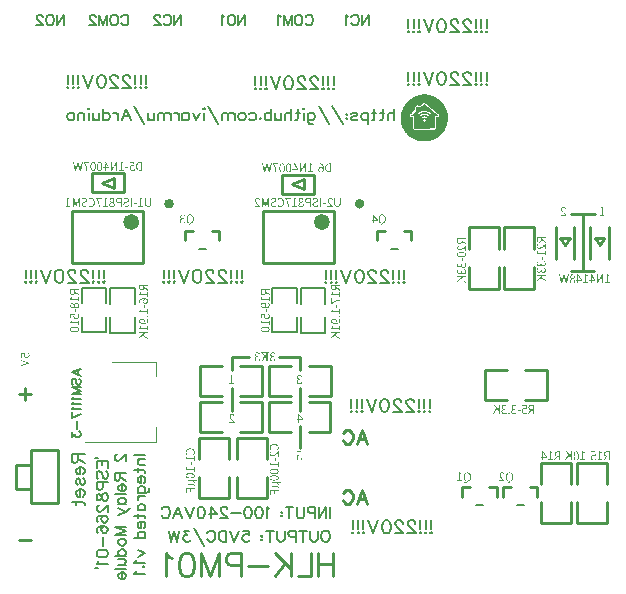
<source format=gbo>
G04 Layer: BottomSilkLayer*
G04 EasyEDA v5.9.42, Tue, 02 Apr 2019 20:51:07 GMT*
G04 166f39b61798459ea13d042530858995*
G04 Gerber Generator version 0.2*
G04 Scale: 100 percent, Rotated: No, Reflected: No *
G04 Dimensions in millimeters *
G04 leading zeros omitted , absolute positions ,3 integer and 3 decimal *
%FSLAX33Y33*%
%MOMM*%
G90*
G71D02*

%ADD10C,0.254000*%
%ADD37C,0.199898*%
%ADD38C,0.200000*%
%ADD39C,0.127000*%
%ADD40C,0.203200*%
%ADD41C,0.152400*%
%ADD42C,0.119990*%
%ADD43C,0.399999*%
%ADD44C,0.700001*%
%ADD45C,0.249999*%

%LPD*%

%LPD*%
G36*
G01X34925Y41923D02*
G01X34867Y41925D01*
G01X34802Y41923D01*
G01X34731Y41917D01*
G01X34655Y41908D01*
G01X34576Y41896D01*
G01X34494Y41881D01*
G01X34411Y41864D01*
G01X34328Y41843D01*
G01X34245Y41820D01*
G01X34165Y41796D01*
G01X34110Y41776D01*
G01X34054Y41754D01*
G01X34000Y41731D01*
G01X33946Y41705D01*
G01X33892Y41678D01*
G01X33839Y41648D01*
G01X33788Y41618D01*
G01X33736Y41585D01*
G01X33686Y41551D01*
G01X33637Y41515D01*
G01X33588Y41478D01*
G01X33494Y41400D01*
G01X33449Y41358D01*
G01X33405Y41316D01*
G01X33362Y41272D01*
G01X33321Y41227D01*
G01X33281Y41181D01*
G01X33243Y41134D01*
G01X33205Y41085D01*
G01X33169Y41037D01*
G01X33136Y40986D01*
G01X33103Y40936D01*
G01X33073Y40884D01*
G01X33044Y40831D01*
G01X33017Y40779D01*
G01X32992Y40725D01*
G01X32969Y40670D01*
G01X32942Y40602D01*
G01X32918Y40535D01*
G01X32896Y40468D01*
G01X32877Y40401D01*
G01X32860Y40335D01*
G01X32845Y40270D01*
G01X32833Y40204D01*
G01X32823Y40139D01*
G01X32816Y40074D01*
G01X32811Y40009D01*
G01X32808Y39945D01*
G01X32808Y39881D01*
G01X32809Y39817D01*
G01X32814Y39754D01*
G01X32820Y39691D01*
G01X32830Y39627D01*
G01X32844Y39543D01*
G01X32859Y39464D01*
G01X32876Y39391D01*
G01X32894Y39321D01*
G01X32914Y39255D01*
G01X32936Y39192D01*
G01X32961Y39129D01*
G01X32989Y39068D01*
G01X33020Y39006D01*
G01X33054Y38943D01*
G01X33093Y38878D01*
G01X33135Y38810D01*
G01X33167Y38764D01*
G01X33208Y38712D01*
G01X33256Y38656D01*
G01X33311Y38597D01*
G01X33368Y38537D01*
G01X33428Y38478D01*
G01X33489Y38420D01*
G01X33550Y38367D01*
G01X33607Y38318D01*
G01X33661Y38276D01*
G01X33708Y38242D01*
G01X33748Y38218D01*
G01X33792Y38195D01*
G01X33833Y38174D01*
G01X33868Y38155D01*
G01X33891Y38142D01*
G01X33926Y38123D01*
G01X33967Y38104D01*
G01X34013Y38085D01*
G01X34062Y38065D01*
G01X34115Y38047D01*
G01X34171Y38028D01*
G01X34229Y38011D01*
G01X34288Y37994D01*
G01X34348Y37979D01*
G01X34408Y37965D01*
G01X34468Y37953D01*
G01X34526Y37942D01*
G01X34580Y37934D01*
G01X34641Y37929D01*
G01X34707Y37926D01*
G01X34776Y37925D01*
G01X34848Y37925D01*
G01X34920Y37928D01*
G01X34992Y37932D01*
G01X35061Y37937D01*
G01X35127Y37945D01*
G01X35188Y37954D01*
G01X35242Y37964D01*
G01X35288Y37976D01*
G01X35334Y37990D01*
G01X35375Y38002D01*
G01X35407Y38012D01*
G01X35425Y38017D01*
G01X35461Y38029D01*
G01X35487Y38038D01*
G01X35513Y38048D01*
G01X35543Y38058D01*
G01X35579Y38068D01*
G01X35616Y38078D01*
G01X35650Y38085D01*
G01X35684Y38095D01*
G01X35721Y38112D01*
G01X35756Y38134D01*
G01X35785Y38157D01*
G01X35810Y38180D01*
G01X35837Y38198D01*
G01X35861Y38211D01*
G01X35880Y38215D01*
G01X35892Y38220D01*
G01X35915Y38236D01*
G01X35945Y38260D01*
G01X35983Y38293D01*
G01X36027Y38332D01*
G01X36076Y38377D01*
G01X36127Y38427D01*
G01X36182Y38479D01*
G01X36258Y38556D01*
G01X36322Y38622D01*
G01X36375Y38681D01*
G01X36421Y38736D01*
G01X36460Y38789D01*
G01X36496Y38843D01*
G01X36531Y38901D01*
G01X36566Y38966D01*
G01X36593Y39020D01*
G01X36619Y39073D01*
G01X36643Y39125D01*
G01X36665Y39176D01*
G01X36685Y39228D01*
G01X36704Y39278D01*
G01X36721Y39329D01*
G01X36736Y39380D01*
G01X36749Y39431D01*
G01X36761Y39483D01*
G01X36772Y39536D01*
G01X36780Y39589D01*
G01X36788Y39644D01*
G01X36794Y39700D01*
G01X36800Y39757D01*
G01X36803Y39816D01*
G01X36806Y39892D01*
G01X36807Y39965D01*
G01X36806Y40034D01*
G01X36803Y40101D01*
G01X36796Y40166D01*
G01X36788Y40230D01*
G01X36777Y40293D01*
G01X36762Y40357D01*
G01X36746Y40422D01*
G01X36726Y40488D01*
G01X36703Y40557D01*
G01X36677Y40627D01*
G01X36654Y40685D01*
G01X36628Y40743D01*
G01X36601Y40799D01*
G01X36572Y40854D01*
G01X36542Y40909D01*
G01X36509Y40962D01*
G01X36475Y41015D01*
G01X36439Y41067D01*
G01X36402Y41117D01*
G01X36364Y41166D01*
G01X36323Y41214D01*
G01X36281Y41260D01*
G01X36238Y41306D01*
G01X36194Y41350D01*
G01X36148Y41392D01*
G01X36102Y41433D01*
G01X36054Y41473D01*
G01X36005Y41511D01*
G01X35954Y41548D01*
G01X35903Y41583D01*
G01X35851Y41616D01*
G01X35798Y41648D01*
G01X35690Y41706D01*
G01X35635Y41732D01*
G01X35579Y41756D01*
G01X35522Y41778D01*
G01X35465Y41799D01*
G01X35407Y41817D01*
G01X35349Y41833D01*
G01X35291Y41847D01*
G01X35232Y41859D01*
G01X35166Y41872D01*
G01X35103Y41886D01*
G01X35050Y41898D01*
G01X35014Y41908D01*
G01X34974Y41918D01*
G01X34925Y41923D01*
G37*

%LPC*%
G36*
G01X34813Y41166D02*
G01X34786Y41166D01*
G01X34761Y41160D01*
G01X34736Y41150D01*
G01X34710Y41136D01*
G01X34684Y41118D01*
G01X34655Y41097D01*
G01X34624Y41071D01*
G01X34589Y41043D01*
G01X34503Y40975D01*
G01X34448Y40940D01*
G01X34406Y40933D01*
G01X34360Y40945D01*
G01X34276Y40967D01*
G01X34207Y40967D01*
G01X34146Y40945D01*
G01X34088Y40899D01*
G01X34050Y40857D01*
G01X34028Y40816D01*
G01X34018Y40764D01*
G01X34016Y40691D01*
G01X34016Y40555D01*
G01X33803Y40379D01*
G01X33733Y40319D01*
G01X33677Y40267D01*
G01X33633Y40221D01*
G01X33601Y40180D01*
G01X33580Y40144D01*
G01X33569Y40110D01*
G01X33568Y40079D01*
G01X33575Y40048D01*
G01X33602Y40016D01*
G01X33651Y39989D01*
G01X33714Y39969D01*
G01X33780Y39962D01*
G01X33841Y39962D01*
G01X33841Y39023D01*
G01X33915Y38950D01*
G01X33989Y38878D01*
G01X34838Y38885D01*
G01X34986Y38886D01*
G01X35117Y38887D01*
G01X35230Y38888D01*
G01X35327Y38890D01*
G01X35411Y38891D01*
G01X35480Y38893D01*
G01X35539Y38895D01*
G01X35586Y38898D01*
G01X35624Y38901D01*
G01X35654Y38905D01*
G01X35678Y38910D01*
G01X35697Y38915D01*
G01X35711Y38922D01*
G01X35723Y38929D01*
G01X35733Y38938D01*
G01X35743Y38948D01*
G01X35757Y38963D01*
G01X35769Y38981D01*
G01X35779Y39002D01*
G01X35788Y39029D01*
G01X35794Y39064D01*
G01X35799Y39109D01*
G01X35803Y39166D01*
G01X35806Y39237D01*
G01X35808Y39324D01*
G01X35810Y39428D01*
G01X35811Y39552D01*
G01X35811Y39698D01*
G01X35812Y39962D01*
G01X35900Y39962D01*
G01X35951Y39968D01*
G01X35996Y39984D01*
G01X36032Y40007D01*
G01X36060Y40037D01*
G01X36078Y40072D01*
G01X36083Y40109D01*
G01X36076Y40148D01*
G01X36055Y40185D01*
G01X36046Y40195D01*
G01X36027Y40212D01*
G01X35999Y40238D01*
G01X35963Y40269D01*
G01X35919Y40307D01*
G01X35869Y40351D01*
G01X35812Y40400D01*
G01X35751Y40452D01*
G01X35685Y40509D01*
G01X35614Y40569D01*
G01X35541Y40632D01*
G01X35465Y40696D01*
G01X35372Y40775D01*
G01X35288Y40846D01*
G01X35213Y40909D01*
G01X35145Y40964D01*
G01X35086Y41012D01*
G01X35032Y41053D01*
G01X34985Y41087D01*
G01X34943Y41114D01*
G01X34905Y41136D01*
G01X34872Y41151D01*
G01X34841Y41162D01*
G01X34813Y41166D01*
G37*

%LPD*%
G36*
G01X34840Y41064D02*
G01X34816Y41070D01*
G01X34784Y41057D01*
G01X34730Y41022D01*
G01X34660Y40971D01*
G01X34583Y40909D01*
G01X34476Y40821D01*
G01X34417Y40779D01*
G01X34385Y40774D01*
G01X34365Y40798D01*
G01X34325Y40832D01*
G01X34263Y40848D01*
G01X34197Y40844D01*
G01X34145Y40819D01*
G01X34134Y40796D01*
G01X34124Y40756D01*
G01X34118Y40705D01*
G01X34115Y40648D01*
G01X34115Y40507D01*
G01X33897Y40325D01*
G01X33812Y40252D01*
G01X33743Y40187D01*
G01X33696Y40137D01*
G01X33678Y40110D01*
G01X33685Y40094D01*
G01X33708Y40083D01*
G01X33747Y40076D01*
G01X33803Y40072D01*
G01X33928Y40068D01*
G01X33942Y39542D01*
G01X33945Y39435D01*
G01X33948Y39336D01*
G01X33950Y39246D01*
G01X33953Y39168D01*
G01X33955Y39102D01*
G01X33958Y39052D01*
G01X33959Y39020D01*
G01X33961Y39008D01*
G01X33969Y39008D01*
G01X33993Y39007D01*
G01X34030Y39006D01*
G01X34488Y39006D01*
G01X34594Y39007D01*
G01X34705Y39008D01*
G01X34820Y39008D01*
G01X35675Y39015D01*
G01X35700Y40071D01*
G01X35812Y40065D01*
G01X35874Y40064D01*
G01X35919Y40067D01*
G01X35948Y40075D01*
G01X35961Y40090D01*
G01X35959Y40111D01*
G01X35940Y40141D01*
G01X35906Y40179D01*
G01X35858Y40226D01*
G01X35837Y40244D01*
G01X35811Y40268D01*
G01X35780Y40295D01*
G01X35744Y40326D01*
G01X35704Y40362D01*
G01X35660Y40400D01*
G01X35612Y40440D01*
G01X35562Y40483D01*
G01X35510Y40528D01*
G01X35456Y40573D01*
G01X35346Y40667D01*
G01X35290Y40714D01*
G01X35235Y40760D01*
G01X35181Y40806D01*
G01X35128Y40850D01*
G01X35077Y40891D01*
G01X35029Y40931D01*
G01X34984Y40968D01*
G01X34943Y41002D01*
G01X34907Y41028D01*
G01X34872Y41050D01*
G01X34840Y41064D01*
G37*

%LPC*%
G36*
G01X34866Y39799D02*
G01X34837Y39812D01*
G01X34805Y39808D01*
G01X34762Y39789D01*
G01X34724Y39750D01*
G01X34714Y39700D01*
G01X34732Y39650D01*
G01X34777Y39613D01*
G01X34810Y39601D01*
G01X34837Y39599D01*
G01X34861Y39609D01*
G01X34889Y39630D01*
G01X34923Y39667D01*
G01X34936Y39698D01*
G01X34928Y39731D01*
G01X34898Y39770D01*
G01X34866Y39799D01*
G37*
G36*
G01X34868Y40031D02*
G01X34818Y40033D01*
G01X34768Y40031D01*
G01X34720Y40025D01*
G01X34676Y40014D01*
G01X34636Y39998D01*
G01X34590Y39964D01*
G01X34573Y39933D01*
G01X34586Y39911D01*
G01X34629Y39910D01*
G01X34659Y39914D01*
G01X34703Y39918D01*
G01X34757Y39920D01*
G01X34814Y39921D01*
G01X34871Y39920D01*
G01X34925Y39918D01*
G01X34969Y39914D01*
G01X34999Y39910D01*
G01X35041Y39911D01*
G01X35055Y39932D01*
G01X35040Y39964D01*
G01X34997Y39996D01*
G01X34959Y40013D01*
G01X34915Y40024D01*
G01X34868Y40031D01*
G37*
G36*
G01X34834Y40281D02*
G01X34771Y40281D01*
G01X34710Y40275D01*
G01X34653Y40263D01*
G01X34600Y40246D01*
G01X34508Y40202D01*
G01X34444Y40158D01*
G01X34414Y40119D01*
G01X34423Y40089D01*
G01X34444Y40080D01*
G01X34475Y40082D01*
G01X34519Y40096D01*
G01X34578Y40122D01*
G01X34650Y40151D01*
G01X34725Y40168D01*
G01X34802Y40177D01*
G01X34878Y40175D01*
G01X34951Y40164D01*
G01X35021Y40143D01*
G01X35083Y40114D01*
G01X35136Y40075D01*
G01X35161Y40055D01*
G01X35179Y40048D01*
G01X35194Y40053D01*
G01X35212Y40071D01*
G01X35230Y40107D01*
G01X35217Y40141D01*
G01X35168Y40178D01*
G01X35079Y40223D01*
G01X35022Y40246D01*
G01X34960Y40263D01*
G01X34897Y40275D01*
G01X34834Y40281D01*
G37*
G36*
G01X34922Y40515D02*
G01X34850Y40526D01*
G01X34828Y40525D01*
G01X34787Y40520D01*
G01X34735Y40511D01*
G01X34675Y40501D01*
G01X34618Y40489D01*
G01X34556Y40470D01*
G01X34494Y40447D01*
G01X34434Y40422D01*
G01X34377Y40395D01*
G01X34328Y40367D01*
G01X34288Y40340D01*
G01X34262Y40315D01*
G01X34250Y40298D01*
G01X34247Y40281D01*
G01X34252Y40264D01*
G01X34265Y40246D01*
G01X34283Y40229D01*
G01X34304Y40226D01*
G01X34332Y40240D01*
G01X34375Y40270D01*
G01X34422Y40302D01*
G01X34472Y40330D01*
G01X34525Y40353D01*
G01X34581Y40372D01*
G01X34637Y40386D01*
G01X34696Y40397D01*
G01X34755Y40403D01*
G01X34815Y40405D01*
G01X34875Y40403D01*
G01X34934Y40396D01*
G01X34993Y40385D01*
G01X35050Y40370D01*
G01X35105Y40351D01*
G01X35159Y40327D01*
G01X35209Y40300D01*
G01X35256Y40267D01*
G01X35300Y40237D01*
G01X35331Y40222D01*
G01X35355Y40222D01*
G01X35377Y40235D01*
G01X35395Y40252D01*
G01X35400Y40268D01*
G01X35392Y40286D01*
G01X35370Y40313D01*
G01X35331Y40347D01*
G01X35280Y40382D01*
G01X35218Y40415D01*
G01X35148Y40446D01*
G01X35074Y40474D01*
G01X34998Y40497D01*
G01X34922Y40515D01*
G37*

%LPD*%
G54D10*
G01X18541Y18541D02*
G01X18541Y19684D01*
G01X19939Y19684D01*
G01X22478Y19684D02*
G01X24256Y19684D01*
G01X24256Y18541D01*
G01X24256Y17017D02*
G01X24256Y15112D01*
G01X18541Y17017D02*
G01X18541Y15112D01*
G01X48259Y31749D02*
G01X48259Y26923D01*
G01X49148Y26923D01*
G01X47244Y26923D02*
G01X48260Y26923D01*
G01X24259Y13863D02*
G01X24259Y11958D01*
G01X47244Y31749D02*
G01X48260Y31749D01*
G01X48260Y31749D02*
G01X49276Y31749D01*
G54D42*
G01X8334Y19284D02*
G01X12094Y19284D01*
G01X12094Y18024D01*
G01X6084Y12464D02*
G01X12094Y12464D01*
G01X12094Y13724D01*
G54D10*
G01X19178Y18921D02*
G01X21027Y18921D01*
G01X21027Y16381D01*
G01X19178Y16381D01*
G01X17654Y16381D02*
G01X15796Y16381D01*
G01X15796Y18921D01*
G01X17654Y18921D01*
G01X19178Y15873D02*
G01X21027Y15873D01*
G01X21027Y13333D01*
G01X19178Y13333D01*
G01X17654Y13333D02*
G01X15796Y13333D01*
G01X15796Y15873D01*
G01X17654Y15873D01*
G01X25020Y18921D02*
G01X26869Y18921D01*
G01X26869Y16381D01*
G01X25020Y16381D01*
G01X23496Y16381D02*
G01X21638Y16381D01*
G01X21638Y18921D01*
G01X23496Y18921D01*
G01X25018Y15874D02*
G01X26867Y15874D01*
G01X26867Y13334D01*
G01X25018Y13334D01*
G01X23494Y13334D02*
G01X21636Y13334D01*
G01X21636Y15874D01*
G01X23494Y15874D01*
G01X49659Y29159D02*
G01X50065Y29743D01*
G01X50065Y29743D02*
G01X49253Y29743D01*
G01X49253Y29743D02*
G01X49659Y29159D01*
G01X50446Y27990D02*
G01X50446Y30683D01*
G01X48872Y30683D02*
G01X48872Y27990D01*
G01X46736Y29159D02*
G01X47142Y29743D01*
G01X47142Y29743D02*
G01X46329Y29743D01*
G01X46329Y29743D02*
G01X46736Y29159D01*
G01X47523Y27990D02*
G01X47523Y30683D01*
G01X45948Y30683D02*
G01X45948Y27990D01*
G01X5004Y32041D02*
G01X11003Y32041D01*
G01X11003Y27641D01*
G01X5004Y27641D01*
G01X5004Y32041D01*
G01X21130Y32044D02*
G01X27129Y32044D01*
G01X27129Y27644D01*
G01X21130Y27644D01*
G01X21130Y32044D01*
G01X44703Y8889D02*
G01X44703Y10667D01*
G01X47243Y10667D01*
G01X47243Y8889D01*
G01X47243Y7365D02*
G01X47243Y5587D01*
G01X44703Y5587D01*
G01X44703Y7365D01*
G01X47753Y8888D02*
G01X47753Y10666D01*
G01X50293Y10666D01*
G01X50293Y8888D01*
G01X50293Y7364D02*
G01X50293Y5586D01*
G01X47753Y5586D01*
G01X47753Y7364D01*
G01X38696Y8650D02*
G01X38036Y8650D01*
G01X38696Y8650D01*
G01X38036Y8650D01*
G01X38036Y7835D01*
G01X40956Y7835D02*
G01X40956Y8650D01*
G01X40297Y8650D01*
G54D38*
G01X39796Y7101D02*
G01X39196Y7101D01*
G54D10*
G01X42127Y8649D02*
G01X41467Y8649D01*
G01X42127Y8649D01*
G01X41467Y8649D01*
G01X41467Y7834D01*
G01X44387Y7834D02*
G01X44387Y8649D01*
G01X43728Y8649D01*
G54D38*
G01X43227Y7099D02*
G01X42627Y7099D01*
G54D10*
G01X15201Y30367D02*
G01X14541Y30367D01*
G01X15201Y30367D01*
G01X14541Y30367D01*
G01X14541Y29552D01*
G01X17461Y29552D02*
G01X17461Y30367D01*
G01X16802Y30367D01*
G54D38*
G01X16301Y28818D02*
G01X15702Y28818D01*
G54D10*
G01X31457Y30367D02*
G01X30797Y30367D01*
G01X31457Y30367D01*
G01X30797Y30367D01*
G01X30797Y29552D01*
G01X33717Y29552D02*
G01X33717Y30367D01*
G01X33058Y30367D01*
G54D38*
G01X32557Y28818D02*
G01X31957Y28818D01*
G54D10*
G01X7492Y34416D02*
G01X8508Y34010D01*
G01X8508Y34010D02*
G01X8508Y34823D01*
G01X8508Y34823D02*
G01X7492Y34416D01*
G01X6654Y33604D02*
G01X9347Y33604D01*
G01X9347Y33604D02*
G01X9347Y35229D01*
G01X9347Y35229D02*
G01X6654Y35229D01*
G01X6654Y35229D02*
G01X6654Y33604D01*
G01X23621Y34289D02*
G01X24637Y33883D01*
G01X24637Y33883D02*
G01X24637Y34696D01*
G01X24637Y34696D02*
G01X23621Y34289D01*
G01X22783Y33477D02*
G01X25476Y33477D01*
G01X25476Y33477D02*
G01X25476Y35102D01*
G01X25476Y35102D02*
G01X22783Y35102D01*
G01X22783Y35102D02*
G01X22783Y33477D01*
G01X18287Y9524D02*
G01X18287Y7746D01*
G01X15747Y7746D01*
G01X15747Y9524D01*
G01X15747Y11048D02*
G01X15747Y12826D01*
G01X18287Y12826D01*
G01X18287Y11048D01*
G01X21462Y9524D02*
G01X21462Y7746D01*
G01X18922Y7746D01*
G01X18922Y9524D01*
G01X18922Y11048D02*
G01X18922Y12826D01*
G01X21462Y12826D01*
G01X21462Y11048D01*
G01X41782Y16001D02*
G01X39934Y16001D01*
G01X39934Y18541D01*
G01X41782Y18541D01*
G01X43306Y18541D02*
G01X45164Y18541D01*
G01X45164Y16001D01*
G01X43306Y16001D01*
G01X275Y8508D02*
G01X1475Y8508D01*
G01X275Y10540D02*
G01X275Y8508D01*
G01X1475Y10540D02*
G01X275Y10540D01*
G01X3774Y7274D02*
G01X3774Y11775D01*
G01X3774Y11775D02*
G01X1475Y11775D01*
G01X1475Y7274D02*
G01X3774Y7274D01*
G01X1475Y11774D02*
G01X1475Y7274D01*
G54D37*
G01X8236Y24176D02*
G01X8236Y25496D01*
G01X10306Y25496D01*
G01X10306Y24176D01*
G01X8236Y23044D02*
G01X8236Y21724D01*
G01X10306Y21724D01*
G01X10306Y23044D01*
G01X24365Y24176D02*
G01X24365Y25496D01*
G01X26435Y25496D01*
G01X26435Y24176D01*
G01X24365Y23044D02*
G01X24365Y21724D01*
G01X26435Y21724D01*
G01X26435Y23044D01*
G01X7893Y23066D02*
G01X7893Y21746D01*
G01X5822Y21746D01*
G01X5822Y23066D01*
G01X7893Y24198D02*
G01X7893Y25519D01*
G01X5822Y25519D01*
G01X5822Y24198D01*
G01X24022Y23066D02*
G01X24022Y21746D01*
G01X21951Y21746D01*
G01X21951Y23066D01*
G01X24022Y24198D02*
G01X24022Y25519D01*
G01X21951Y25519D01*
G01X21951Y24198D01*
G54D10*
G01X38609Y28827D02*
G01X38609Y30675D01*
G01X41149Y30675D01*
G01X41149Y28827D01*
G01X41149Y27303D02*
G01X41149Y25445D01*
G01X38609Y25445D01*
G01X38609Y27303D01*
G01X44068Y27304D02*
G01X44068Y25456D01*
G01X41528Y25456D01*
G01X41528Y27304D01*
G01X41528Y28828D02*
G01X41528Y30686D01*
G01X44068Y30686D01*
G01X44068Y28828D01*
G54D39*
G01X35254Y16116D02*
G01X35254Y15389D01*
G01X35254Y15130D02*
G01X35305Y15077D01*
G01X35254Y15026D01*
G01X35201Y15077D01*
G01X35254Y15130D01*
G01X34807Y16116D02*
G01X34807Y15389D01*
G01X34807Y15130D02*
G01X34858Y15077D01*
G01X34807Y15026D01*
G01X34754Y15077D01*
G01X34807Y15130D01*
G01X34360Y16116D02*
G01X34360Y15389D01*
G01X34360Y15130D02*
G01X34411Y15077D01*
G01X34360Y15026D01*
G01X34307Y15077D01*
G01X34360Y15130D01*
G01X33913Y15857D02*
G01X33913Y15910D01*
G01X33860Y16014D01*
G01X33809Y16065D01*
G01X33705Y16116D01*
G01X33497Y16116D01*
G01X33393Y16065D01*
G01X33342Y16014D01*
G01X33289Y15910D01*
G01X33289Y15806D01*
G01X33342Y15702D01*
G01X33446Y15544D01*
G01X33964Y15026D01*
G01X33238Y15026D01*
G01X32841Y15857D02*
G01X32841Y15910D01*
G01X32791Y16014D01*
G01X32740Y16065D01*
G01X32636Y16116D01*
G01X32427Y16116D01*
G01X32323Y16065D01*
G01X32270Y16014D01*
G01X32219Y15910D01*
G01X32219Y15806D01*
G01X32270Y15702D01*
G01X32374Y15544D01*
G01X32895Y15026D01*
G01X32168Y15026D01*
G01X31513Y16116D02*
G01X31668Y16065D01*
G01X31772Y15910D01*
G01X31825Y15649D01*
G01X31825Y15494D01*
G01X31772Y15234D01*
G01X31668Y15077D01*
G01X31513Y15026D01*
G01X31409Y15026D01*
G01X31254Y15077D01*
G01X31150Y15234D01*
G01X31096Y15494D01*
G01X31096Y15649D01*
G01X31150Y15910D01*
G01X31254Y16065D01*
G01X31409Y16116D01*
G01X31513Y16116D01*
G01X30754Y16116D02*
G01X30340Y15026D01*
G01X29923Y16116D02*
G01X30340Y15026D01*
G01X29527Y16116D02*
G01X29527Y15389D01*
G01X29527Y15130D02*
G01X29580Y15077D01*
G01X29527Y15026D01*
G01X29476Y15077D01*
G01X29527Y15130D01*
G01X29082Y16116D02*
G01X29082Y15389D01*
G01X29082Y15130D02*
G01X29133Y15077D01*
G01X29082Y15026D01*
G01X29029Y15077D01*
G01X29082Y15130D01*
G01X28635Y16116D02*
G01X28635Y15389D01*
G01X28635Y15130D02*
G01X28686Y15077D01*
G01X28635Y15026D01*
G01X28582Y15077D01*
G01X28635Y15130D01*
G01X35381Y5829D02*
G01X35381Y5102D01*
G01X35381Y4843D02*
G01X35432Y4790D01*
G01X35381Y4739D01*
G01X35328Y4790D01*
G01X35381Y4843D01*
G01X34934Y5829D02*
G01X34934Y5102D01*
G01X34934Y4843D02*
G01X34985Y4790D01*
G01X34934Y4739D01*
G01X34881Y4790D01*
G01X34934Y4843D01*
G01X34487Y5829D02*
G01X34487Y5102D01*
G01X34487Y4843D02*
G01X34538Y4790D01*
G01X34487Y4739D01*
G01X34434Y4790D01*
G01X34487Y4843D01*
G01X34040Y5570D02*
G01X34040Y5623D01*
G01X33987Y5727D01*
G01X33936Y5778D01*
G01X33832Y5829D01*
G01X33624Y5829D01*
G01X33520Y5778D01*
G01X33469Y5727D01*
G01X33416Y5623D01*
G01X33416Y5519D01*
G01X33469Y5415D01*
G01X33573Y5257D01*
G01X34091Y4739D01*
G01X33365Y4739D01*
G01X32968Y5570D02*
G01X32968Y5623D01*
G01X32918Y5727D01*
G01X32867Y5778D01*
G01X32763Y5829D01*
G01X32554Y5829D01*
G01X32450Y5778D01*
G01X32397Y5727D01*
G01X32346Y5623D01*
G01X32346Y5519D01*
G01X32397Y5415D01*
G01X32501Y5257D01*
G01X33022Y4739D01*
G01X32295Y4739D01*
G01X31640Y5829D02*
G01X31795Y5778D01*
G01X31899Y5623D01*
G01X31952Y5361D01*
G01X31952Y5207D01*
G01X31899Y4947D01*
G01X31795Y4790D01*
G01X31640Y4739D01*
G01X31536Y4739D01*
G01X31381Y4790D01*
G01X31277Y4947D01*
G01X31223Y5207D01*
G01X31223Y5361D01*
G01X31277Y5623D01*
G01X31381Y5778D01*
G01X31536Y5829D01*
G01X31640Y5829D01*
G01X30881Y5829D02*
G01X30467Y4739D01*
G01X30050Y5829D02*
G01X30467Y4739D01*
G01X29654Y5829D02*
G01X29654Y5102D01*
G01X29654Y4843D02*
G01X29707Y4790D01*
G01X29654Y4739D01*
G01X29603Y4790D01*
G01X29654Y4843D01*
G01X29209Y5829D02*
G01X29209Y5102D01*
G01X29209Y4843D02*
G01X29260Y4790D01*
G01X29209Y4739D01*
G01X29156Y4790D01*
G01X29209Y4843D01*
G01X28762Y5829D02*
G01X28762Y5102D01*
G01X28762Y4843D02*
G01X28813Y4790D01*
G01X28762Y4739D01*
G01X28709Y4790D01*
G01X28762Y4843D01*
G54D40*
G01X6939Y11084D02*
G01X7210Y11084D01*
G01X7073Y10876D02*
G01X8028Y10876D01*
G01X7073Y10876D02*
G01X7073Y10284D01*
G01X7528Y10876D02*
G01X7528Y10512D01*
G01X8028Y10876D02*
G01X8028Y10284D01*
G01X7210Y9349D02*
G01X7119Y9438D01*
G01X7073Y9575D01*
G01X7073Y9758D01*
G01X7119Y9893D01*
G01X7210Y9984D01*
G01X7302Y9984D01*
G01X7393Y9938D01*
G01X7437Y9893D01*
G01X7482Y9804D01*
G01X7574Y9529D01*
G01X7619Y9438D01*
G01X7665Y9395D01*
G01X7757Y9349D01*
G01X7891Y9349D01*
G01X7983Y9438D01*
G01X8028Y9575D01*
G01X8028Y9758D01*
G01X7983Y9893D01*
G01X7891Y9984D01*
G01X7073Y9049D02*
G01X8028Y9049D01*
G01X7073Y9049D02*
G01X7073Y8640D01*
G01X7119Y8503D01*
G01X7165Y8457D01*
G01X7256Y8412D01*
G01X7393Y8412D01*
G01X7482Y8457D01*
G01X7528Y8503D01*
G01X7574Y8640D01*
G01X7574Y9049D01*
G01X7073Y7883D02*
G01X7119Y8021D01*
G01X7210Y8066D01*
G01X7302Y8066D01*
G01X7393Y8021D01*
G01X7437Y7929D01*
G01X7482Y7749D01*
G01X7528Y7612D01*
G01X7619Y7520D01*
G01X7711Y7474D01*
G01X7845Y7474D01*
G01X7937Y7520D01*
G01X7983Y7566D01*
G01X8028Y7703D01*
G01X8028Y7883D01*
G01X7983Y8021D01*
G01X7937Y8066D01*
G01X7845Y8112D01*
G01X7711Y8112D01*
G01X7619Y8066D01*
G01X7528Y7975D01*
G01X7482Y7840D01*
G01X7437Y7657D01*
G01X7393Y7566D01*
G01X7302Y7520D01*
G01X7210Y7520D01*
G01X7119Y7566D01*
G01X7073Y7703D01*
G01X7073Y7883D01*
G01X7302Y7129D02*
G01X7256Y7129D01*
G01X7165Y7086D01*
G01X7119Y7040D01*
G01X7073Y6949D01*
G01X7073Y6766D01*
G01X7119Y6674D01*
G01X7165Y6631D01*
G01X7256Y6585D01*
G01X7348Y6585D01*
G01X7437Y6631D01*
G01X7574Y6720D01*
G01X8028Y7175D01*
G01X8028Y6540D01*
G01X7210Y5694D02*
G01X7119Y5740D01*
G01X7073Y5874D01*
G01X7073Y5966D01*
G01X7119Y6103D01*
G01X7256Y6194D01*
G01X7482Y6240D01*
G01X7711Y6240D01*
G01X7891Y6194D01*
G01X7983Y6103D01*
G01X8028Y5966D01*
G01X8028Y5920D01*
G01X7983Y5785D01*
G01X7891Y5694D01*
G01X7757Y5648D01*
G01X7711Y5648D01*
G01X7574Y5694D01*
G01X7482Y5785D01*
G01X7437Y5920D01*
G01X7437Y5966D01*
G01X7482Y6103D01*
G01X7574Y6194D01*
G01X7711Y6240D01*
G01X7210Y4802D02*
G01X7119Y4848D01*
G01X7073Y4985D01*
G01X7073Y5077D01*
G01X7119Y5211D01*
G01X7256Y5303D01*
G01X7482Y5349D01*
G01X7711Y5349D01*
G01X7891Y5303D01*
G01X7983Y5211D01*
G01X8028Y5077D01*
G01X8028Y5031D01*
G01X7983Y4894D01*
G01X7891Y4802D01*
G01X7757Y4757D01*
G01X7711Y4757D01*
G01X7574Y4802D01*
G01X7482Y4894D01*
G01X7437Y5031D01*
G01X7437Y5077D01*
G01X7482Y5211D01*
G01X7574Y5303D01*
G01X7711Y5349D01*
G01X7619Y4457D02*
G01X7619Y3639D01*
G01X7073Y3068D02*
G01X7119Y3202D01*
G01X7256Y3294D01*
G01X7482Y3339D01*
G01X7619Y3339D01*
G01X7845Y3294D01*
G01X7983Y3202D01*
G01X8028Y3068D01*
G01X8028Y2976D01*
G01X7983Y2839D01*
G01X7845Y2748D01*
G01X7619Y2702D01*
G01X7482Y2702D01*
G01X7256Y2748D01*
G01X7119Y2839D01*
G01X7073Y2976D01*
G01X7073Y3068D01*
G01X7256Y2402D02*
G01X7210Y2311D01*
G01X7073Y2176D01*
G01X8028Y2176D01*
G01X6939Y1785D02*
G01X7210Y1785D01*
G01X8818Y11419D02*
G01X8773Y11419D01*
G01X8681Y11373D01*
G01X8635Y11328D01*
G01X8590Y11239D01*
G01X8590Y11056D01*
G01X8635Y10964D01*
G01X8681Y10919D01*
G01X8773Y10873D01*
G01X8864Y10873D01*
G01X8953Y10919D01*
G01X9090Y11010D01*
G01X9545Y11465D01*
G01X9545Y10827D01*
G01X8590Y9829D02*
G01X9545Y9829D01*
G01X8590Y9829D02*
G01X8590Y9420D01*
G01X8635Y9283D01*
G01X8681Y9237D01*
G01X8773Y9192D01*
G01X8864Y9192D01*
G01X8953Y9237D01*
G01X8999Y9283D01*
G01X9044Y9420D01*
G01X9044Y9829D01*
G01X9044Y9509D02*
G01X9545Y9192D01*
G01X9182Y8892D02*
G01X9182Y8346D01*
G01X9090Y8346D01*
G01X8999Y8391D01*
G01X8953Y8437D01*
G01X8910Y8529D01*
G01X8910Y8666D01*
G01X8953Y8755D01*
G01X9044Y8846D01*
G01X9182Y8892D01*
G01X9273Y8892D01*
G01X9408Y8846D01*
G01X9499Y8755D01*
G01X9545Y8666D01*
G01X9545Y8529D01*
G01X9499Y8437D01*
G01X9408Y8346D01*
G01X8590Y8046D02*
G01X9545Y8046D01*
G01X8910Y7200D02*
G01X9545Y7200D01*
G01X9044Y7200D02*
G01X8953Y7292D01*
G01X8910Y7383D01*
G01X8910Y7520D01*
G01X8953Y7609D01*
G01X9044Y7701D01*
G01X9182Y7746D01*
G01X9273Y7746D01*
G01X9408Y7701D01*
G01X9499Y7609D01*
G01X9545Y7520D01*
G01X9545Y7383D01*
G01X9499Y7292D01*
G01X9408Y7200D01*
G01X8910Y6855D02*
G01X9545Y6583D01*
G01X8910Y6311D02*
G01X9545Y6583D01*
G01X9728Y6674D01*
G01X9817Y6766D01*
G01X9862Y6855D01*
G01X9862Y6900D01*
G01X8590Y5310D02*
G01X9545Y5310D01*
G01X8590Y5310D02*
G01X9545Y4947D01*
G01X8590Y4584D02*
G01X9545Y4947D01*
G01X8590Y4584D02*
G01X9545Y4584D01*
G01X8910Y4056D02*
G01X8953Y4147D01*
G01X9044Y4239D01*
G01X9182Y4284D01*
G01X9273Y4284D01*
G01X9408Y4239D01*
G01X9499Y4147D01*
G01X9545Y4056D01*
G01X9545Y3919D01*
G01X9499Y3830D01*
G01X9408Y3738D01*
G01X9273Y3692D01*
G01X9182Y3692D01*
G01X9044Y3738D01*
G01X8953Y3830D01*
G01X8910Y3919D01*
G01X8910Y4056D01*
G01X8590Y2847D02*
G01X9545Y2847D01*
G01X9044Y2847D02*
G01X8953Y2938D01*
G01X8910Y3030D01*
G01X8910Y3164D01*
G01X8953Y3256D01*
G01X9044Y3347D01*
G01X9182Y3393D01*
G01X9273Y3393D01*
G01X9408Y3347D01*
G01X9499Y3256D01*
G01X9545Y3164D01*
G01X9545Y3030D01*
G01X9499Y2938D01*
G01X9408Y2847D01*
G01X8910Y2547D02*
G01X9362Y2547D01*
G01X9499Y2501D01*
G01X9545Y2410D01*
G01X9545Y2275D01*
G01X9499Y2184D01*
G01X9362Y2047D01*
G01X8910Y2047D02*
G01X9545Y2047D01*
G01X8590Y1747D02*
G01X9545Y1747D01*
G01X9182Y1447D02*
G01X9182Y901D01*
G01X9090Y901D01*
G01X8999Y947D01*
G01X8953Y992D01*
G01X8910Y1084D01*
G01X8910Y1218D01*
G01X8953Y1310D01*
G01X9044Y1401D01*
G01X9182Y1447D01*
G01X9273Y1447D01*
G01X9408Y1401D01*
G01X9499Y1310D01*
G01X9545Y1218D01*
G01X9545Y1084D01*
G01X9499Y992D01*
G01X9408Y901D01*
G01X10241Y11338D02*
G01X11195Y11338D01*
G01X10559Y11038D02*
G01X11195Y11038D01*
G01X10741Y11038D02*
G01X10604Y10901D01*
G01X10559Y10811D01*
G01X10559Y10674D01*
G01X10604Y10583D01*
G01X10741Y10538D01*
G01X11195Y10538D01*
G01X10241Y10101D02*
G01X11013Y10101D01*
G01X11150Y10056D01*
G01X11195Y9965D01*
G01X11195Y9874D01*
G01X10559Y10238D02*
G01X10559Y9920D01*
G01X10832Y9574D02*
G01X10832Y9029D01*
G01X10741Y9029D01*
G01X10650Y9074D01*
G01X10604Y9120D01*
G01X10559Y9211D01*
G01X10559Y9347D01*
G01X10604Y9438D01*
G01X10695Y9529D01*
G01X10832Y9574D01*
G01X10922Y9574D01*
G01X11059Y9529D01*
G01X11150Y9438D01*
G01X11195Y9347D01*
G01X11195Y9211D01*
G01X11150Y9120D01*
G01X11059Y9029D01*
G01X10559Y8183D02*
G01X11286Y8183D01*
G01X11422Y8229D01*
G01X11468Y8274D01*
G01X11513Y8365D01*
G01X11513Y8501D01*
G01X11468Y8592D01*
G01X10695Y8183D02*
G01X10604Y8274D01*
G01X10559Y8365D01*
G01X10559Y8501D01*
G01X10604Y8592D01*
G01X10695Y8683D01*
G01X10832Y8729D01*
G01X10922Y8729D01*
G01X11059Y8683D01*
G01X11150Y8592D01*
G01X11195Y8501D01*
G01X11195Y8365D01*
G01X11150Y8274D01*
G01X11059Y8183D01*
G01X10559Y7883D02*
G01X11195Y7883D01*
G01X10832Y7883D02*
G01X10695Y7838D01*
G01X10604Y7747D01*
G01X10559Y7656D01*
G01X10559Y7520D01*
G01X10559Y6674D02*
G01X11195Y6674D01*
G01X10695Y6674D02*
G01X10604Y6765D01*
G01X10559Y6856D01*
G01X10559Y6992D01*
G01X10604Y7083D01*
G01X10695Y7174D01*
G01X10832Y7220D01*
G01X10922Y7220D01*
G01X11059Y7174D01*
G01X11150Y7083D01*
G01X11195Y6992D01*
G01X11195Y6856D01*
G01X11150Y6765D01*
G01X11059Y6674D01*
G01X10241Y6238D02*
G01X11013Y6238D01*
G01X11150Y6192D01*
G01X11195Y6101D01*
G01X11195Y6011D01*
G01X10559Y6374D02*
G01X10559Y6056D01*
G01X10832Y5711D02*
G01X10832Y5165D01*
G01X10741Y5165D01*
G01X10650Y5211D01*
G01X10604Y5256D01*
G01X10559Y5347D01*
G01X10559Y5483D01*
G01X10604Y5574D01*
G01X10695Y5665D01*
G01X10832Y5711D01*
G01X10922Y5711D01*
G01X11059Y5665D01*
G01X11150Y5574D01*
G01X11195Y5483D01*
G01X11195Y5347D01*
G01X11150Y5256D01*
G01X11059Y5165D01*
G01X10241Y4320D02*
G01X11195Y4320D01*
G01X10695Y4320D02*
G01X10604Y4411D01*
G01X10559Y4501D01*
G01X10559Y4638D01*
G01X10604Y4729D01*
G01X10695Y4820D01*
G01X10832Y4865D01*
G01X10922Y4865D01*
G01X11059Y4820D01*
G01X11150Y4729D01*
G01X11195Y4638D01*
G01X11195Y4501D01*
G01X11150Y4411D01*
G01X11059Y4320D01*
G01X10559Y3320D02*
G01X11195Y3047D01*
G01X10559Y2774D02*
G01X11195Y3047D01*
G01X10422Y2474D02*
G01X10377Y2383D01*
G01X10241Y2247D01*
G01X11195Y2247D01*
G01X10968Y1901D02*
G01X11013Y1947D01*
G01X11059Y1901D01*
G01X11013Y1856D01*
G01X10968Y1901D01*
G01X10422Y1556D02*
G01X10377Y1465D01*
G01X10241Y1329D01*
G01X11195Y1329D01*
G54D39*
G01X19372Y27050D02*
G01X19372Y26324D01*
G01X19372Y26065D02*
G01X19423Y26012D01*
G01X19372Y25961D01*
G01X19319Y26012D01*
G01X19372Y26065D01*
G01X18925Y27050D02*
G01X18925Y26324D01*
G01X18925Y26065D02*
G01X18976Y26012D01*
G01X18925Y25961D01*
G01X18872Y26012D01*
G01X18925Y26065D01*
G01X18478Y27050D02*
G01X18478Y26324D01*
G01X18478Y26065D02*
G01X18529Y26012D01*
G01X18478Y25961D01*
G01X18425Y26012D01*
G01X18478Y26065D01*
G01X18031Y26791D02*
G01X18031Y26845D01*
G01X17978Y26949D01*
G01X17927Y27000D01*
G01X17823Y27050D01*
G01X17614Y27050D01*
G01X17510Y27000D01*
G01X17459Y26949D01*
G01X17406Y26845D01*
G01X17406Y26741D01*
G01X17459Y26636D01*
G01X17564Y26479D01*
G01X18082Y25961D01*
G01X17355Y25961D01*
G01X16959Y26791D02*
G01X16959Y26845D01*
G01X16908Y26949D01*
G01X16857Y27000D01*
G01X16753Y27050D01*
G01X16545Y27050D01*
G01X16441Y27000D01*
G01X16388Y26949D01*
G01X16337Y26845D01*
G01X16337Y26741D01*
G01X16388Y26636D01*
G01X16492Y26479D01*
G01X17012Y25961D01*
G01X16286Y25961D01*
G01X15631Y27050D02*
G01X15786Y27000D01*
G01X15890Y26845D01*
G01X15943Y26583D01*
G01X15943Y26428D01*
G01X15890Y26169D01*
G01X15786Y26012D01*
G01X15631Y25961D01*
G01X15526Y25961D01*
G01X15372Y26012D01*
G01X15267Y26169D01*
G01X15214Y26428D01*
G01X15214Y26583D01*
G01X15267Y26845D01*
G01X15372Y27000D01*
G01X15526Y27050D01*
G01X15631Y27050D01*
G01X14871Y27050D02*
G01X14457Y25961D01*
G01X14041Y27050D02*
G01X14457Y25961D01*
G01X13644Y27050D02*
G01X13644Y26324D01*
G01X13644Y26065D02*
G01X13698Y26012D01*
G01X13644Y25961D01*
G01X13594Y26012D01*
G01X13644Y26065D01*
G01X13200Y27050D02*
G01X13200Y26324D01*
G01X13200Y26065D02*
G01X13251Y26012D01*
G01X13200Y25961D01*
G01X13147Y26012D01*
G01X13200Y26065D01*
G01X12753Y27050D02*
G01X12753Y26324D01*
G01X12753Y26065D02*
G01X12804Y26012D01*
G01X12753Y25961D01*
G01X12699Y26012D01*
G01X12753Y26065D01*
G01X7688Y27050D02*
G01X7688Y26324D01*
G01X7688Y26065D02*
G01X7739Y26012D01*
G01X7688Y25961D01*
G01X7635Y26012D01*
G01X7688Y26065D01*
G01X7241Y27050D02*
G01X7241Y26324D01*
G01X7241Y26065D02*
G01X7292Y26012D01*
G01X7241Y25961D01*
G01X7188Y26012D01*
G01X7241Y26065D01*
G01X6794Y27050D02*
G01X6794Y26324D01*
G01X6794Y26065D02*
G01X6845Y26012D01*
G01X6794Y25961D01*
G01X6741Y26012D01*
G01X6794Y26065D01*
G01X6347Y26791D02*
G01X6347Y26845D01*
G01X6294Y26949D01*
G01X6243Y27000D01*
G01X6139Y27050D01*
G01X5930Y27050D01*
G01X5826Y27000D01*
G01X5775Y26949D01*
G01X5722Y26845D01*
G01X5722Y26741D01*
G01X5775Y26636D01*
G01X5880Y26479D01*
G01X6398Y25961D01*
G01X5671Y25961D01*
G01X5275Y26791D02*
G01X5275Y26845D01*
G01X5224Y26949D01*
G01X5174Y27000D01*
G01X5069Y27050D01*
G01X4861Y27050D01*
G01X4757Y27000D01*
G01X4704Y26949D01*
G01X4653Y26845D01*
G01X4653Y26741D01*
G01X4704Y26636D01*
G01X4808Y26479D01*
G01X5328Y25961D01*
G01X4602Y25961D01*
G01X3947Y27050D02*
G01X4102Y27000D01*
G01X4206Y26845D01*
G01X4259Y26583D01*
G01X4259Y26428D01*
G01X4206Y26169D01*
G01X4102Y26012D01*
G01X3947Y25961D01*
G01X3843Y25961D01*
G01X3688Y26012D01*
G01X3583Y26169D01*
G01X3530Y26428D01*
G01X3530Y26583D01*
G01X3583Y26845D01*
G01X3688Y27000D01*
G01X3843Y27050D01*
G01X3947Y27050D01*
G01X3187Y27050D02*
G01X2773Y25961D01*
G01X2357Y27050D02*
G01X2773Y25961D01*
G01X1960Y27050D02*
G01X1960Y26324D01*
G01X1960Y26065D02*
G01X2014Y26012D01*
G01X1960Y25961D01*
G01X1910Y26012D01*
G01X1960Y26065D01*
G01X1516Y27050D02*
G01X1516Y26324D01*
G01X1516Y26065D02*
G01X1567Y26012D01*
G01X1516Y25961D01*
G01X1463Y26012D01*
G01X1516Y26065D01*
G01X1069Y27050D02*
G01X1069Y26324D01*
G01X1069Y26065D02*
G01X1120Y26012D01*
G01X1069Y25961D01*
G01X1016Y26012D01*
G01X1069Y26065D01*
G01X11252Y43548D02*
G01X11252Y42821D01*
G01X11252Y42562D02*
G01X11302Y42509D01*
G01X11252Y42458D01*
G01X11198Y42509D01*
G01X11252Y42562D01*
G01X10805Y43548D02*
G01X10805Y42821D01*
G01X10805Y42562D02*
G01X10855Y42509D01*
G01X10805Y42458D01*
G01X10751Y42509D01*
G01X10805Y42562D01*
G01X10358Y43548D02*
G01X10358Y42821D01*
G01X10358Y42562D02*
G01X10408Y42509D01*
G01X10358Y42458D01*
G01X10304Y42509D01*
G01X10358Y42562D01*
G01X9910Y43289D02*
G01X9910Y43342D01*
G01X9857Y43446D01*
G01X9806Y43497D01*
G01X9702Y43548D01*
G01X9494Y43548D01*
G01X9390Y43497D01*
G01X9339Y43446D01*
G01X9286Y43342D01*
G01X9286Y43238D01*
G01X9339Y43134D01*
G01X9443Y42976D01*
G01X9961Y42458D01*
G01X9235Y42458D01*
G01X8839Y43289D02*
G01X8839Y43342D01*
G01X8788Y43446D01*
G01X8737Y43497D01*
G01X8633Y43548D01*
G01X8425Y43548D01*
G01X8320Y43497D01*
G01X8267Y43446D01*
G01X8216Y43342D01*
G01X8216Y43238D01*
G01X8267Y43134D01*
G01X8371Y42976D01*
G01X8892Y42458D01*
G01X8165Y42458D01*
G01X7510Y43548D02*
G01X7665Y43497D01*
G01X7769Y43342D01*
G01X7823Y43080D01*
G01X7823Y42926D01*
G01X7769Y42666D01*
G01X7665Y42509D01*
G01X7510Y42458D01*
G01X7406Y42458D01*
G01X7251Y42509D01*
G01X7147Y42666D01*
G01X7094Y42926D01*
G01X7094Y43080D01*
G01X7147Y43342D01*
G01X7251Y43497D01*
G01X7406Y43548D01*
G01X7510Y43548D01*
G01X6751Y43548D02*
G01X6337Y42458D01*
G01X5920Y43548D02*
G01X6337Y42458D01*
G01X5524Y43548D02*
G01X5524Y42821D01*
G01X5524Y42562D02*
G01X5577Y42509D01*
G01X5524Y42458D01*
G01X5473Y42509D01*
G01X5524Y42562D01*
G01X5079Y43548D02*
G01X5079Y42821D01*
G01X5079Y42562D02*
G01X5130Y42509D01*
G01X5079Y42458D01*
G01X5026Y42509D01*
G01X5079Y42562D01*
G01X4632Y43548D02*
G01X4632Y42821D01*
G01X4632Y42562D02*
G01X4683Y42509D01*
G01X4632Y42458D01*
G01X4579Y42509D01*
G01X4632Y42562D01*
G01X27127Y43421D02*
G01X27127Y42694D01*
G01X27127Y42435D02*
G01X27177Y42382D01*
G01X27127Y42331D01*
G01X27073Y42382D01*
G01X27127Y42435D01*
G01X26680Y43421D02*
G01X26680Y42694D01*
G01X26680Y42435D02*
G01X26730Y42382D01*
G01X26680Y42331D01*
G01X26626Y42382D01*
G01X26680Y42435D01*
G01X26233Y43421D02*
G01X26233Y42694D01*
G01X26233Y42435D02*
G01X26283Y42382D01*
G01X26233Y42331D01*
G01X26179Y42382D01*
G01X26233Y42435D01*
G01X25785Y43162D02*
G01X25785Y43215D01*
G01X25732Y43319D01*
G01X25681Y43370D01*
G01X25577Y43421D01*
G01X25369Y43421D01*
G01X25265Y43370D01*
G01X25214Y43319D01*
G01X25161Y43215D01*
G01X25161Y43111D01*
G01X25214Y43007D01*
G01X25318Y42849D01*
G01X25836Y42331D01*
G01X25110Y42331D01*
G01X24714Y43162D02*
G01X24714Y43215D01*
G01X24663Y43319D01*
G01X24612Y43370D01*
G01X24508Y43421D01*
G01X24300Y43421D01*
G01X24195Y43370D01*
G01X24142Y43319D01*
G01X24091Y43215D01*
G01X24091Y43111D01*
G01X24142Y43007D01*
G01X24246Y42849D01*
G01X24767Y42331D01*
G01X24040Y42331D01*
G01X23385Y43421D02*
G01X23540Y43370D01*
G01X23644Y43215D01*
G01X23698Y42953D01*
G01X23698Y42798D01*
G01X23644Y42539D01*
G01X23540Y42382D01*
G01X23385Y42331D01*
G01X23281Y42331D01*
G01X23126Y42382D01*
G01X23022Y42539D01*
G01X22969Y42798D01*
G01X22969Y42953D01*
G01X23022Y43215D01*
G01X23126Y43370D01*
G01X23281Y43421D01*
G01X23385Y43421D01*
G01X22626Y43421D02*
G01X22212Y42331D01*
G01X21795Y43421D02*
G01X22212Y42331D01*
G01X21399Y43421D02*
G01X21399Y42694D01*
G01X21399Y42435D02*
G01X21452Y42382D01*
G01X21399Y42331D01*
G01X21348Y42382D01*
G01X21399Y42435D01*
G01X20954Y43421D02*
G01X20954Y42694D01*
G01X20954Y42435D02*
G01X21005Y42382D01*
G01X20954Y42331D01*
G01X20901Y42382D01*
G01X20954Y42435D01*
G01X20507Y43421D02*
G01X20507Y42694D01*
G01X20507Y42435D02*
G01X20558Y42382D01*
G01X20507Y42331D01*
G01X20454Y42382D01*
G01X20507Y42435D01*
G01X40080Y43802D02*
G01X40080Y43075D01*
G01X40080Y42816D02*
G01X40131Y42763D01*
G01X40080Y42712D01*
G01X40027Y42763D01*
G01X40080Y42816D01*
G01X39633Y43802D02*
G01X39633Y43075D01*
G01X39633Y42816D02*
G01X39684Y42763D01*
G01X39633Y42712D01*
G01X39580Y42763D01*
G01X39633Y42816D01*
G01X39186Y43802D02*
G01X39186Y43075D01*
G01X39186Y42816D02*
G01X39237Y42763D01*
G01X39186Y42712D01*
G01X39133Y42763D01*
G01X39186Y42816D01*
G01X38739Y43543D02*
G01X38739Y43596D01*
G01X38686Y43700D01*
G01X38635Y43751D01*
G01X38531Y43802D01*
G01X38323Y43802D01*
G01X38219Y43751D01*
G01X38168Y43700D01*
G01X38115Y43596D01*
G01X38115Y43492D01*
G01X38168Y43388D01*
G01X38272Y43230D01*
G01X38790Y42712D01*
G01X38064Y42712D01*
G01X37667Y43543D02*
G01X37667Y43596D01*
G01X37617Y43700D01*
G01X37566Y43751D01*
G01X37462Y43802D01*
G01X37253Y43802D01*
G01X37149Y43751D01*
G01X37096Y43700D01*
G01X37045Y43596D01*
G01X37045Y43492D01*
G01X37096Y43388D01*
G01X37200Y43230D01*
G01X37721Y42712D01*
G01X36994Y42712D01*
G01X36339Y43802D02*
G01X36494Y43751D01*
G01X36598Y43596D01*
G01X36651Y43334D01*
G01X36651Y43180D01*
G01X36598Y42920D01*
G01X36494Y42763D01*
G01X36339Y42712D01*
G01X36235Y42712D01*
G01X36080Y42763D01*
G01X35976Y42920D01*
G01X35923Y43180D01*
G01X35923Y43334D01*
G01X35976Y43596D01*
G01X36080Y43751D01*
G01X36235Y43802D01*
G01X36339Y43802D01*
G01X35580Y43802D02*
G01X35166Y42712D01*
G01X34749Y43802D02*
G01X35166Y42712D01*
G01X34353Y43802D02*
G01X34353Y43075D01*
G01X34353Y42816D02*
G01X34406Y42763D01*
G01X34353Y42712D01*
G01X34302Y42763D01*
G01X34353Y42816D01*
G01X33908Y43802D02*
G01X33908Y43075D01*
G01X33908Y42816D02*
G01X33959Y42763D01*
G01X33908Y42712D01*
G01X33855Y42763D01*
G01X33908Y42816D01*
G01X33461Y43802D02*
G01X33461Y43075D01*
G01X33461Y42816D02*
G01X33512Y42763D01*
G01X33461Y42712D01*
G01X33408Y42763D01*
G01X33461Y42816D01*
G01X14223Y48623D02*
G01X14223Y47764D01*
G01X14223Y48623D02*
G01X13651Y47764D01*
G01X13651Y48623D02*
G01X13651Y47764D01*
G01X12767Y48419D02*
G01X12808Y48501D01*
G01X12890Y48582D01*
G01X12972Y48623D01*
G01X13135Y48623D01*
G01X13217Y48582D01*
G01X13299Y48501D01*
G01X13340Y48419D01*
G01X13381Y48296D01*
G01X13381Y48091D01*
G01X13340Y47969D01*
G01X13299Y47887D01*
G01X13217Y47805D01*
G01X13135Y47764D01*
G01X12972Y47764D01*
G01X12890Y47805D01*
G01X12808Y47887D01*
G01X12767Y47969D01*
G01X12456Y48419D02*
G01X12456Y48460D01*
G01X12415Y48541D01*
G01X12374Y48582D01*
G01X12293Y48623D01*
G01X12129Y48623D01*
G01X12047Y48582D01*
G01X12006Y48541D01*
G01X11965Y48460D01*
G01X11965Y48378D01*
G01X12006Y48296D01*
G01X12088Y48173D01*
G01X12497Y47764D01*
G01X11924Y47764D01*
G01X9151Y48419D02*
G01X9192Y48501D01*
G01X9273Y48582D01*
G01X9355Y48623D01*
G01X9519Y48623D01*
G01X9601Y48582D01*
G01X9683Y48501D01*
G01X9723Y48419D01*
G01X9764Y48296D01*
G01X9764Y48091D01*
G01X9723Y47969D01*
G01X9683Y47887D01*
G01X9601Y47805D01*
G01X9519Y47764D01*
G01X9355Y47764D01*
G01X9273Y47805D01*
G01X9192Y47887D01*
G01X9151Y47969D01*
G01X8635Y48623D02*
G01X8717Y48582D01*
G01X8799Y48501D01*
G01X8840Y48419D01*
G01X8881Y48296D01*
G01X8881Y48091D01*
G01X8840Y47969D01*
G01X8799Y47887D01*
G01X8717Y47805D01*
G01X8635Y47764D01*
G01X8472Y47764D01*
G01X8390Y47805D01*
G01X8308Y47887D01*
G01X8267Y47969D01*
G01X8226Y48091D01*
G01X8226Y48296D01*
G01X8267Y48419D01*
G01X8308Y48501D01*
G01X8390Y48582D01*
G01X8472Y48623D01*
G01X8635Y48623D01*
G01X7956Y48623D02*
G01X7956Y47764D01*
G01X7956Y48623D02*
G01X7629Y47764D01*
G01X7302Y48623D02*
G01X7629Y47764D01*
G01X7302Y48623D02*
G01X7302Y47764D01*
G01X6991Y48419D02*
G01X6991Y48460D01*
G01X6950Y48541D01*
G01X6909Y48582D01*
G01X6827Y48623D01*
G01X6663Y48623D01*
G01X6582Y48582D01*
G01X6541Y48541D01*
G01X6500Y48460D01*
G01X6500Y48378D01*
G01X6541Y48296D01*
G01X6623Y48173D01*
G01X7032Y47764D01*
G01X6459Y47764D01*
G01X4299Y48623D02*
G01X4299Y47764D01*
G01X4299Y48623D02*
G01X3726Y47764D01*
G01X3726Y48623D02*
G01X3726Y47764D01*
G01X3211Y48623D02*
G01X3293Y48582D01*
G01X3374Y48501D01*
G01X3415Y48419D01*
G01X3456Y48296D01*
G01X3456Y48091D01*
G01X3415Y47969D01*
G01X3374Y47887D01*
G01X3293Y47805D01*
G01X3211Y47764D01*
G01X3047Y47764D01*
G01X2965Y47805D01*
G01X2883Y47887D01*
G01X2843Y47969D01*
G01X2802Y48091D01*
G01X2802Y48296D01*
G01X2843Y48419D01*
G01X2883Y48501D01*
G01X2965Y48582D01*
G01X3047Y48623D01*
G01X3211Y48623D01*
G01X2491Y48419D02*
G01X2491Y48460D01*
G01X2450Y48541D01*
G01X2409Y48582D01*
G01X2327Y48623D01*
G01X2163Y48623D01*
G01X2082Y48582D01*
G01X2041Y48541D01*
G01X2000Y48460D01*
G01X2000Y48378D01*
G01X2041Y48296D01*
G01X2123Y48173D01*
G01X2532Y47764D01*
G01X1959Y47764D01*
G01X30098Y48623D02*
G01X30098Y47764D01*
G01X30098Y48623D02*
G01X29526Y47764D01*
G01X29526Y48623D02*
G01X29526Y47764D01*
G01X28642Y48419D02*
G01X28683Y48501D01*
G01X28765Y48582D01*
G01X28847Y48623D01*
G01X29010Y48623D01*
G01X29092Y48582D01*
G01X29174Y48501D01*
G01X29215Y48419D01*
G01X29256Y48296D01*
G01X29256Y48091D01*
G01X29215Y47969D01*
G01X29174Y47887D01*
G01X29092Y47805D01*
G01X29010Y47764D01*
G01X28847Y47764D01*
G01X28765Y47805D01*
G01X28683Y47887D01*
G01X28642Y47969D01*
G01X28372Y48460D02*
G01X28290Y48501D01*
G01X28168Y48623D01*
G01X28168Y47764D01*
G01X24764Y48419D02*
G01X24805Y48501D01*
G01X24887Y48582D01*
G01X24968Y48623D01*
G01X25132Y48623D01*
G01X25214Y48582D01*
G01X25296Y48501D01*
G01X25337Y48419D01*
G01X25378Y48296D01*
G01X25378Y48091D01*
G01X25337Y47969D01*
G01X25296Y47887D01*
G01X25214Y47805D01*
G01X25132Y47764D01*
G01X24968Y47764D01*
G01X24887Y47805D01*
G01X24805Y47887D01*
G01X24764Y47969D01*
G01X24248Y48623D02*
G01X24330Y48582D01*
G01X24412Y48501D01*
G01X24453Y48419D01*
G01X24494Y48296D01*
G01X24494Y48091D01*
G01X24453Y47969D01*
G01X24412Y47887D01*
G01X24330Y47805D01*
G01X24248Y47764D01*
G01X24085Y47764D01*
G01X24003Y47805D01*
G01X23921Y47887D01*
G01X23880Y47969D01*
G01X23839Y48091D01*
G01X23839Y48296D01*
G01X23880Y48419D01*
G01X23921Y48501D01*
G01X24003Y48582D01*
G01X24085Y48623D01*
G01X24248Y48623D01*
G01X23569Y48623D02*
G01X23569Y47764D01*
G01X23569Y48623D02*
G01X23242Y47764D01*
G01X22915Y48623D02*
G01X23242Y47764D01*
G01X22915Y48623D02*
G01X22915Y47764D01*
G01X22645Y48460D02*
G01X22563Y48501D01*
G01X22440Y48623D01*
G01X22440Y47764D01*
G01X19650Y48623D02*
G01X19650Y47764D01*
G01X19650Y48623D02*
G01X19078Y47764D01*
G01X19078Y48623D02*
G01X19078Y47764D01*
G01X18562Y48623D02*
G01X18644Y48582D01*
G01X18726Y48501D01*
G01X18767Y48419D01*
G01X18808Y48296D01*
G01X18808Y48091D01*
G01X18767Y47969D01*
G01X18726Y47887D01*
G01X18644Y47805D01*
G01X18562Y47764D01*
G01X18398Y47764D01*
G01X18317Y47805D01*
G01X18235Y47887D01*
G01X18194Y47969D01*
G01X18153Y48091D01*
G01X18153Y48296D01*
G01X18194Y48419D01*
G01X18235Y48501D01*
G01X18317Y48582D01*
G01X18398Y48623D01*
G01X18562Y48623D01*
G01X17883Y48460D02*
G01X17801Y48501D01*
G01X17678Y48623D01*
G01X17678Y47764D01*

%LPD*%
G36*
G01X20753Y20057D02*
G01X20680Y20065D01*
G01X20593Y20052D01*
G01X20526Y20015D01*
G01X20484Y19958D01*
G01X20469Y19885D01*
G01X20480Y19824D01*
G01X20510Y19771D01*
G01X20559Y19730D01*
G01X20627Y19700D01*
G01X20546Y19673D01*
G01X20490Y19631D01*
G01X20457Y19573D01*
G01X20447Y19504D01*
G01X20451Y19460D01*
G01X20464Y19419D01*
G01X20486Y19383D01*
G01X20515Y19352D01*
G01X20551Y19326D01*
G01X20593Y19307D01*
G01X20642Y19295D01*
G01X20695Y19291D01*
G01X20772Y19300D01*
G01X20836Y19328D01*
G01X20882Y19377D01*
G01X20909Y19446D01*
G01X20898Y19462D01*
G01X20886Y19473D01*
G01X20872Y19479D01*
G01X20855Y19481D01*
G01X20833Y19477D01*
G01X20816Y19463D01*
G01X20804Y19441D01*
G01X20794Y19408D01*
G01X20774Y19341D01*
G01X20758Y19338D01*
G01X20726Y19334D01*
G01X20711Y19334D01*
G01X20640Y19347D01*
G01X20587Y19382D01*
G01X20554Y19435D01*
G01X20543Y19504D01*
G01X20554Y19575D01*
G01X20587Y19628D01*
G01X20641Y19663D01*
G01X20716Y19674D01*
G01X20769Y19674D01*
G01X20769Y19722D01*
G01X20726Y19722D01*
G01X20659Y19733D01*
G01X20608Y19763D01*
G01X20575Y19812D01*
G01X20563Y19880D01*
G01X20572Y19941D01*
G01X20599Y19986D01*
G01X20643Y20013D01*
G01X20701Y20022D01*
G01X20725Y20022D01*
G01X20739Y20020D01*
G01X20754Y20017D01*
G01X20774Y19951D01*
G01X20783Y19922D01*
G01X20795Y19901D01*
G01X20812Y19889D01*
G01X20835Y19885D01*
G01X20853Y19887D01*
G01X20868Y19894D01*
G01X20879Y19905D01*
G01X20888Y19923D01*
G01X20862Y19986D01*
G01X20815Y20030D01*
G01X20753Y20057D01*
G37*

%LPD*%
G36*
G01X22053Y20057D02*
G01X21981Y20065D01*
G01X21893Y20052D01*
G01X21827Y20015D01*
G01X21785Y19958D01*
G01X21770Y19885D01*
G01X21780Y19824D01*
G01X21810Y19771D01*
G01X21860Y19730D01*
G01X21927Y19700D01*
G01X21847Y19673D01*
G01X21791Y19631D01*
G01X21758Y19573D01*
G01X21747Y19504D01*
G01X21752Y19460D01*
G01X21765Y19419D01*
G01X21786Y19383D01*
G01X21815Y19352D01*
G01X21851Y19326D01*
G01X21894Y19307D01*
G01X21942Y19295D01*
G01X21996Y19291D01*
G01X22073Y19300D01*
G01X22136Y19328D01*
G01X22183Y19377D01*
G01X22209Y19446D01*
G01X22199Y19462D01*
G01X22186Y19473D01*
G01X22172Y19479D01*
G01X22156Y19481D01*
G01X22133Y19477D01*
G01X22117Y19463D01*
G01X22105Y19441D01*
G01X22095Y19408D01*
G01X22075Y19341D01*
G01X22059Y19338D01*
G01X22027Y19334D01*
G01X22011Y19334D01*
G01X21940Y19347D01*
G01X21887Y19382D01*
G01X21855Y19435D01*
G01X21844Y19504D01*
G01X21854Y19575D01*
G01X21887Y19628D01*
G01X21941Y19663D01*
G01X22016Y19674D01*
G01X22070Y19674D01*
G01X22070Y19722D01*
G01X22026Y19722D01*
G01X21959Y19733D01*
G01X21908Y19763D01*
G01X21876Y19812D01*
G01X21864Y19880D01*
G01X21873Y19941D01*
G01X21900Y19986D01*
G01X21943Y20013D01*
G01X22001Y20022D01*
G01X22026Y20022D01*
G01X22040Y20020D01*
G01X22054Y20017D01*
G01X22075Y19951D01*
G01X22083Y19922D01*
G01X22095Y19901D01*
G01X22112Y19889D01*
G01X22136Y19885D01*
G01X22153Y19887D01*
G01X22168Y19894D01*
G01X22180Y19905D01*
G01X22189Y19923D01*
G01X22162Y19986D01*
G01X22115Y20030D01*
G01X22053Y20057D01*
G37*

%LPD*%
G36*
G01X21236Y20050D02*
G01X20980Y20050D01*
G01X20980Y20012D01*
G01X21087Y19999D01*
G01X21275Y19768D01*
G01X21043Y19354D01*
G01X20957Y19344D01*
G01X20957Y19306D01*
G01X21244Y19306D01*
G01X21244Y19344D01*
G01X21150Y19357D01*
G01X21336Y19697D01*
G01X21445Y19565D01*
G01X21445Y19357D01*
G01X21338Y19344D01*
G01X21338Y19306D01*
G01X21650Y19306D01*
G01X21650Y19344D01*
G01X21546Y19357D01*
G01X21545Y19429D01*
G01X21544Y19502D01*
G01X21544Y19854D01*
G01X21546Y20002D01*
G01X21650Y20012D01*
G01X21650Y20050D01*
G01X21338Y20050D01*
G01X21338Y20012D01*
G01X21445Y20002D01*
G01X21445Y19629D01*
G01X21148Y19997D01*
G01X21236Y20012D01*
G01X21236Y20050D01*
G37*

%LPD*%

%LPD*%
G36*
G01X18684Y18100D02*
G01X18455Y18161D01*
G01X18440Y18148D01*
G01X18445Y17988D01*
G01X18445Y17549D01*
G01X18444Y17505D01*
G01X18442Y17459D01*
G01X18288Y17439D01*
G01X18288Y17404D01*
G01X18696Y17404D01*
G01X18696Y17439D01*
G01X18539Y17459D01*
G01X18537Y17505D01*
G01X18537Y17549D01*
G01X18536Y17593D01*
G01X18536Y18074D01*
G01X18684Y18061D01*
G01X18684Y18100D01*
G37*

%LPD*%

%LPD*%
G36*
G01X18606Y14848D02*
G01X18526Y14858D01*
G01X18434Y14844D01*
G01X18370Y14804D01*
G01X18333Y14742D01*
G01X18321Y14663D01*
G01X18323Y14628D01*
G01X18332Y14593D01*
G01X18347Y14558D01*
G01X18369Y14521D01*
G01X18400Y14480D01*
G01X18438Y14434D01*
G01X18486Y14381D01*
G01X18544Y14320D01*
G01X18569Y14294D01*
G01X18600Y14261D01*
G01X18636Y14225D01*
G01X18674Y14185D01*
G01X18288Y14185D01*
G01X18288Y14099D01*
G01X18745Y14099D01*
G01X18745Y14168D01*
G01X18700Y14218D01*
G01X18656Y14268D01*
G01X18615Y14314D01*
G01X18577Y14358D01*
G01X18506Y14445D01*
G01X18456Y14520D01*
G01X18427Y14590D01*
G01X18417Y14658D01*
G01X18427Y14722D01*
G01X18454Y14772D01*
G01X18497Y14804D01*
G01X18554Y14815D01*
G01X18567Y14815D01*
G01X18581Y14813D01*
G01X18596Y14811D01*
G01X18613Y14808D01*
G01X18635Y14726D01*
G01X18646Y14694D01*
G01X18660Y14673D01*
G01X18677Y14661D01*
G01X18696Y14658D01*
G01X18713Y14660D01*
G01X18728Y14667D01*
G01X18740Y14677D01*
G01X18750Y14691D01*
G01X18724Y14764D01*
G01X18674Y14817D01*
G01X18606Y14848D01*
G37*

%LPD*%

%LPD*%
G36*
G01X24309Y18152D02*
G01X24236Y18160D01*
G01X24149Y18147D01*
G01X24082Y18110D01*
G01X24040Y18053D01*
G01X24025Y17980D01*
G01X24036Y17919D01*
G01X24066Y17866D01*
G01X24115Y17824D01*
G01X24183Y17795D01*
G01X24102Y17768D01*
G01X24046Y17725D01*
G01X24013Y17668D01*
G01X24002Y17599D01*
G01X24007Y17555D01*
G01X24020Y17514D01*
G01X24042Y17478D01*
G01X24071Y17447D01*
G01X24107Y17421D01*
G01X24149Y17402D01*
G01X24198Y17390D01*
G01X24251Y17386D01*
G01X24328Y17395D01*
G01X24391Y17423D01*
G01X24438Y17471D01*
G01X24465Y17541D01*
G01X24454Y17557D01*
G01X24442Y17568D01*
G01X24428Y17574D01*
G01X24411Y17576D01*
G01X24389Y17572D01*
G01X24372Y17558D01*
G01X24360Y17536D01*
G01X24330Y17437D01*
G01X24314Y17433D01*
G01X24282Y17429D01*
G01X24267Y17429D01*
G01X24195Y17442D01*
G01X24143Y17477D01*
G01X24110Y17531D01*
G01X24099Y17599D01*
G01X24110Y17670D01*
G01X24142Y17723D01*
G01X24197Y17757D01*
G01X24272Y17769D01*
G01X24325Y17769D01*
G01X24325Y17818D01*
G01X24282Y17818D01*
G01X24215Y17828D01*
G01X24163Y17858D01*
G01X24131Y17908D01*
G01X24119Y17975D01*
G01X24129Y18036D01*
G01X24156Y18080D01*
G01X24199Y18108D01*
G01X24256Y18117D01*
G01X24281Y18117D01*
G01X24295Y18115D01*
G01X24310Y18112D01*
G01X24330Y18046D01*
G01X24339Y18017D01*
G01X24351Y17996D01*
G01X24368Y17984D01*
G01X24391Y17980D01*
G01X24409Y17982D01*
G01X24423Y17989D01*
G01X24435Y18000D01*
G01X24444Y18018D01*
G01X24418Y18081D01*
G01X24371Y18126D01*
G01X24309Y18152D01*
G37*

%LPD*%

%LPD*%
G36*
G01X24180Y14858D02*
G01X24119Y14858D01*
G01X24119Y14399D01*
G01X24003Y14399D01*
G01X24003Y14333D01*
G01X24119Y14333D01*
G01X24119Y14101D01*
G01X24208Y14101D01*
G01X24208Y14333D01*
G01X24511Y14333D01*
G01X24511Y14386D01*
G01X24180Y14858D01*
G37*

%LPC*%
G36*
G01X24455Y14399D02*
G01X24208Y14752D01*
G01X24208Y14399D01*
G01X24455Y14399D01*
G37*

%LPD*%

%LPD*%
G36*
G01X47437Y26656D02*
G01X47358Y26669D01*
G01X47272Y26655D01*
G01X47208Y26615D01*
G01X47168Y26553D01*
G01X47155Y26474D01*
G01X47164Y26417D01*
G01X47189Y26367D01*
G01X47222Y26324D01*
G01X47256Y26293D01*
G01X47256Y26288D01*
G01X47208Y26256D01*
G01X47168Y26215D01*
G01X47140Y26161D01*
G01X47129Y26093D01*
G01X47146Y26018D01*
G01X47193Y25958D01*
G01X47266Y25917D01*
G01X47360Y25902D01*
G01X47454Y25917D01*
G01X47527Y25959D01*
G01X47576Y26021D01*
G01X47594Y26100D01*
G01X47582Y26170D01*
G01X47551Y26227D01*
G01X47507Y26273D01*
G01X47457Y26306D01*
G01X47457Y26311D01*
G01X47495Y26342D01*
G01X47527Y26380D01*
G01X47550Y26427D01*
G01X47558Y26481D01*
G01X47543Y26558D01*
G01X47501Y26618D01*
G01X47437Y26656D01*
G37*

%LPC*%
G36*
G01X47455Y26247D02*
G01X47411Y26281D01*
G01X47334Y26248D01*
G01X47269Y26211D01*
G01X47225Y26162D01*
G01X47208Y26095D01*
G01X47219Y26043D01*
G01X47250Y26001D01*
G01X47297Y25973D01*
G01X47358Y25963D01*
G01X47423Y25974D01*
G01X47474Y26004D01*
G01X47508Y26049D01*
G01X47520Y26106D01*
G01X47512Y26158D01*
G01X47489Y26206D01*
G01X47455Y26247D01*
G37*
G36*
G01X47408Y26597D02*
G01X47360Y26606D01*
G01X47303Y26595D01*
G01X47262Y26566D01*
G01X47237Y26523D01*
G01X47228Y26469D01*
G01X47233Y26428D01*
G01X47249Y26388D01*
G01X47274Y26350D01*
G01X47310Y26316D01*
G01X47373Y26343D01*
G01X47428Y26377D01*
G01X47468Y26422D01*
G01X47482Y26481D01*
G01X47473Y26532D01*
G01X47447Y26571D01*
G01X47408Y26597D01*
G37*

%LPD*%
G36*
G01X46309Y26659D02*
G01X46228Y26659D01*
G01X46382Y25915D01*
G01X46482Y25915D01*
G01X46601Y26377D01*
G01X46611Y26420D01*
G01X46620Y26463D01*
G01X46629Y26504D01*
G01X46639Y26547D01*
G01X46644Y26547D01*
G01X46652Y26504D01*
G01X46662Y26463D01*
G01X46680Y26377D01*
G01X46796Y25915D01*
G01X46896Y25915D01*
G01X47056Y26659D01*
G01X46969Y26659D01*
G01X46888Y26245D01*
G01X46876Y26186D01*
G01X46865Y26126D01*
G01X46853Y26065D01*
G01X46842Y26004D01*
G01X46837Y26004D01*
G01X46824Y26065D01*
G01X46810Y26126D01*
G01X46797Y26186D01*
G01X46784Y26245D01*
G01X46677Y26659D01*
G01X46598Y26659D01*
G01X46492Y26245D01*
G01X46478Y26186D01*
G01X46465Y26126D01*
G01X46438Y26004D01*
G01X46433Y26004D01*
G01X46411Y26126D01*
G01X46401Y26186D01*
G01X46390Y26245D01*
G01X46309Y26659D01*
G37*

%LPD*%
G36*
G01X47863Y26659D02*
G01X47774Y26659D01*
G01X47774Y26189D01*
G01X47673Y26189D01*
G01X47673Y26123D01*
G01X47774Y26123D01*
G01X47774Y25915D01*
G01X47853Y25915D01*
G01X47853Y26123D01*
G01X48178Y26123D01*
G01X48178Y26177D01*
G01X47863Y26659D01*
G37*

%LPC*%
G36*
G01X47853Y26563D02*
G01X47848Y26563D01*
G01X47850Y26531D01*
G01X47852Y26496D01*
G01X47853Y26461D01*
G01X47853Y26189D01*
G01X48092Y26189D01*
G01X47912Y26453D01*
G01X47896Y26480D01*
G01X47881Y26508D01*
G01X47867Y26536D01*
G01X47853Y26563D01*
G37*

%LPD*%
G36*
G01X48480Y26659D02*
G01X48417Y26659D01*
G01X48417Y25984D01*
G01X48265Y25984D01*
G01X48265Y25915D01*
G01X48666Y25915D01*
G01X48666Y25984D01*
G01X48498Y25984D01*
G01X48498Y26555D01*
G01X48630Y26555D01*
G01X48630Y26608D01*
G01X48586Y26618D01*
G01X48546Y26629D01*
G01X48511Y26643D01*
G01X48480Y26659D01*
G37*

%LPD*%
G36*
G01X48978Y26659D02*
G01X48889Y26659D01*
G01X48889Y26189D01*
G01X48788Y26189D01*
G01X48788Y26123D01*
G01X48889Y26123D01*
G01X48889Y25915D01*
G01X48968Y25915D01*
G01X48968Y26123D01*
G01X49296Y26123D01*
G01X49296Y26177D01*
G01X48978Y26659D01*
G37*

%LPC*%
G36*
G01X48968Y26563D02*
G01X48963Y26563D01*
G01X48965Y26531D01*
G01X48967Y26496D01*
G01X48968Y26461D01*
G01X48968Y26189D01*
G01X49207Y26189D01*
G01X49027Y26453D01*
G01X49011Y26480D01*
G01X48996Y26508D01*
G01X48982Y26536D01*
G01X48968Y26563D01*
G37*

%LPD*%
G36*
G01X49499Y26659D02*
G01X49418Y26659D01*
G01X49418Y25915D01*
G01X49504Y25915D01*
G01X49784Y26398D01*
G01X49865Y26550D01*
G01X49870Y26550D01*
G01X49867Y26493D01*
G01X49864Y26437D01*
G01X49861Y26380D01*
G01X49860Y26321D01*
G01X49860Y25915D01*
G01X49941Y25915D01*
G01X49941Y26659D01*
G01X49855Y26659D01*
G01X49573Y26177D01*
G01X49491Y26024D01*
G01X49486Y26024D01*
G01X49490Y26081D01*
G01X49494Y26139D01*
G01X49497Y26197D01*
G01X49499Y26255D01*
G01X49499Y26659D01*
G37*

%LPD*%
G36*
G01X50325Y26659D02*
G01X50261Y26659D01*
G01X50261Y25984D01*
G01X50111Y25984D01*
G01X50111Y25915D01*
G01X50510Y25915D01*
G01X50510Y25984D01*
G01X50345Y25984D01*
G01X50345Y26555D01*
G01X50474Y26555D01*
G01X50474Y26608D01*
G01X50430Y26618D01*
G01X50390Y26629D01*
G01X50355Y26643D01*
G01X50325Y26659D01*
G37*

%LPD*%

%LPD*%
G36*
G01X50053Y32323D02*
G01X49824Y32384D01*
G01X49809Y32372D01*
G01X49814Y32212D01*
G01X49814Y31773D01*
G01X49813Y31729D01*
G01X49811Y31683D01*
G01X49656Y31663D01*
G01X49656Y31628D01*
G01X50065Y31628D01*
G01X50065Y31663D01*
G01X49908Y31683D01*
G01X49906Y31729D01*
G01X49906Y31773D01*
G01X49905Y31817D01*
G01X49905Y32298D01*
G01X50053Y32285D01*
G01X50053Y32323D01*
G37*

%LPD*%

%LPD*%
G36*
G01X46673Y32374D02*
G01X46593Y32384D01*
G01X46501Y32370D01*
G01X46437Y32329D01*
G01X46400Y32268D01*
G01X46387Y32189D01*
G01X46390Y32154D01*
G01X46399Y32119D01*
G01X46414Y32084D01*
G01X46436Y32047D01*
G01X46467Y32006D01*
G01X46505Y31960D01*
G01X46553Y31907D01*
G01X46611Y31846D01*
G01X46636Y31820D01*
G01X46667Y31787D01*
G01X46703Y31751D01*
G01X46740Y31711D01*
G01X46354Y31711D01*
G01X46354Y31625D01*
G01X46812Y31625D01*
G01X46812Y31694D01*
G01X46766Y31744D01*
G01X46723Y31794D01*
G01X46682Y31840D01*
G01X46644Y31884D01*
G01X46573Y31971D01*
G01X46523Y32046D01*
G01X46494Y32116D01*
G01X46484Y32184D01*
G01X46494Y32248D01*
G01X46521Y32298D01*
G01X46564Y32330D01*
G01X46621Y32341D01*
G01X46633Y32341D01*
G01X46647Y32339D01*
G01X46663Y32337D01*
G01X46680Y32334D01*
G01X46702Y32252D01*
G01X46713Y32220D01*
G01X46727Y32199D01*
G01X46744Y32187D01*
G01X46763Y32184D01*
G01X46780Y32186D01*
G01X46795Y32193D01*
G01X46807Y32203D01*
G01X46817Y32217D01*
G01X46791Y32290D01*
G01X46741Y32343D01*
G01X46673Y32374D01*
G37*

%LPD*%
G01X40080Y48247D02*
G01X40080Y47520D01*
G01X40080Y47261D02*
G01X40131Y47208D01*
G01X40080Y47157D01*
G01X40027Y47208D01*
G01X40080Y47261D01*
G01X39633Y48247D02*
G01X39633Y47520D01*
G01X39633Y47261D02*
G01X39684Y47208D01*
G01X39633Y47157D01*
G01X39580Y47208D01*
G01X39633Y47261D01*
G01X39186Y48247D02*
G01X39186Y47520D01*
G01X39186Y47261D02*
G01X39237Y47208D01*
G01X39186Y47157D01*
G01X39133Y47208D01*
G01X39186Y47261D01*
G01X38739Y47988D02*
G01X38739Y48041D01*
G01X38686Y48145D01*
G01X38635Y48196D01*
G01X38531Y48247D01*
G01X38323Y48247D01*
G01X38219Y48196D01*
G01X38168Y48145D01*
G01X38114Y48041D01*
G01X38114Y47937D01*
G01X38168Y47833D01*
G01X38272Y47675D01*
G01X38790Y47157D01*
G01X38064Y47157D01*
G01X37667Y47988D02*
G01X37667Y48041D01*
G01X37617Y48145D01*
G01X37566Y48196D01*
G01X37462Y48247D01*
G01X37253Y48247D01*
G01X37149Y48196D01*
G01X37096Y48145D01*
G01X37045Y48041D01*
G01X37045Y47937D01*
G01X37096Y47833D01*
G01X37200Y47675D01*
G01X37721Y47157D01*
G01X36994Y47157D01*
G01X36339Y48247D02*
G01X36494Y48196D01*
G01X36598Y48041D01*
G01X36651Y47779D01*
G01X36651Y47625D01*
G01X36598Y47365D01*
G01X36494Y47208D01*
G01X36339Y47157D01*
G01X36235Y47157D01*
G01X36080Y47208D01*
G01X35976Y47365D01*
G01X35922Y47625D01*
G01X35922Y47779D01*
G01X35976Y48041D01*
G01X36080Y48196D01*
G01X36235Y48247D01*
G01X36339Y48247D01*
G01X35580Y48247D02*
G01X35166Y47157D01*
G01X34749Y48247D02*
G01X35166Y47157D01*
G01X34353Y48247D02*
G01X34353Y47520D01*
G01X34353Y47261D02*
G01X34406Y47208D01*
G01X34353Y47157D01*
G01X34302Y47208D01*
G01X34353Y47261D01*
G01X33908Y48247D02*
G01X33908Y47520D01*
G01X33908Y47261D02*
G01X33959Y47208D01*
G01X33908Y47157D01*
G01X33855Y47208D01*
G01X33908Y47261D01*
G01X33461Y48247D02*
G01X33461Y47520D01*
G01X33461Y47261D02*
G01X33512Y47208D01*
G01X33461Y47157D01*
G01X33408Y47208D01*
G01X33461Y47261D01*

%LPD*%
G36*
G01X24386Y11684D02*
G01X24023Y11684D01*
G01X24023Y11597D01*
G01X24345Y11597D01*
G01X24358Y11386D01*
G01X24331Y11393D01*
G01X24304Y11398D01*
G01X24276Y11401D01*
G01X24246Y11402D01*
G01X24194Y11398D01*
G01X24147Y11386D01*
G01X24106Y11367D01*
G01X24070Y11341D01*
G01X24041Y11308D01*
G01X24020Y11268D01*
G01X24007Y11221D01*
G01X24002Y11168D01*
G01X24007Y11116D01*
G01X24021Y11069D01*
G01X24044Y11027D01*
G01X24074Y10992D01*
G01X24112Y10963D01*
G01X24157Y10942D01*
G01X24208Y10929D01*
G01X24264Y10924D01*
G01X24340Y10934D01*
G01X24400Y10963D01*
G01X24444Y11012D01*
G01X24470Y11079D01*
G01X24462Y11094D01*
G01X24450Y11105D01*
G01X24434Y11112D01*
G01X24416Y11115D01*
G01X24396Y11111D01*
G01X24381Y11100D01*
G01X24368Y11079D01*
G01X24358Y11046D01*
G01X24340Y10977D01*
G01X24322Y10973D01*
G01X24305Y10969D01*
G01X24269Y10967D01*
G01X24197Y10981D01*
G01X24144Y11020D01*
G01X24112Y11081D01*
G01X24102Y11160D01*
G01X24113Y11238D01*
G01X24148Y11296D01*
G01X24202Y11331D01*
G01X24274Y11343D01*
G01X24301Y11342D01*
G01X24328Y11339D01*
G01X24354Y11335D01*
G01X24381Y11328D01*
G01X24411Y11336D01*
G01X24386Y11684D01*
G37*

%LPD*%
G54D40*
G01X32263Y40703D02*
G01X32263Y39700D01*
G01X32263Y40178D02*
G01X32120Y40321D01*
G01X32024Y40368D01*
G01X31881Y40368D01*
G01X31786Y40321D01*
G01X31738Y40178D01*
G01X31738Y39700D01*
G01X31280Y40703D02*
G01X31280Y39891D01*
G01X31232Y39748D01*
G01X31136Y39700D01*
G01X31041Y39700D01*
G01X31423Y40368D02*
G01X31089Y40368D01*
G01X30583Y40703D02*
G01X30583Y39891D01*
G01X30535Y39748D01*
G01X30440Y39700D01*
G01X30344Y39700D01*
G01X30726Y40368D02*
G01X30392Y40368D01*
G01X30029Y40368D02*
G01X30029Y39366D01*
G01X30029Y40225D02*
G01X29934Y40321D01*
G01X29838Y40368D01*
G01X29695Y40368D01*
G01X29600Y40321D01*
G01X29504Y40225D01*
G01X29456Y40082D01*
G01X29456Y39987D01*
G01X29504Y39843D01*
G01X29600Y39748D01*
G01X29695Y39700D01*
G01X29838Y39700D01*
G01X29934Y39748D01*
G01X30029Y39843D01*
G01X28616Y40225D02*
G01X28664Y40321D01*
G01X28807Y40368D01*
G01X28951Y40368D01*
G01X29094Y40321D01*
G01X29141Y40225D01*
G01X29094Y40130D01*
G01X28998Y40082D01*
G01X28760Y40034D01*
G01X28664Y39987D01*
G01X28616Y39891D01*
G01X28616Y39843D01*
G01X28664Y39748D01*
G01X28807Y39700D01*
G01X28951Y39700D01*
G01X29094Y39748D01*
G01X29141Y39843D01*
G01X28254Y40273D02*
G01X28302Y40225D01*
G01X28254Y40178D01*
G01X28206Y40225D01*
G01X28254Y40273D01*
G01X28254Y39939D02*
G01X28302Y39891D01*
G01X28254Y39843D01*
G01X28206Y39891D01*
G01X28254Y39939D01*
G01X27032Y40893D02*
G01X27891Y39366D01*
G01X25858Y40893D02*
G01X26717Y39366D01*
G01X24970Y40368D02*
G01X24970Y39605D01*
G01X25018Y39462D01*
G01X25066Y39414D01*
G01X25161Y39366D01*
G01X25304Y39366D01*
G01X25400Y39414D01*
G01X24970Y40225D02*
G01X25066Y40321D01*
G01X25161Y40368D01*
G01X25304Y40368D01*
G01X25400Y40321D01*
G01X25495Y40225D01*
G01X25543Y40082D01*
G01X25543Y39987D01*
G01X25495Y39843D01*
G01X25400Y39748D01*
G01X25304Y39700D01*
G01X25161Y39700D01*
G01X25066Y39748D01*
G01X24970Y39843D01*
G01X24655Y40703D02*
G01X24607Y40655D01*
G01X24560Y40703D01*
G01X24607Y40750D01*
G01X24655Y40703D01*
G01X24607Y40368D02*
G01X24607Y39700D01*
G01X24101Y40703D02*
G01X24101Y39891D01*
G01X24054Y39748D01*
G01X23958Y39700D01*
G01X23863Y39700D01*
G01X24245Y40368D02*
G01X23911Y40368D01*
G01X23548Y40703D02*
G01X23548Y39700D01*
G01X23548Y40178D02*
G01X23405Y40321D01*
G01X23309Y40368D01*
G01X23166Y40368D01*
G01X23071Y40321D01*
G01X23023Y40178D01*
G01X23023Y39700D01*
G01X22708Y40368D02*
G01X22708Y39891D01*
G01X22660Y39748D01*
G01X22565Y39700D01*
G01X22421Y39700D01*
G01X22326Y39748D01*
G01X22183Y39891D01*
G01X22183Y40368D02*
G01X22183Y39700D01*
G01X21868Y40703D02*
G01X21868Y39700D01*
G01X21868Y40225D02*
G01X21772Y40321D01*
G01X21677Y40368D01*
G01X21534Y40368D01*
G01X21438Y40321D01*
G01X21343Y40225D01*
G01X21295Y40082D01*
G01X21295Y39987D01*
G01X21343Y39843D01*
G01X21438Y39748D01*
G01X21534Y39700D01*
G01X21677Y39700D01*
G01X21772Y39748D01*
G01X21868Y39843D01*
G01X20932Y39939D02*
G01X20980Y39891D01*
G01X20932Y39843D01*
G01X20885Y39891D01*
G01X20932Y39939D01*
G01X19997Y40225D02*
G01X20092Y40321D01*
G01X20188Y40368D01*
G01X20331Y40368D01*
G01X20426Y40321D01*
G01X20522Y40225D01*
G01X20570Y40082D01*
G01X20570Y39987D01*
G01X20522Y39843D01*
G01X20426Y39748D01*
G01X20331Y39700D01*
G01X20188Y39700D01*
G01X20092Y39748D01*
G01X19997Y39843D01*
G01X19443Y40368D02*
G01X19539Y40321D01*
G01X19634Y40225D01*
G01X19682Y40082D01*
G01X19682Y39987D01*
G01X19634Y39843D01*
G01X19539Y39748D01*
G01X19443Y39700D01*
G01X19300Y39700D01*
G01X19205Y39748D01*
G01X19109Y39843D01*
G01X19061Y39987D01*
G01X19061Y40082D01*
G01X19109Y40225D01*
G01X19205Y40321D01*
G01X19300Y40368D01*
G01X19443Y40368D01*
G01X18746Y40368D02*
G01X18746Y39700D01*
G01X18746Y40178D02*
G01X18603Y40321D01*
G01X18508Y40368D01*
G01X18365Y40368D01*
G01X18269Y40321D01*
G01X18221Y40178D01*
G01X18221Y39700D01*
G01X18221Y40178D02*
G01X18078Y40321D01*
G01X17983Y40368D01*
G01X17840Y40368D01*
G01X17744Y40321D01*
G01X17696Y40178D01*
G01X17696Y39700D01*
G01X16522Y40893D02*
G01X17381Y39366D01*
G01X16207Y40703D02*
G01X16160Y40655D01*
G01X16112Y40703D01*
G01X16160Y40750D01*
G01X16207Y40703D01*
G01X16160Y40368D02*
G01X16160Y39700D01*
G01X15797Y40368D02*
G01X15511Y39700D01*
G01X15224Y40368D02*
G01X15511Y39700D01*
G01X14336Y40368D02*
G01X14336Y39700D01*
G01X14336Y40225D02*
G01X14432Y40321D01*
G01X14527Y40368D01*
G01X14671Y40368D01*
G01X14766Y40321D01*
G01X14861Y40225D01*
G01X14909Y40082D01*
G01X14909Y39987D01*
G01X14861Y39843D01*
G01X14766Y39748D01*
G01X14671Y39700D01*
G01X14527Y39700D01*
G01X14432Y39748D01*
G01X14336Y39843D01*
G01X14021Y40368D02*
G01X14021Y39700D01*
G01X14021Y40082D02*
G01X13974Y40225D01*
G01X13878Y40321D01*
G01X13783Y40368D01*
G01X13640Y40368D01*
G01X13325Y40368D02*
G01X13325Y39700D01*
G01X13325Y40178D02*
G01X13181Y40321D01*
G01X13086Y40368D01*
G01X12943Y40368D01*
G01X12847Y40321D01*
G01X12800Y40178D01*
G01X12800Y39700D01*
G01X12800Y40178D02*
G01X12656Y40321D01*
G01X12561Y40368D01*
G01X12418Y40368D01*
G01X12322Y40321D01*
G01X12275Y40178D01*
G01X12275Y39700D01*
G01X11960Y40368D02*
G01X11960Y39891D01*
G01X11912Y39748D01*
G01X11816Y39700D01*
G01X11673Y39700D01*
G01X11578Y39748D01*
G01X11435Y39891D01*
G01X11435Y40368D02*
G01X11435Y39700D01*
G01X10261Y40893D02*
G01X11120Y39366D01*
G01X9564Y40703D02*
G01X9946Y39700D01*
G01X9564Y40703D02*
G01X9182Y39700D01*
G01X9802Y40034D02*
G01X9325Y40034D01*
G01X8867Y40368D02*
G01X8867Y39700D01*
G01X8867Y40082D02*
G01X8819Y40225D01*
G01X8724Y40321D01*
G01X8628Y40368D01*
G01X8485Y40368D01*
G01X7597Y40703D02*
G01X7597Y39700D01*
G01X7597Y40225D02*
G01X7693Y40321D01*
G01X7788Y40368D01*
G01X7931Y40368D01*
G01X8027Y40321D01*
G01X8122Y40225D01*
G01X8170Y40082D01*
G01X8170Y39987D01*
G01X8122Y39843D01*
G01X8027Y39748D01*
G01X7931Y39700D01*
G01X7788Y39700D01*
G01X7693Y39748D01*
G01X7597Y39843D01*
G01X7282Y40368D02*
G01X7282Y39891D01*
G01X7235Y39748D01*
G01X7139Y39700D01*
G01X6996Y39700D01*
G01X6901Y39748D01*
G01X6757Y39891D01*
G01X6757Y40368D02*
G01X6757Y39700D01*
G01X6442Y40703D02*
G01X6395Y40655D01*
G01X6347Y40703D01*
G01X6395Y40750D01*
G01X6442Y40703D01*
G01X6395Y40368D02*
G01X6395Y39700D01*
G01X6032Y40368D02*
G01X6032Y39700D01*
G01X6032Y40178D02*
G01X5889Y40321D01*
G01X5793Y40368D01*
G01X5650Y40368D01*
G01X5555Y40321D01*
G01X5507Y40178D01*
G01X5507Y39700D01*
G01X4953Y40368D02*
G01X5049Y40321D01*
G01X5144Y40225D01*
G01X5192Y40082D01*
G01X5192Y39987D01*
G01X5144Y39843D01*
G01X5049Y39748D01*
G01X4953Y39700D01*
G01X4810Y39700D01*
G01X4715Y39748D01*
G01X4619Y39843D01*
G01X4572Y39987D01*
G01X4572Y40082D01*
G01X4619Y40225D01*
G01X4715Y40321D01*
G01X4810Y40368D01*
G01X4953Y40368D01*

%LPD*%
G36*
G01X15059Y31738D02*
G01X14993Y31744D01*
G01X14927Y31738D01*
G01X14866Y31718D01*
G01X14812Y31686D01*
G01X14766Y31642D01*
G01X14729Y31588D01*
G01X14702Y31522D01*
G01X14684Y31448D01*
G01X14678Y31363D01*
G01X14683Y31285D01*
G01X14697Y31214D01*
G01X14720Y31152D01*
G01X14751Y31098D01*
G01X14790Y31053D01*
G01X14836Y31017D01*
G01X14887Y30992D01*
G01X14945Y30977D01*
G01X14912Y30933D01*
G01X14869Y30901D01*
G01X14817Y30882D01*
G01X14757Y30876D01*
G01X14734Y30877D01*
G01X14714Y30879D01*
G01X14696Y30882D01*
G01X14681Y30886D01*
G01X14665Y30820D01*
G01X14684Y30813D01*
G01X14708Y30808D01*
G01X14736Y30806D01*
G01X14767Y30805D01*
G01X14860Y30817D01*
G01X14936Y30853D01*
G01X14994Y30907D01*
G01X15034Y30977D01*
G01X15092Y30990D01*
G01X15145Y31015D01*
G01X15191Y31050D01*
G01X15231Y31095D01*
G01X15262Y31149D01*
G01X15286Y31212D01*
G01X15300Y31284D01*
G01X15306Y31363D01*
G01X15299Y31448D01*
G01X15283Y31522D01*
G01X15255Y31588D01*
G01X15218Y31642D01*
G01X15172Y31686D01*
G01X15119Y31718D01*
G01X15059Y31738D01*
G37*

%LPC*%
G36*
G01X15042Y31665D02*
G01X14993Y31671D01*
G01X14943Y31665D01*
G01X14899Y31649D01*
G01X14860Y31623D01*
G01X14826Y31587D01*
G01X14800Y31543D01*
G01X14781Y31491D01*
G01X14769Y31430D01*
G01X14765Y31363D01*
G01X14769Y31293D01*
G01X14781Y31231D01*
G01X14800Y31176D01*
G01X14826Y31130D01*
G01X14860Y31093D01*
G01X14899Y31066D01*
G01X14943Y31049D01*
G01X14993Y31043D01*
G01X15042Y31049D01*
G01X15087Y31066D01*
G01X15125Y31093D01*
G01X15158Y31130D01*
G01X15184Y31176D01*
G01X15203Y31231D01*
G01X15215Y31293D01*
G01X15219Y31363D01*
G01X15215Y31430D01*
G01X15203Y31491D01*
G01X15184Y31543D01*
G01X15158Y31587D01*
G01X15125Y31623D01*
G01X15087Y31649D01*
G01X15042Y31665D01*
G37*

%LPD*%
G36*
G01X14415Y31738D02*
G01X14356Y31744D01*
G01X14271Y31732D01*
G01X14203Y31697D01*
G01X14158Y31639D01*
G01X14142Y31561D01*
G01X14152Y31497D01*
G01X14180Y31446D01*
G01X14222Y31406D01*
G01X14277Y31379D01*
G01X14277Y31376D01*
G01X14214Y31352D01*
G01X14164Y31311D01*
G01X14130Y31255D01*
G01X14117Y31186D01*
G01X14121Y31138D01*
G01X14135Y31097D01*
G01X14156Y31061D01*
G01X14185Y31031D01*
G01X14219Y31007D01*
G01X14260Y30989D01*
G01X14303Y30978D01*
G01X14351Y30975D01*
G01X14430Y30983D01*
G01X14494Y31006D01*
G01X14546Y31038D01*
G01X14587Y31076D01*
G01X14544Y31130D01*
G01X14508Y31097D01*
G01X14467Y31069D01*
G01X14417Y31050D01*
G01X14356Y31043D01*
G01X14294Y31053D01*
G01X14245Y31082D01*
G01X14212Y31128D01*
G01X14201Y31188D01*
G01X14213Y31251D01*
G01X14254Y31300D01*
G01X14327Y31332D01*
G01X14437Y31343D01*
G01X14437Y31406D01*
G01X14339Y31418D01*
G01X14275Y31449D01*
G01X14239Y31495D01*
G01X14229Y31554D01*
G01X14237Y31604D01*
G01X14263Y31644D01*
G01X14304Y31669D01*
G01X14358Y31678D01*
G01X14402Y31672D01*
G01X14443Y31656D01*
G01X14481Y31632D01*
G01X14513Y31602D01*
G01X14559Y31658D01*
G01X14517Y31692D01*
G01X14469Y31719D01*
G01X14415Y31738D01*
G37*

%LPD*%

%LPD*%
G36*
G01X31315Y31738D02*
G01X31249Y31744D01*
G01X31183Y31738D01*
G01X31122Y31718D01*
G01X31068Y31686D01*
G01X31022Y31642D01*
G01X30985Y31588D01*
G01X30958Y31522D01*
G01X30940Y31448D01*
G01X30934Y31363D01*
G01X30939Y31285D01*
G01X30953Y31214D01*
G01X30976Y31152D01*
G01X31008Y31098D01*
G01X31046Y31053D01*
G01X31092Y31017D01*
G01X31143Y30992D01*
G01X31201Y30977D01*
G01X31168Y30933D01*
G01X31125Y30901D01*
G01X31073Y30882D01*
G01X31013Y30876D01*
G01X30990Y30877D01*
G01X30970Y30879D01*
G01X30952Y30882D01*
G01X30937Y30886D01*
G01X30919Y30820D01*
G01X30939Y30813D01*
G01X30964Y30809D01*
G01X30992Y30806D01*
G01X31023Y30805D01*
G01X31116Y30817D01*
G01X31192Y30853D01*
G01X31250Y30907D01*
G01X31290Y30977D01*
G01X31348Y30990D01*
G01X31401Y31015D01*
G01X31447Y31050D01*
G01X31487Y31095D01*
G01X31518Y31149D01*
G01X31542Y31212D01*
G01X31556Y31284D01*
G01X31562Y31363D01*
G01X31555Y31448D01*
G01X31539Y31522D01*
G01X31511Y31588D01*
G01X31474Y31642D01*
G01X31428Y31686D01*
G01X31375Y31718D01*
G01X31315Y31738D01*
G37*

%LPC*%
G36*
G01X31298Y31665D02*
G01X31249Y31671D01*
G01X31199Y31665D01*
G01X31155Y31649D01*
G01X31116Y31623D01*
G01X31082Y31587D01*
G01X31056Y31543D01*
G01X31037Y31491D01*
G01X31025Y31430D01*
G01X31021Y31363D01*
G01X31025Y31293D01*
G01X31037Y31231D01*
G01X31056Y31176D01*
G01X31082Y31130D01*
G01X31116Y31093D01*
G01X31155Y31066D01*
G01X31199Y31049D01*
G01X31249Y31043D01*
G01X31298Y31049D01*
G01X31343Y31066D01*
G01X31381Y31093D01*
G01X31414Y31130D01*
G01X31440Y31176D01*
G01X31459Y31231D01*
G01X31471Y31293D01*
G01X31475Y31363D01*
G01X31471Y31430D01*
G01X31459Y31491D01*
G01X31440Y31543D01*
G01X31414Y31587D01*
G01X31381Y31623D01*
G01X31343Y31649D01*
G01X31298Y31665D01*
G37*

%LPD*%
G36*
G01X30538Y31732D02*
G01X30449Y31732D01*
G01X30449Y31262D01*
G01X30347Y31262D01*
G01X30347Y31196D01*
G01X30449Y31196D01*
G01X30449Y30987D01*
G01X30528Y30987D01*
G01X30528Y31196D01*
G01X30853Y31196D01*
G01X30853Y31249D01*
G01X30538Y31732D01*
G37*

%LPC*%
G36*
G01X30528Y31635D02*
G01X30523Y31635D01*
G01X30525Y31604D01*
G01X30526Y31568D01*
G01X30527Y31533D01*
G01X30528Y31503D01*
G01X30528Y31262D01*
G01X30767Y31262D01*
G01X30586Y31526D01*
G01X30556Y31580D01*
G01X30541Y31608D01*
G01X30528Y31635D01*
G37*

%LPD*%

%LPD*%
G36*
G01X47720Y11678D02*
G01X47670Y11683D01*
G01X47620Y11678D01*
G01X47576Y11660D01*
G01X47537Y11631D01*
G01X47505Y11589D01*
G01X47479Y11536D01*
G01X47460Y11470D01*
G01X47448Y11392D01*
G01X47444Y11302D01*
G01X47448Y11210D01*
G01X47460Y11131D01*
G01X47479Y11065D01*
G01X47505Y11010D01*
G01X47537Y10968D01*
G01X47576Y10938D01*
G01X47620Y10920D01*
G01X47670Y10914D01*
G01X47720Y10920D01*
G01X47765Y10938D01*
G01X47804Y10968D01*
G01X47837Y11010D01*
G01X47863Y11065D01*
G01X47883Y11131D01*
G01X47895Y11210D01*
G01X47899Y11302D01*
G01X47895Y11392D01*
G01X47883Y11470D01*
G01X47863Y11536D01*
G01X47837Y11589D01*
G01X47804Y11631D01*
G01X47765Y11660D01*
G01X47720Y11678D01*
G37*

%LPC*%
G36*
G01X47702Y11613D02*
G01X47670Y11617D01*
G01X47639Y11613D01*
G01X47611Y11599D01*
G01X47586Y11575D01*
G01X47566Y11541D01*
G01X47548Y11497D01*
G01X47536Y11443D01*
G01X47528Y11378D01*
G01X47525Y11302D01*
G01X47528Y11225D01*
G01X47536Y11158D01*
G01X47548Y11102D01*
G01X47566Y11058D01*
G01X47586Y11023D01*
G01X47611Y10999D01*
G01X47639Y10984D01*
G01X47670Y10980D01*
G01X47702Y10984D01*
G01X47731Y10999D01*
G01X47757Y11023D01*
G01X47778Y11058D01*
G01X47796Y11102D01*
G01X47809Y11158D01*
G01X47817Y11225D01*
G01X47820Y11302D01*
G01X47817Y11378D01*
G01X47809Y11443D01*
G01X47796Y11497D01*
G01X47778Y11541D01*
G01X47757Y11575D01*
G01X47731Y11599D01*
G01X47702Y11613D01*
G37*

%LPD*%
G36*
G01X49303Y11671D02*
G01X48948Y11671D01*
G01X48948Y11600D01*
G01X49230Y11600D01*
G01X49250Y11374D01*
G01X49224Y11387D01*
G01X49196Y11396D01*
G01X49167Y11402D01*
G01X49133Y11404D01*
G01X49089Y11400D01*
G01X49047Y11390D01*
G01X49010Y11373D01*
G01X48977Y11348D01*
G01X48950Y11315D01*
G01X48930Y11274D01*
G01X48917Y11225D01*
G01X48912Y11168D01*
G01X48917Y11110D01*
G01X48932Y11060D01*
G01X48955Y11016D01*
G01X48986Y10980D01*
G01X49022Y10951D01*
G01X49062Y10931D01*
G01X49106Y10918D01*
G01X49151Y10914D01*
G01X49230Y10922D01*
G01X49293Y10944D01*
G01X49344Y10976D01*
G01X49385Y11013D01*
G01X49344Y11066D01*
G01X49309Y11035D01*
G01X49268Y11008D01*
G01X49219Y10989D01*
G01X49159Y10982D01*
G01X49095Y10995D01*
G01X49043Y11032D01*
G01X49007Y11090D01*
G01X48994Y11165D01*
G01X49005Y11239D01*
G01X49037Y11294D01*
G01X49088Y11328D01*
G01X49154Y11340D01*
G01X49189Y11338D01*
G01X49220Y11329D01*
G01X49250Y11316D01*
G01X49281Y11297D01*
G01X49326Y11325D01*
G01X49303Y11671D01*
G37*

%LPD*%
G36*
G01X44894Y11671D02*
G01X44805Y11671D01*
G01X44805Y11201D01*
G01X44704Y11201D01*
G01X44704Y11135D01*
G01X44805Y11135D01*
G01X44805Y10926D01*
G01X44884Y10926D01*
G01X44884Y11135D01*
G01X45209Y11135D01*
G01X45209Y11188D01*
G01X44894Y11671D01*
G37*

%LPC*%
G36*
G01X44884Y11574D02*
G01X44879Y11574D01*
G01X44880Y11543D01*
G01X44882Y11507D01*
G01X44883Y11473D01*
G01X44884Y11442D01*
G01X44884Y11201D01*
G01X45123Y11201D01*
G01X44942Y11465D01*
G01X44927Y11492D01*
G01X44912Y11520D01*
G01X44884Y11574D01*
G37*

%LPD*%
G36*
G01X45511Y11671D02*
G01X45448Y11671D01*
G01X45448Y10995D01*
G01X45295Y10995D01*
G01X45295Y10926D01*
G01X45697Y10926D01*
G01X45697Y10995D01*
G01X45529Y10995D01*
G01X45529Y11567D01*
G01X45661Y11567D01*
G01X45661Y11620D01*
G01X45616Y11629D01*
G01X45577Y11641D01*
G01X45542Y11654D01*
G01X45511Y11671D01*
G37*

%LPD*%
G36*
G01X46321Y11671D02*
G01X46093Y11671D01*
G01X46038Y11668D01*
G01X45988Y11660D01*
G01X45945Y11646D01*
G01X45907Y11625D01*
G01X45877Y11597D01*
G01X45855Y11561D01*
G01X45841Y11518D01*
G01X45836Y11465D01*
G01X45849Y11386D01*
G01X45884Y11326D01*
G01X45938Y11283D01*
G01X46009Y11257D01*
G01X45816Y10926D01*
G01X45910Y10926D01*
G01X46098Y11247D01*
G01X46235Y11247D01*
G01X46235Y10926D01*
G01X46321Y10926D01*
G01X46321Y11671D01*
G37*

%LPC*%
G36*
G01X46235Y11602D02*
G01X46106Y11602D01*
G01X46026Y11595D01*
G01X45968Y11572D01*
G01X45932Y11529D01*
G01X45920Y11465D01*
G01X45932Y11399D01*
G01X45968Y11353D01*
G01X46026Y11326D01*
G01X46106Y11318D01*
G01X46235Y11318D01*
G01X46235Y11602D01*
G37*

%LPD*%
G36*
G01X46880Y11671D02*
G01X46784Y11671D01*
G01X47017Y11389D01*
G01X46748Y10926D01*
G01X46845Y10926D01*
G01X47071Y11323D01*
G01X47205Y11165D01*
G01X47205Y10926D01*
G01X47289Y10926D01*
G01X47289Y11671D01*
G01X47205Y11671D01*
G01X47205Y11287D01*
G01X47203Y11287D01*
G01X46880Y11671D01*
G37*

%LPD*%
G36*
G01X48232Y11671D02*
G01X48168Y11671D01*
G01X48168Y10995D01*
G01X48018Y10995D01*
G01X48018Y10926D01*
G01X48417Y10926D01*
G01X48417Y10995D01*
G01X48252Y10995D01*
G01X48252Y11567D01*
G01X48381Y11567D01*
G01X48381Y11620D01*
G01X48336Y11629D01*
G01X48297Y11641D01*
G01X48262Y11654D01*
G01X48232Y11671D01*
G37*

%LPD*%
G36*
G01X49695Y11671D02*
G01X49634Y11671D01*
G01X49634Y10995D01*
G01X49481Y10995D01*
G01X49481Y10926D01*
G01X49883Y10926D01*
G01X49883Y10995D01*
G01X49715Y10995D01*
G01X49715Y11567D01*
G01X49847Y11567D01*
G01X49847Y11620D01*
G01X49801Y11629D01*
G01X49761Y11641D01*
G01X49726Y11654D01*
G01X49695Y11671D01*
G37*

%LPD*%
G36*
G01X50505Y11671D02*
G01X50279Y11671D01*
G01X50224Y11668D01*
G01X50174Y11660D01*
G01X50130Y11646D01*
G01X50092Y11625D01*
G01X50061Y11597D01*
G01X50039Y11561D01*
G01X50024Y11518D01*
G01X50020Y11465D01*
G01X50032Y11386D01*
G01X50067Y11326D01*
G01X50121Y11283D01*
G01X50192Y11257D01*
G01X50002Y10926D01*
G01X50096Y10926D01*
G01X50281Y11247D01*
G01X50421Y11247D01*
G01X50421Y10926D01*
G01X50505Y10926D01*
G01X50505Y11671D01*
G37*

%LPC*%
G36*
G01X50421Y11602D02*
G01X50292Y11602D01*
G01X50212Y11595D01*
G01X50154Y11572D01*
G01X50118Y11529D01*
G01X50106Y11465D01*
G01X50118Y11399D01*
G01X50154Y11353D01*
G01X50212Y11326D01*
G01X50292Y11318D01*
G01X50421Y11318D01*
G01X50421Y11602D01*
G37*

%LPD*%
G36*
G01X46725Y11241D02*
G01X46469Y11241D01*
G01X46469Y11178D01*
G01X46725Y11178D01*
G01X46725Y11241D01*
G37*

%LPD*%
G36*
G01X48811Y11241D02*
G01X48552Y11241D01*
G01X48552Y11178D01*
G01X48811Y11178D01*
G01X48811Y11241D01*
G37*

%LPD*%

%LPD*%
G36*
G01X38524Y9899D02*
G01X38458Y9905D01*
G01X38391Y9899D01*
G01X38330Y9879D01*
G01X38276Y9847D01*
G01X38231Y9804D01*
G01X38193Y9749D01*
G01X38166Y9684D01*
G01X38149Y9609D01*
G01X38143Y9524D01*
G01X38148Y9446D01*
G01X38162Y9376D01*
G01X38185Y9313D01*
G01X38217Y9259D01*
G01X38256Y9214D01*
G01X38301Y9179D01*
G01X38352Y9154D01*
G01X38409Y9138D01*
G01X38378Y9094D01*
G01X38336Y9062D01*
G01X38283Y9043D01*
G01X38224Y9037D01*
G01X38201Y9038D01*
G01X38180Y9040D01*
G01X38161Y9043D01*
G01X38145Y9047D01*
G01X38130Y8981D01*
G01X38149Y8974D01*
G01X38173Y8970D01*
G01X38202Y8967D01*
G01X38232Y8966D01*
G01X38325Y8978D01*
G01X38401Y9014D01*
G01X38461Y9069D01*
G01X38501Y9138D01*
G01X38558Y9152D01*
G01X38611Y9176D01*
G01X38657Y9211D01*
G01X38697Y9256D01*
G01X38729Y9311D01*
G01X38753Y9374D01*
G01X38768Y9445D01*
G01X38773Y9524D01*
G01X38767Y9609D01*
G01X38749Y9684D01*
G01X38722Y9749D01*
G01X38685Y9804D01*
G01X38638Y9847D01*
G01X38585Y9879D01*
G01X38524Y9899D01*
G37*

%LPC*%
G36*
G01X38507Y9826D02*
G01X38458Y9832D01*
G01X38408Y9826D01*
G01X38364Y9810D01*
G01X38325Y9784D01*
G01X38292Y9748D01*
G01X38265Y9704D01*
G01X38245Y9652D01*
G01X38233Y9591D01*
G01X38229Y9524D01*
G01X38233Y9455D01*
G01X38245Y9392D01*
G01X38265Y9337D01*
G01X38292Y9291D01*
G01X38325Y9254D01*
G01X38364Y9227D01*
G01X38408Y9210D01*
G01X38458Y9204D01*
G01X38507Y9210D01*
G01X38551Y9227D01*
G01X38590Y9254D01*
G01X38623Y9291D01*
G01X38650Y9337D01*
G01X38670Y9392D01*
G01X38682Y9455D01*
G01X38686Y9524D01*
G01X38682Y9591D01*
G01X38670Y9652D01*
G01X38650Y9704D01*
G01X38623Y9748D01*
G01X38590Y9784D01*
G01X38551Y9810D01*
G01X38507Y9826D01*
G37*

%LPD*%
G36*
G01X42097Y9899D02*
G01X42031Y9905D01*
G01X41964Y9899D01*
G01X41904Y9879D01*
G01X41850Y9847D01*
G01X41804Y9804D01*
G01X41767Y9749D01*
G01X41739Y9684D01*
G01X41723Y9609D01*
G01X41716Y9524D01*
G01X41722Y9446D01*
G01X41736Y9376D01*
G01X41759Y9313D01*
G01X41790Y9259D01*
G01X41828Y9214D01*
G01X41873Y9179D01*
G01X41924Y9154D01*
G01X41981Y9138D01*
G01X41950Y9094D01*
G01X41907Y9062D01*
G01X41855Y9043D01*
G01X41795Y9037D01*
G01X41772Y9038D01*
G01X41752Y9040D01*
G01X41734Y9043D01*
G01X41719Y9047D01*
G01X41701Y8981D01*
G01X41721Y8974D01*
G01X41745Y8970D01*
G01X41774Y8967D01*
G01X41805Y8966D01*
G01X41898Y8978D01*
G01X41974Y9014D01*
G01X42032Y9069D01*
G01X42072Y9138D01*
G01X42130Y9152D01*
G01X42183Y9176D01*
G01X42230Y9211D01*
G01X42269Y9256D01*
G01X42301Y9311D01*
G01X42324Y9374D01*
G01X42339Y9445D01*
G01X42344Y9524D01*
G01X42338Y9609D01*
G01X42320Y9684D01*
G01X42293Y9749D01*
G01X42256Y9804D01*
G01X42211Y9847D01*
G01X42157Y9879D01*
G01X42097Y9899D01*
G37*

%LPC*%
G36*
G01X42081Y9826D02*
G01X42031Y9832D01*
G01X41982Y9826D01*
G01X41937Y9810D01*
G01X41898Y9784D01*
G01X41865Y9748D01*
G01X41838Y9704D01*
G01X41819Y9652D01*
G01X41807Y9591D01*
G01X41803Y9524D01*
G01X41807Y9455D01*
G01X41819Y9392D01*
G01X41838Y9337D01*
G01X41865Y9291D01*
G01X41898Y9254D01*
G01X41937Y9227D01*
G01X41982Y9210D01*
G01X42031Y9204D01*
G01X42081Y9210D01*
G01X42124Y9227D01*
G01X42163Y9254D01*
G01X42196Y9291D01*
G01X42222Y9337D01*
G01X42241Y9392D01*
G01X42253Y9455D01*
G01X42257Y9524D01*
G01X42253Y9591D01*
G01X42241Y9652D01*
G01X42222Y9704D01*
G01X42196Y9748D01*
G01X42163Y9784D01*
G01X42124Y9810D01*
G01X42081Y9826D01*
G37*

%LPD*%
G36*
G01X37807Y9893D02*
G01X37744Y9893D01*
G01X37744Y9217D01*
G01X37592Y9217D01*
G01X37592Y9148D01*
G01X37993Y9148D01*
G01X37993Y9217D01*
G01X37825Y9217D01*
G01X37825Y9789D01*
G01X37957Y9789D01*
G01X37957Y9842D01*
G01X37913Y9851D01*
G01X37873Y9863D01*
G01X37838Y9876D01*
G01X37807Y9893D01*
G37*

%LPD*%
G36*
G01X41462Y9898D02*
G01X41399Y9905D01*
G01X41352Y9901D01*
G01X41310Y9890D01*
G01X41273Y9871D01*
G01X41242Y9846D01*
G01X41218Y9814D01*
G01X41200Y9777D01*
G01X41189Y9734D01*
G01X41186Y9687D01*
G01X41191Y9631D01*
G01X41206Y9574D01*
G01X41232Y9517D01*
G01X41267Y9458D01*
G01X41310Y9399D01*
G01X41361Y9339D01*
G01X41420Y9278D01*
G01X41485Y9215D01*
G01X41454Y9217D01*
G01X41423Y9218D01*
G01X41363Y9220D01*
G01X41150Y9220D01*
G01X41150Y9148D01*
G01X41610Y9148D01*
G01X41610Y9199D01*
G01X41526Y9274D01*
G01X41455Y9344D01*
G01X41396Y9409D01*
G01X41349Y9471D01*
G01X41313Y9528D01*
G01X41287Y9583D01*
G01X41272Y9635D01*
G01X41267Y9684D01*
G01X41276Y9746D01*
G01X41301Y9795D01*
G01X41345Y9828D01*
G01X41407Y9839D01*
G01X41452Y9832D01*
G01X41494Y9813D01*
G01X41532Y9785D01*
G01X41567Y9750D01*
G01X41615Y9796D01*
G01X41568Y9841D01*
G01X41518Y9875D01*
G01X41462Y9898D01*
G37*

%LPD*%
G54D39*
G01X33096Y27038D02*
G01X33096Y26311D01*
G01X33096Y26052D02*
G01X33146Y25999D01*
G01X33096Y25948D01*
G01X33042Y25999D01*
G01X33096Y26052D01*
G01X32649Y27038D02*
G01X32649Y26311D01*
G01X32649Y26052D02*
G01X32699Y25999D01*
G01X32649Y25948D01*
G01X32595Y25999D01*
G01X32649Y26052D01*
G01X32201Y27038D02*
G01X32201Y26311D01*
G01X32201Y26052D02*
G01X32252Y25999D01*
G01X32201Y25948D01*
G01X32148Y25999D01*
G01X32201Y26052D01*
G01X31754Y26779D02*
G01X31754Y26832D01*
G01X31701Y26936D01*
G01X31650Y26987D01*
G01X31546Y27038D01*
G01X31338Y27038D01*
G01X31234Y26987D01*
G01X31183Y26936D01*
G01X31130Y26832D01*
G01X31130Y26728D01*
G01X31183Y26624D01*
G01X31287Y26466D01*
G01X31805Y25948D01*
G01X31079Y25948D01*
G01X30683Y26779D02*
G01X30683Y26832D01*
G01X30632Y26936D01*
G01X30581Y26987D01*
G01X30477Y27038D01*
G01X30269Y27038D01*
G01X30164Y26987D01*
G01X30111Y26936D01*
G01X30060Y26832D01*
G01X30060Y26728D01*
G01X30111Y26624D01*
G01X30215Y26466D01*
G01X30736Y25948D01*
G01X30009Y25948D01*
G01X29354Y27038D02*
G01X29509Y26987D01*
G01X29613Y26832D01*
G01X29667Y26571D01*
G01X29667Y26416D01*
G01X29613Y26156D01*
G01X29509Y25999D01*
G01X29354Y25948D01*
G01X29250Y25948D01*
G01X29095Y25999D01*
G01X28991Y26156D01*
G01X28938Y26416D01*
G01X28938Y26571D01*
G01X28991Y26832D01*
G01X29095Y26987D01*
G01X29250Y27038D01*
G01X29354Y27038D01*
G01X28595Y27038D02*
G01X28181Y25948D01*
G01X27764Y27038D02*
G01X28181Y25948D01*
G01X27368Y27038D02*
G01X27368Y26311D01*
G01X27368Y26052D02*
G01X27421Y25999D01*
G01X27368Y25948D01*
G01X27317Y25999D01*
G01X27368Y26052D01*
G01X26923Y27038D02*
G01X26923Y26311D01*
G01X26923Y26052D02*
G01X26974Y25999D01*
G01X26923Y25948D01*
G01X26870Y25999D01*
G01X26923Y26052D01*
G01X26476Y27038D02*
G01X26476Y26311D01*
G01X26476Y26052D02*
G01X26527Y25999D01*
G01X26476Y25948D01*
G01X26423Y25999D01*
G01X26476Y26052D01*
G54D41*
G01X4953Y18378D02*
G01X5716Y18668D01*
G01X4953Y18378D02*
G01X5716Y18087D01*
G01X5462Y18559D02*
G01X5462Y18196D01*
G01X5062Y17338D02*
G01X4989Y17410D01*
G01X4953Y17519D01*
G01X4953Y17665D01*
G01X4989Y17774D01*
G01X5062Y17847D01*
G01X5134Y17847D01*
G01X5207Y17810D01*
G01X5243Y17774D01*
G01X5280Y17701D01*
G01X5352Y17483D01*
G01X5389Y17410D01*
G01X5425Y17374D01*
G01X5498Y17338D01*
G01X5607Y17338D01*
G01X5680Y17410D01*
G01X5716Y17519D01*
G01X5716Y17665D01*
G01X5680Y17774D01*
G01X5607Y17847D01*
G01X4953Y17098D02*
G01X5716Y17098D01*
G01X4953Y17098D02*
G01X5716Y16807D01*
G01X4953Y16516D02*
G01X5716Y16807D01*
G01X4953Y16516D02*
G01X5716Y16516D01*
G01X5098Y16276D02*
G01X5062Y16203D01*
G01X4953Y16094D01*
G01X5716Y16094D01*
G01X5098Y15854D02*
G01X5062Y15781D01*
G01X4953Y15672D01*
G01X5716Y15672D01*
G01X5098Y15432D02*
G01X5062Y15359D01*
G01X4953Y15250D01*
G01X5716Y15250D01*
G01X4953Y14501D02*
G01X5716Y14865D01*
G01X4953Y15010D02*
G01X4953Y14501D01*
G01X5389Y14261D02*
G01X5389Y13607D01*
G01X4953Y13294D02*
G01X4953Y12894D01*
G01X5243Y13112D01*
G01X5243Y13003D01*
G01X5280Y12930D01*
G01X5316Y12894D01*
G01X5425Y12858D01*
G01X5498Y12858D01*
G01X5607Y12894D01*
G01X5680Y12967D01*
G01X5716Y13076D01*
G01X5716Y13185D01*
G01X5680Y13294D01*
G01X5643Y13330D01*
G01X5571Y13367D01*

%LPD*%
G36*
G01X6131Y33136D02*
G01X6040Y33150D01*
G01X5976Y33143D01*
G01X5917Y33125D01*
G01X5866Y33096D01*
G01X5824Y33059D01*
G01X5867Y33006D01*
G01X5903Y33035D01*
G01X5944Y33057D01*
G01X5989Y33072D01*
G01X6040Y33077D01*
G01X6099Y33069D01*
G01X6144Y33046D01*
G01X6174Y33010D01*
G01X6184Y32963D01*
G01X6173Y32913D01*
G01X6143Y32879D01*
G01X6103Y32853D01*
G01X6060Y32833D01*
G01X5951Y32787D01*
G01X5892Y32755D01*
G01X5843Y32715D01*
G01X5811Y32661D01*
G01X5798Y32589D01*
G01X5803Y32546D01*
G01X5816Y32507D01*
G01X5837Y32472D01*
G01X5866Y32441D01*
G01X5901Y32416D01*
G01X5944Y32397D01*
G01X5993Y32385D01*
G01X6047Y32381D01*
G01X6123Y32388D01*
G01X6192Y32410D01*
G01X6253Y32445D01*
G01X6306Y32490D01*
G01X6256Y32548D01*
G01X6210Y32509D01*
G01X6160Y32479D01*
G01X6105Y32461D01*
G01X6047Y32455D01*
G01X5979Y32464D01*
G01X5927Y32489D01*
G01X5894Y32529D01*
G01X5882Y32582D01*
G01X5892Y32633D01*
G01X5919Y32669D01*
G01X5959Y32696D01*
G01X6009Y32719D01*
G01X6118Y32767D01*
G01X6171Y32794D01*
G01X6219Y32832D01*
G01X6255Y32886D01*
G01X6268Y32957D01*
G01X6251Y33035D01*
G01X6204Y33096D01*
G01X6131Y33136D01*
G37*

%LPD*%
G36*
G01X6654Y33143D02*
G01X6586Y33150D01*
G01X6522Y33143D01*
G01X6466Y33123D01*
G01X6420Y33094D01*
G01X6383Y33059D01*
G01X6431Y33006D01*
G01X6462Y33035D01*
G01X6498Y33057D01*
G01X6539Y33072D01*
G01X6586Y33077D01*
G01X6638Y33071D01*
G01X6684Y33055D01*
G01X6725Y33029D01*
G01X6759Y32993D01*
G01X6787Y32948D01*
G01X6808Y32895D01*
G01X6820Y32834D01*
G01X6824Y32767D01*
G01X6820Y32698D01*
G01X6808Y32637D01*
G01X6788Y32584D01*
G01X6760Y32539D01*
G01X6726Y32503D01*
G01X6686Y32476D01*
G01X6640Y32460D01*
G01X6588Y32455D01*
G01X6536Y32460D01*
G01X6491Y32476D01*
G01X6451Y32504D01*
G01X6413Y32541D01*
G01X6365Y32488D01*
G01X6411Y32442D01*
G01X6463Y32408D01*
G01X6523Y32387D01*
G01X6591Y32381D01*
G01X6658Y32387D01*
G01X6719Y32407D01*
G01X6774Y32439D01*
G01X6820Y32483D01*
G01X6859Y32538D01*
G01X6887Y32603D01*
G01X6905Y32679D01*
G01X6911Y32764D01*
G01X6905Y32849D01*
G01X6886Y32925D01*
G01X6858Y32991D01*
G01X6819Y33047D01*
G01X6771Y33091D01*
G01X6716Y33124D01*
G01X6654Y33143D01*
G37*

%LPD*%
G36*
G01X8441Y33134D02*
G01X8361Y33148D01*
G01X8277Y33133D01*
G01X8214Y33093D01*
G01X8174Y33031D01*
G01X8161Y32952D01*
G01X8170Y32895D01*
G01X8194Y32845D01*
G01X8226Y32803D01*
G01X8260Y32772D01*
G01X8260Y32767D01*
G01X8213Y32734D01*
G01X8174Y32693D01*
G01X8146Y32639D01*
G01X8135Y32571D01*
G01X8151Y32496D01*
G01X8198Y32436D01*
G01X8270Y32396D01*
G01X8364Y32381D01*
G01X8414Y32384D01*
G01X8459Y32396D01*
G01X8499Y32413D01*
G01X8533Y32437D01*
G01X8561Y32466D01*
G01X8582Y32500D01*
G01X8595Y32537D01*
G01X8600Y32579D01*
G01X8588Y32648D01*
G01X8556Y32705D01*
G01X8511Y32751D01*
G01X8460Y32785D01*
G01X8460Y32790D01*
G01X8500Y32820D01*
G01X8532Y32858D01*
G01X8554Y32905D01*
G01X8562Y32960D01*
G01X8547Y33036D01*
G01X8504Y33096D01*
G01X8441Y33134D01*
G37*

%LPC*%
G36*
G01X8461Y32725D02*
G01X8417Y32759D01*
G01X8339Y32726D01*
G01X8274Y32689D01*
G01X8230Y32640D01*
G01X8214Y32574D01*
G01X8225Y32521D01*
G01X8255Y32479D01*
G01X8302Y32451D01*
G01X8364Y32442D01*
G01X8427Y32452D01*
G01X8478Y32482D01*
G01X8512Y32527D01*
G01X8524Y32584D01*
G01X8516Y32636D01*
G01X8494Y32684D01*
G01X8461Y32725D01*
G37*
G36*
G01X8413Y33075D02*
G01X8364Y33084D01*
G01X8308Y33073D01*
G01X8266Y33044D01*
G01X8240Y33001D01*
G01X8232Y32947D01*
G01X8237Y32906D01*
G01X8252Y32866D01*
G01X8278Y32829D01*
G01X8313Y32795D01*
G01X8377Y32821D01*
G01X8433Y32855D01*
G01X8471Y32900D01*
G01X8486Y32960D01*
G01X8476Y33010D01*
G01X8452Y33049D01*
G01X8413Y33075D01*
G37*

%LPD*%
G36*
G01X9659Y33136D02*
G01X9568Y33150D01*
G01X9504Y33143D01*
G01X9445Y33125D01*
G01X9394Y33096D01*
G01X9352Y33059D01*
G01X9395Y33006D01*
G01X9431Y33035D01*
G01X9472Y33057D01*
G01X9517Y33072D01*
G01X9568Y33077D01*
G01X9627Y33069D01*
G01X9672Y33046D01*
G01X9702Y33010D01*
G01X9712Y32963D01*
G01X9701Y32913D01*
G01X9671Y32879D01*
G01X9631Y32853D01*
G01X9588Y32833D01*
G01X9481Y32787D01*
G01X9421Y32755D01*
G01X9372Y32715D01*
G01X9339Y32661D01*
G01X9326Y32589D01*
G01X9331Y32546D01*
G01X9344Y32507D01*
G01X9365Y32472D01*
G01X9394Y32441D01*
G01X9430Y32416D01*
G01X9472Y32397D01*
G01X9521Y32385D01*
G01X9575Y32381D01*
G01X9652Y32388D01*
G01X9721Y32410D01*
G01X9782Y32445D01*
G01X9834Y32490D01*
G01X9784Y32548D01*
G01X9739Y32509D01*
G01X9689Y32479D01*
G01X9634Y32461D01*
G01X9575Y32455D01*
G01X9507Y32464D01*
G01X9455Y32489D01*
G01X9422Y32529D01*
G01X9410Y32582D01*
G01X9420Y32633D01*
G01X9447Y32669D01*
G01X9487Y32696D01*
G01X9537Y32719D01*
G01X9646Y32767D01*
G01X9699Y32794D01*
G01X9747Y32832D01*
G01X9783Y32886D01*
G01X9796Y32957D01*
G01X9779Y33035D01*
G01X9732Y33096D01*
G01X9659Y33136D01*
G37*

%LPD*%
G36*
G01X11262Y33138D02*
G01X11181Y33138D01*
G01X11181Y32696D01*
G01X11186Y32614D01*
G01X11201Y32547D01*
G01X11225Y32492D01*
G01X11257Y32449D01*
G01X11296Y32418D01*
G01X11341Y32397D01*
G01X11391Y32384D01*
G01X11445Y32381D01*
G01X11498Y32384D01*
G01X11547Y32397D01*
G01X11591Y32418D01*
G01X11630Y32449D01*
G01X11662Y32492D01*
G01X11686Y32547D01*
G01X11701Y32614D01*
G01X11706Y32696D01*
G01X11706Y33138D01*
G01X11623Y33138D01*
G01X11623Y32693D01*
G01X11609Y32578D01*
G01X11571Y32505D01*
G01X11514Y32466D01*
G01X11445Y32455D01*
G01X11408Y32457D01*
G01X11373Y32466D01*
G01X11342Y32481D01*
G01X11315Y32505D01*
G01X11293Y32537D01*
G01X11276Y32578D01*
G01X11265Y32630D01*
G01X11262Y32693D01*
G01X11262Y33138D01*
G37*

%LPD*%
G36*
G01X4660Y33138D02*
G01X4597Y33138D01*
G01X4597Y32462D01*
G01X4445Y32462D01*
G01X4445Y32394D01*
G01X4846Y32394D01*
G01X4846Y32462D01*
G01X4678Y32462D01*
G01X4678Y33034D01*
G01X4810Y33034D01*
G01X4810Y33087D01*
G01X4766Y33096D01*
G01X4726Y33107D01*
G01X4691Y33122D01*
G01X4660Y33138D01*
G37*

%LPD*%
G36*
G01X5143Y33138D02*
G01X5039Y33138D01*
G01X5039Y32394D01*
G01X5118Y32394D01*
G01X5118Y32823D01*
G01X5117Y32874D01*
G01X5115Y32929D01*
G01X5111Y32986D01*
G01X5107Y33039D01*
G01X5113Y33039D01*
G01X5171Y32871D01*
G01X5316Y32470D01*
G01X5374Y32470D01*
G01X5519Y32871D01*
G01X5580Y33039D01*
G01X5582Y33039D01*
G01X5580Y32986D01*
G01X5576Y32929D01*
G01X5573Y32874D01*
G01X5572Y32823D01*
G01X5572Y32394D01*
G01X5648Y32394D01*
G01X5648Y33138D01*
G01X5544Y33138D01*
G01X5400Y32731D01*
G01X5386Y32691D01*
G01X5373Y32651D01*
G01X5359Y32611D01*
G01X5346Y32571D01*
G01X5341Y32571D01*
G01X5327Y32611D01*
G01X5288Y32731D01*
G01X5143Y33138D01*
G37*

%LPD*%
G36*
G01X7480Y33138D02*
G01X7020Y33138D01*
G01X7020Y33087D01*
G01X7061Y33031D01*
G01X7096Y32977D01*
G01X7127Y32924D01*
G01X7153Y32871D01*
G01X7174Y32818D01*
G01X7192Y32764D01*
G01X7206Y32709D01*
G01X7217Y32652D01*
G01X7226Y32592D01*
G01X7232Y32530D01*
G01X7237Y32464D01*
G01X7241Y32394D01*
G01X7327Y32394D01*
G01X7323Y32463D01*
G01X7317Y32529D01*
G01X7310Y32591D01*
G01X7299Y32650D01*
G01X7286Y32707D01*
G01X7271Y32761D01*
G01X7253Y32814D01*
G01X7232Y32865D01*
G01X7208Y32916D01*
G01X7180Y32966D01*
G01X7149Y33016D01*
G01X7114Y33067D01*
G01X7480Y33067D01*
G01X7480Y33138D01*
G37*

%LPD*%
G36*
G01X7810Y33138D02*
G01X7749Y33138D01*
G01X7749Y32462D01*
G01X7597Y32462D01*
G01X7597Y32394D01*
G01X7998Y32394D01*
G01X7998Y32462D01*
G01X7830Y32462D01*
G01X7830Y33034D01*
G01X7962Y33034D01*
G01X7962Y33087D01*
G01X7917Y33096D01*
G01X7877Y33107D01*
G01X7841Y33122D01*
G01X7810Y33138D01*
G37*

%LPD*%
G36*
G01X9177Y33138D02*
G01X8971Y33138D01*
G01X8911Y33135D01*
G01X8857Y33126D01*
G01X8810Y33111D01*
G01X8770Y33090D01*
G01X8737Y33060D01*
G01X8714Y33023D01*
G01X8699Y32977D01*
G01X8694Y32922D01*
G01X8699Y32868D01*
G01X8714Y32821D01*
G01X8737Y32781D01*
G01X8769Y32749D01*
G01X8809Y32725D01*
G01X8856Y32707D01*
G01X8909Y32696D01*
G01X8968Y32693D01*
G01X9093Y32693D01*
G01X9093Y32394D01*
G01X9177Y32394D01*
G01X9177Y33138D01*
G37*

%LPC*%
G36*
G01X9093Y33069D02*
G01X8983Y33069D01*
G01X8894Y33062D01*
G01X8829Y33037D01*
G01X8790Y32992D01*
G01X8778Y32922D01*
G01X8790Y32850D01*
G01X8828Y32801D01*
G01X8890Y32773D01*
G01X8978Y32764D01*
G01X9093Y32764D01*
G01X9093Y33069D01*
G37*

%LPD*%
G36*
G01X10071Y33138D02*
G01X9987Y33138D01*
G01X9987Y32394D01*
G01X10071Y32394D01*
G01X10071Y33138D01*
G37*

%LPD*%
G36*
G01X10805Y33138D02*
G01X10741Y33138D01*
G01X10741Y32462D01*
G01X10589Y32462D01*
G01X10589Y32394D01*
G01X10990Y32394D01*
G01X10990Y32462D01*
G01X10822Y32462D01*
G01X10822Y33034D01*
G01X10955Y33034D01*
G01X10955Y33087D01*
G01X10910Y33096D01*
G01X10870Y33107D01*
G01X10835Y33122D01*
G01X10805Y33138D01*
G37*

%LPD*%
G36*
G01X10477Y32709D02*
G01X10218Y32709D01*
G01X10218Y32645D01*
G01X10477Y32645D01*
G01X10477Y32709D01*
G37*

%LPD*%

%LPD*%
G36*
G01X22148Y33132D02*
G01X22057Y33146D01*
G01X21991Y33140D01*
G01X21932Y33120D01*
G01X21881Y33092D01*
G01X21838Y33055D01*
G01X21884Y33002D01*
G01X21920Y33031D01*
G01X21961Y33053D01*
G01X22006Y33068D01*
G01X22057Y33073D01*
G01X22115Y33065D01*
G01X22160Y33042D01*
G01X22189Y33006D01*
G01X22199Y32958D01*
G01X22188Y32910D01*
G01X22159Y32875D01*
G01X22120Y32849D01*
G01X22077Y32829D01*
G01X21968Y32783D01*
G01X21909Y32752D01*
G01X21859Y32711D01*
G01X21825Y32657D01*
G01X21813Y32585D01*
G01X21818Y32542D01*
G01X21830Y32503D01*
G01X21852Y32468D01*
G01X21881Y32437D01*
G01X21917Y32412D01*
G01X21960Y32393D01*
G01X22009Y32381D01*
G01X22064Y32377D01*
G01X22140Y32384D01*
G01X22208Y32407D01*
G01X22269Y32441D01*
G01X22321Y32486D01*
G01X22270Y32544D01*
G01X22227Y32505D01*
G01X22176Y32475D01*
G01X22121Y32457D01*
G01X22062Y32450D01*
G01X21993Y32460D01*
G01X21943Y32485D01*
G01X21911Y32526D01*
G01X21899Y32577D01*
G01X21909Y32629D01*
G01X21936Y32665D01*
G01X21977Y32692D01*
G01X22026Y32715D01*
G01X22133Y32763D01*
G01X22187Y32790D01*
G01X22236Y32828D01*
G01X22272Y32882D01*
G01X22285Y32953D01*
G01X22268Y33031D01*
G01X22220Y33092D01*
G01X22148Y33132D01*
G37*

%LPD*%
G36*
G01X22671Y33140D02*
G01X22603Y33146D01*
G01X22538Y33139D01*
G01X22483Y33119D01*
G01X22437Y33090D01*
G01X22400Y33055D01*
G01X22448Y33002D01*
G01X22479Y33031D01*
G01X22515Y33053D01*
G01X22555Y33068D01*
G01X22600Y33073D01*
G01X22653Y33067D01*
G01X22700Y33051D01*
G01X22742Y33025D01*
G01X22776Y32989D01*
G01X22804Y32945D01*
G01X22824Y32892D01*
G01X22837Y32831D01*
G01X22842Y32763D01*
G01X22838Y32695D01*
G01X22825Y32634D01*
G01X22805Y32580D01*
G01X22778Y32535D01*
G01X22744Y32499D01*
G01X22704Y32472D01*
G01X22657Y32456D01*
G01X22606Y32450D01*
G01X22554Y32456D01*
G01X22508Y32473D01*
G01X22466Y32500D01*
G01X22428Y32537D01*
G01X22382Y32483D01*
G01X22428Y32438D01*
G01X22481Y32404D01*
G01X22540Y32384D01*
G01X22608Y32377D01*
G01X22675Y32383D01*
G01X22736Y32403D01*
G01X22791Y32435D01*
G01X22838Y32479D01*
G01X22876Y32534D01*
G01X22904Y32600D01*
G01X22922Y32675D01*
G01X22928Y32760D01*
G01X22922Y32846D01*
G01X22904Y32921D01*
G01X22875Y32987D01*
G01X22836Y33043D01*
G01X22788Y33087D01*
G01X22733Y33119D01*
G01X22671Y33140D01*
G37*

%LPD*%
G36*
G01X24458Y33130D02*
G01X24378Y33144D01*
G01X24293Y33130D01*
G01X24229Y33089D01*
G01X24189Y33027D01*
G01X24175Y32948D01*
G01X24185Y32891D01*
G01X24210Y32841D01*
G01X24243Y32799D01*
G01X24277Y32768D01*
G01X24277Y32763D01*
G01X24229Y32730D01*
G01X24188Y32689D01*
G01X24160Y32635D01*
G01X24150Y32567D01*
G01X24167Y32493D01*
G01X24214Y32432D01*
G01X24287Y32392D01*
G01X24381Y32377D01*
G01X24474Y32392D01*
G01X24550Y32433D01*
G01X24599Y32496D01*
G01X24617Y32575D01*
G01X24605Y32644D01*
G01X24573Y32701D01*
G01X24528Y32748D01*
G01X24477Y32781D01*
G01X24477Y32786D01*
G01X24516Y32816D01*
G01X24548Y32855D01*
G01X24570Y32901D01*
G01X24579Y32956D01*
G01X24564Y33033D01*
G01X24522Y33092D01*
G01X24458Y33130D01*
G37*

%LPC*%
G36*
G01X24476Y32721D02*
G01X24434Y32755D01*
G01X24357Y32723D01*
G01X24292Y32686D01*
G01X24247Y32637D01*
G01X24231Y32570D01*
G01X24242Y32517D01*
G01X24271Y32475D01*
G01X24318Y32448D01*
G01X24378Y32438D01*
G01X24443Y32448D01*
G01X24495Y32478D01*
G01X24529Y32524D01*
G01X24541Y32580D01*
G01X24533Y32633D01*
G01X24511Y32680D01*
G01X24476Y32721D01*
G37*
G36*
G01X24429Y33071D02*
G01X24381Y33080D01*
G01X24325Y33070D01*
G01X24283Y33040D01*
G01X24258Y32997D01*
G01X24249Y32943D01*
G01X24254Y32902D01*
G01X24269Y32862D01*
G01X24295Y32825D01*
G01X24330Y32791D01*
G01X24395Y32818D01*
G01X24450Y32851D01*
G01X24488Y32896D01*
G01X24503Y32956D01*
G01X24493Y33007D01*
G01X24467Y33046D01*
G01X24429Y33071D01*
G37*

%LPD*%
G36*
G01X25676Y33132D02*
G01X25585Y33146D01*
G01X25521Y33140D01*
G01X25462Y33120D01*
G01X25412Y33092D01*
G01X25369Y33055D01*
G01X25412Y33002D01*
G01X25448Y33031D01*
G01X25489Y33053D01*
G01X25534Y33068D01*
G01X25585Y33073D01*
G01X25644Y33065D01*
G01X25690Y33042D01*
G01X25719Y33006D01*
G01X25730Y32958D01*
G01X25718Y32910D01*
G01X25689Y32875D01*
G01X25648Y32849D01*
G01X25605Y32829D01*
G01X25496Y32783D01*
G01X25437Y32752D01*
G01X25388Y32711D01*
G01X25356Y32657D01*
G01X25344Y32585D01*
G01X25348Y32542D01*
G01X25361Y32503D01*
G01X25382Y32468D01*
G01X25411Y32437D01*
G01X25447Y32412D01*
G01X25489Y32393D01*
G01X25538Y32381D01*
G01X25593Y32377D01*
G01X25669Y32384D01*
G01X25737Y32407D01*
G01X25798Y32441D01*
G01X25852Y32486D01*
G01X25801Y32544D01*
G01X25756Y32505D01*
G01X25705Y32475D01*
G01X25650Y32457D01*
G01X25593Y32450D01*
G01X25524Y32460D01*
G01X25472Y32485D01*
G01X25439Y32526D01*
G01X25427Y32577D01*
G01X25437Y32629D01*
G01X25464Y32665D01*
G01X25505Y32692D01*
G01X25554Y32715D01*
G01X25664Y32763D01*
G01X25716Y32790D01*
G01X25764Y32828D01*
G01X25800Y32882D01*
G01X25814Y32953D01*
G01X25796Y33031D01*
G01X25748Y33092D01*
G01X25676Y33132D01*
G37*

%LPD*%
G36*
G01X27279Y33134D02*
G01X27198Y33134D01*
G01X27198Y32692D01*
G01X27203Y32610D01*
G01X27218Y32543D01*
G01X27243Y32489D01*
G01X27275Y32446D01*
G01X27314Y32414D01*
G01X27358Y32393D01*
G01X27408Y32381D01*
G01X27462Y32377D01*
G01X27515Y32381D01*
G01X27564Y32393D01*
G01X27608Y32414D01*
G01X27647Y32446D01*
G01X27679Y32489D01*
G01X27703Y32543D01*
G01X27718Y32610D01*
G01X27724Y32692D01*
G01X27724Y33134D01*
G01X27640Y33134D01*
G01X27640Y32689D01*
G01X27626Y32575D01*
G01X27588Y32501D01*
G01X27532Y32462D01*
G01X27462Y32450D01*
G01X27425Y32453D01*
G01X27390Y32462D01*
G01X27359Y32478D01*
G01X27332Y32501D01*
G01X27310Y32533D01*
G01X27293Y32575D01*
G01X27283Y32626D01*
G01X27279Y32689D01*
G01X27279Y33134D01*
G37*

%LPD*%
G36*
G01X20759Y33139D02*
G01X20695Y33146D01*
G01X20648Y33142D01*
G01X20607Y33131D01*
G01X20570Y33112D01*
G01X20539Y33087D01*
G01X20515Y33055D01*
G01X20497Y33018D01*
G01X20486Y32975D01*
G01X20482Y32928D01*
G01X20487Y32872D01*
G01X20503Y32815D01*
G01X20529Y32757D01*
G01X20563Y32699D01*
G01X20607Y32640D01*
G01X20658Y32580D01*
G01X20716Y32519D01*
G01X20782Y32456D01*
G01X20751Y32458D01*
G01X20689Y32460D01*
G01X20660Y32461D01*
G01X20447Y32461D01*
G01X20447Y32389D01*
G01X20906Y32389D01*
G01X20906Y32440D01*
G01X20823Y32515D01*
G01X20753Y32585D01*
G01X20694Y32650D01*
G01X20646Y32712D01*
G01X20610Y32769D01*
G01X20584Y32824D01*
G01X20568Y32876D01*
G01X20563Y32925D01*
G01X20572Y32987D01*
G01X20598Y33036D01*
G01X20643Y33069D01*
G01X20706Y33080D01*
G01X20750Y33073D01*
G01X20791Y33054D01*
G01X20829Y33025D01*
G01X20863Y32991D01*
G01X20911Y33037D01*
G01X20866Y33082D01*
G01X20816Y33116D01*
G01X20759Y33139D01*
G37*

%LPD*%
G36*
G01X21160Y33134D02*
G01X21056Y33134D01*
G01X21056Y32389D01*
G01X21135Y32389D01*
G01X21135Y32819D01*
G01X21133Y32870D01*
G01X21131Y32926D01*
G01X21127Y32982D01*
G01X21125Y33035D01*
G01X21127Y33035D01*
G01X21188Y32867D01*
G01X21333Y32466D01*
G01X21391Y32466D01*
G01X21536Y32867D01*
G01X21595Y33035D01*
G01X21600Y33035D01*
G01X21596Y32982D01*
G01X21593Y32926D01*
G01X21591Y32870D01*
G01X21590Y32819D01*
G01X21590Y32389D01*
G01X21666Y32389D01*
G01X21666Y33134D01*
G01X21562Y33134D01*
G01X21417Y32727D01*
G01X21402Y32687D01*
G01X21389Y32648D01*
G01X21375Y32607D01*
G01X21361Y32567D01*
G01X21356Y32567D01*
G01X21343Y32607D01*
G01X21330Y32648D01*
G01X21318Y32687D01*
G01X21305Y32727D01*
G01X21160Y33134D01*
G37*

%LPD*%
G36*
G01X23497Y33134D02*
G01X23037Y33134D01*
G01X23037Y33083D01*
G01X23078Y33028D01*
G01X23114Y32973D01*
G01X23144Y32920D01*
G01X23169Y32867D01*
G01X23191Y32814D01*
G01X23208Y32760D01*
G01X23222Y32705D01*
G01X23233Y32648D01*
G01X23242Y32588D01*
G01X23248Y32526D01*
G01X23253Y32460D01*
G01X23256Y32389D01*
G01X23342Y32389D01*
G01X23339Y32459D01*
G01X23333Y32525D01*
G01X23325Y32587D01*
G01X23316Y32647D01*
G01X23303Y32703D01*
G01X23288Y32757D01*
G01X23270Y32810D01*
G01X23249Y32861D01*
G01X23225Y32912D01*
G01X23197Y32962D01*
G01X23166Y33012D01*
G01X23131Y33063D01*
G01X23497Y33063D01*
G01X23497Y33134D01*
G37*

%LPD*%
G36*
G01X23827Y33134D02*
G01X23764Y33134D01*
G01X23764Y32458D01*
G01X23614Y32458D01*
G01X23614Y32389D01*
G01X24013Y32389D01*
G01X24013Y32458D01*
G01X23848Y32458D01*
G01X23848Y33030D01*
G01X23977Y33030D01*
G01X23977Y33083D01*
G01X23932Y33092D01*
G01X23893Y33104D01*
G01X23858Y33117D01*
G01X23827Y33134D01*
G37*

%LPD*%
G36*
G01X25194Y33134D02*
G01X24988Y33134D01*
G01X24928Y33131D01*
G01X24874Y33123D01*
G01X24826Y33108D01*
G01X24787Y33086D01*
G01X24754Y33056D01*
G01X24731Y33019D01*
G01X24716Y32973D01*
G01X24711Y32918D01*
G01X24716Y32863D01*
G01X24730Y32817D01*
G01X24754Y32778D01*
G01X24786Y32746D01*
G01X24825Y32721D01*
G01X24872Y32703D01*
G01X24925Y32693D01*
G01X24983Y32689D01*
G01X25110Y32689D01*
G01X25110Y32389D01*
G01X25194Y32389D01*
G01X25194Y33134D01*
G37*

%LPC*%
G36*
G01X25110Y33065D02*
G01X25001Y33065D01*
G01X24911Y33058D01*
G01X24846Y33034D01*
G01X24808Y32988D01*
G01X24795Y32918D01*
G01X24807Y32846D01*
G01X24845Y32797D01*
G01X24907Y32769D01*
G01X24996Y32760D01*
G01X25110Y32760D01*
G01X25110Y33065D01*
G37*

%LPD*%
G36*
G01X26088Y33134D02*
G01X26004Y33134D01*
G01X26004Y32389D01*
G01X26088Y32389D01*
G01X26088Y33134D01*
G37*

%LPD*%
G36*
G01X26905Y33139D02*
G01X26840Y33146D01*
G01X26792Y33142D01*
G01X26751Y33131D01*
G01X26714Y33112D01*
G01X26683Y33087D01*
G01X26659Y33055D01*
G01X26641Y33018D01*
G01X26630Y32975D01*
G01X26626Y32928D01*
G01X26632Y32872D01*
G01X26648Y32815D01*
G01X26674Y32757D01*
G01X26709Y32699D01*
G01X26752Y32640D01*
G01X26803Y32580D01*
G01X26862Y32519D01*
G01X26926Y32456D01*
G01X26896Y32458D01*
G01X26834Y32460D01*
G01X26804Y32461D01*
G01X26591Y32461D01*
G01X26591Y32389D01*
G01X27051Y32389D01*
G01X27051Y32440D01*
G01X26968Y32515D01*
G01X26897Y32585D01*
G01X26838Y32650D01*
G01X26790Y32712D01*
G01X26754Y32769D01*
G01X26728Y32824D01*
G01X26713Y32876D01*
G01X26708Y32925D01*
G01X26716Y32987D01*
G01X26743Y33036D01*
G01X26787Y33069D01*
G01X26850Y33080D01*
G01X26894Y33073D01*
G01X26935Y33054D01*
G01X26973Y33025D01*
G01X27007Y32991D01*
G01X27056Y33037D01*
G01X27010Y33082D01*
G01X26961Y33116D01*
G01X26905Y33139D01*
G37*

%LPD*%
G36*
G01X26492Y32704D02*
G01X26235Y32704D01*
G01X26235Y32641D01*
G01X26492Y32641D01*
G01X26492Y32704D01*
G37*

%LPD*%

%LPD*%
G36*
G01X6821Y36190D02*
G01X6772Y36196D01*
G01X6722Y36190D01*
G01X6677Y36173D01*
G01X6638Y36143D01*
G01X6605Y36101D01*
G01X6579Y36048D01*
G01X6559Y35983D01*
G01X6547Y35905D01*
G01X6543Y35815D01*
G01X6547Y35723D01*
G01X6559Y35644D01*
G01X6579Y35577D01*
G01X6605Y35522D01*
G01X6638Y35480D01*
G01X6677Y35450D01*
G01X6722Y35432D01*
G01X6772Y35426D01*
G01X6821Y35432D01*
G01X6866Y35450D01*
G01X6905Y35480D01*
G01X6938Y35522D01*
G01X6965Y35577D01*
G01X6984Y35644D01*
G01X6996Y35723D01*
G01X7000Y35815D01*
G01X6996Y35905D01*
G01X6984Y35983D01*
G01X6965Y36048D01*
G01X6938Y36101D01*
G01X6905Y36143D01*
G01X6866Y36173D01*
G01X6821Y36190D01*
G37*

%LPC*%
G36*
G01X6803Y36125D02*
G01X6772Y36130D01*
G01X6740Y36125D01*
G01X6711Y36111D01*
G01X6686Y36087D01*
G01X6664Y36053D01*
G01X6648Y36009D01*
G01X6635Y35955D01*
G01X6627Y35891D01*
G01X6624Y35815D01*
G01X6627Y35737D01*
G01X6635Y35670D01*
G01X6648Y35615D01*
G01X6664Y35570D01*
G01X6686Y35536D01*
G01X6711Y35511D01*
G01X6740Y35497D01*
G01X6772Y35492D01*
G01X6803Y35497D01*
G01X6831Y35511D01*
G01X6856Y35536D01*
G01X6878Y35570D01*
G01X6895Y35615D01*
G01X6908Y35670D01*
G01X6916Y35737D01*
G01X6919Y35815D01*
G01X6916Y35891D01*
G01X6908Y35955D01*
G01X6895Y36009D01*
G01X6878Y36053D01*
G01X6856Y36087D01*
G01X6831Y36111D01*
G01X6803Y36125D01*
G37*

%LPD*%
G36*
G01X7378Y36190D02*
G01X7328Y36196D01*
G01X7278Y36190D01*
G01X7233Y36173D01*
G01X7195Y36143D01*
G01X7162Y36101D01*
G01X7136Y36048D01*
G01X7118Y35983D01*
G01X7106Y35905D01*
G01X7102Y35815D01*
G01X7106Y35723D01*
G01X7118Y35644D01*
G01X7136Y35577D01*
G01X7162Y35522D01*
G01X7195Y35480D01*
G01X7233Y35450D01*
G01X7278Y35432D01*
G01X7328Y35426D01*
G01X7378Y35432D01*
G01X7422Y35450D01*
G01X7462Y35480D01*
G01X7495Y35522D01*
G01X7521Y35577D01*
G01X7540Y35644D01*
G01X7552Y35723D01*
G01X7557Y35815D01*
G01X7552Y35905D01*
G01X7540Y35983D01*
G01X7521Y36048D01*
G01X7495Y36101D01*
G01X7462Y36143D01*
G01X7422Y36173D01*
G01X7378Y36190D01*
G37*

%LPC*%
G36*
G01X7360Y36125D02*
G01X7328Y36130D01*
G01X7297Y36125D01*
G01X7269Y36111D01*
G01X7244Y36087D01*
G01X7223Y36053D01*
G01X7206Y36009D01*
G01X7194Y35955D01*
G01X7186Y35891D01*
G01X7183Y35815D01*
G01X7186Y35737D01*
G01X7194Y35670D01*
G01X7206Y35615D01*
G01X7223Y35570D01*
G01X7244Y35536D01*
G01X7269Y35511D01*
G01X7297Y35497D01*
G01X7328Y35492D01*
G01X7360Y35497D01*
G01X7389Y35511D01*
G01X7414Y35536D01*
G01X7436Y35570D01*
G01X7454Y35615D01*
G01X7467Y35670D01*
G01X7475Y35737D01*
G01X7478Y35815D01*
G01X7475Y35891D01*
G01X7467Y35955D01*
G01X7454Y36009D01*
G01X7436Y36053D01*
G01X7414Y36087D01*
G01X7389Y36111D01*
G01X7360Y36125D01*
G37*

%LPD*%
G36*
G01X10246Y36183D02*
G01X9891Y36183D01*
G01X9891Y36112D01*
G01X10175Y36112D01*
G01X10196Y35886D01*
G01X10169Y35899D01*
G01X10141Y35909D01*
G01X10111Y35914D01*
G01X10079Y35917D01*
G01X10034Y35913D01*
G01X9992Y35903D01*
G01X9954Y35886D01*
G01X9921Y35860D01*
G01X9894Y35828D01*
G01X9873Y35787D01*
G01X9860Y35738D01*
G01X9855Y35680D01*
G01X9860Y35623D01*
G01X9876Y35572D01*
G01X9899Y35528D01*
G01X9929Y35492D01*
G01X9965Y35464D01*
G01X10006Y35443D01*
G01X10050Y35430D01*
G01X10097Y35426D01*
G01X10174Y35434D01*
G01X10238Y35457D01*
G01X10290Y35488D01*
G01X10330Y35525D01*
G01X10290Y35579D01*
G01X10254Y35547D01*
G01X10213Y35521D01*
G01X10164Y35502D01*
G01X10104Y35495D01*
G01X10040Y35508D01*
G01X9987Y35545D01*
G01X9952Y35602D01*
G01X9939Y35678D01*
G01X9950Y35751D01*
G01X9983Y35806D01*
G01X10034Y35841D01*
G01X10099Y35853D01*
G01X10134Y35850D01*
G01X10166Y35842D01*
G01X10195Y35829D01*
G01X10226Y35810D01*
G01X10272Y35838D01*
G01X10246Y36183D01*
G37*

%LPD*%
G36*
G01X5159Y36183D02*
G01X5077Y36183D01*
G01X5235Y35439D01*
G01X5334Y35439D01*
G01X5453Y35901D01*
G01X5463Y35944D01*
G01X5471Y35987D01*
G01X5480Y36028D01*
G01X5489Y36071D01*
G01X5494Y36071D01*
G01X5504Y36028D01*
G01X5513Y35987D01*
G01X5522Y35944D01*
G01X5532Y35901D01*
G01X5649Y35439D01*
G01X5745Y35439D01*
G01X5908Y36183D01*
G01X5822Y36183D01*
G01X5738Y35769D01*
G01X5727Y35710D01*
G01X5715Y35649D01*
G01X5704Y35589D01*
G01X5692Y35528D01*
G01X5690Y35528D01*
G01X5676Y35589D01*
G01X5663Y35649D01*
G01X5648Y35710D01*
G01X5634Y35769D01*
G01X5530Y36183D01*
G01X5451Y36183D01*
G01X5344Y35769D01*
G01X5331Y35710D01*
G01X5317Y35649D01*
G01X5303Y35589D01*
G01X5288Y35528D01*
G01X5283Y35528D01*
G01X5273Y35589D01*
G01X5262Y35649D01*
G01X5251Y35710D01*
G01X5240Y35769D01*
G01X5159Y36183D01*
G37*

%LPD*%
G36*
G01X6441Y36183D02*
G01X5982Y36183D01*
G01X5982Y36132D01*
G01X6023Y36077D01*
G01X6058Y36023D01*
G01X6088Y35969D01*
G01X6114Y35917D01*
G01X6136Y35863D01*
G01X6153Y35809D01*
G01X6168Y35754D01*
G01X6179Y35697D01*
G01X6187Y35638D01*
G01X6194Y35575D01*
G01X6199Y35509D01*
G01X6203Y35439D01*
G01X6289Y35439D01*
G01X6285Y35509D01*
G01X6279Y35575D01*
G01X6271Y35637D01*
G01X6261Y35696D01*
G01X6248Y35752D01*
G01X6233Y35807D01*
G01X6215Y35860D01*
G01X6195Y35911D01*
G01X6171Y35962D01*
G01X6143Y36012D01*
G01X6113Y36062D01*
G01X6078Y36112D01*
G01X6441Y36112D01*
G01X6441Y36183D01*
G37*

%LPD*%
G36*
G01X7831Y36183D02*
G01X7742Y36183D01*
G01X7742Y35713D01*
G01X7640Y35713D01*
G01X7640Y35647D01*
G01X7742Y35647D01*
G01X7742Y35439D01*
G01X7821Y35439D01*
G01X7821Y35647D01*
G01X8146Y35647D01*
G01X8146Y35701D01*
G01X7831Y36183D01*
G37*

%LPC*%
G36*
G01X7818Y36087D02*
G01X7813Y36087D01*
G01X7817Y36055D01*
G01X7819Y36020D01*
G01X7820Y35985D01*
G01X7821Y35955D01*
G01X7821Y35713D01*
G01X8057Y35713D01*
G01X7879Y35977D01*
G01X7864Y36004D01*
G01X7849Y36032D01*
G01X7833Y36060D01*
G01X7818Y36087D01*
G37*

%LPD*%
G36*
G01X8349Y36183D02*
G01X8270Y36183D01*
G01X8270Y35439D01*
G01X8357Y35439D01*
G01X8636Y35922D01*
G01X8717Y36074D01*
G01X8722Y36074D01*
G01X8719Y36017D01*
G01X8715Y35961D01*
G01X8713Y35904D01*
G01X8712Y35845D01*
G01X8712Y35439D01*
G01X8791Y35439D01*
G01X8791Y36183D01*
G01X8705Y36183D01*
G01X8423Y35701D01*
G01X8344Y35548D01*
G01X8339Y35548D01*
G01X8342Y35605D01*
G01X8346Y35663D01*
G01X8348Y35721D01*
G01X8349Y35779D01*
G01X8349Y36183D01*
G37*

%LPD*%
G36*
G01X9177Y36183D02*
G01X9114Y36183D01*
G01X9114Y35508D01*
G01X8961Y35508D01*
G01X8961Y35439D01*
G01X9362Y35439D01*
G01X9362Y35508D01*
G01X9195Y35508D01*
G01X9195Y36079D01*
G01X9327Y36079D01*
G01X9327Y36132D01*
G01X9282Y36142D01*
G01X9243Y36153D01*
G01X9208Y36167D01*
G01X9177Y36183D01*
G37*

%LPD*%
G36*
G01X10950Y36183D02*
G01X10767Y36183D01*
G01X10712Y36181D01*
G01X10662Y36172D01*
G01X10616Y36158D01*
G01X10575Y36140D01*
G01X10539Y36116D01*
G01X10507Y36087D01*
G01X10481Y36053D01*
G01X10459Y36014D01*
G01X10441Y35971D01*
G01X10429Y35923D01*
G01X10422Y35871D01*
G01X10419Y35815D01*
G01X10422Y35759D01*
G01X10429Y35706D01*
G01X10441Y35657D01*
G01X10458Y35614D01*
G01X10481Y35574D01*
G01X10507Y35540D01*
G01X10538Y35510D01*
G01X10575Y35485D01*
G01X10615Y35465D01*
G01X10660Y35451D01*
G01X10710Y35442D01*
G01X10765Y35439D01*
G01X10950Y35439D01*
G01X10950Y36183D01*
G37*

%LPC*%
G36*
G01X10866Y36115D02*
G01X10775Y36115D01*
G01X10711Y36110D01*
G01X10655Y36094D01*
G01X10609Y36069D01*
G01X10571Y36035D01*
G01X10543Y35992D01*
G01X10522Y35941D01*
G01X10510Y35882D01*
G01X10505Y35815D01*
G01X10510Y35747D01*
G01X10522Y35686D01*
G01X10543Y35634D01*
G01X10571Y35590D01*
G01X10609Y35555D01*
G01X10655Y35529D01*
G01X10711Y35513D01*
G01X10775Y35508D01*
G01X10866Y35508D01*
G01X10866Y36115D01*
G37*

%LPD*%
G36*
G01X9754Y35754D02*
G01X9497Y35754D01*
G01X9497Y35690D01*
G01X9754Y35690D01*
G01X9754Y35754D01*
G37*

%LPD*%

%LPD*%
G36*
G01X22821Y36063D02*
G01X22771Y36069D01*
G01X22721Y36063D01*
G01X22677Y36046D01*
G01X22638Y36016D01*
G01X22606Y35974D01*
G01X22580Y35921D01*
G01X22561Y35856D01*
G01X22549Y35778D01*
G01X22545Y35688D01*
G01X22549Y35596D01*
G01X22561Y35517D01*
G01X22580Y35450D01*
G01X22606Y35395D01*
G01X22638Y35353D01*
G01X22677Y35323D01*
G01X22721Y35305D01*
G01X22771Y35299D01*
G01X22821Y35305D01*
G01X22866Y35323D01*
G01X22905Y35353D01*
G01X22938Y35395D01*
G01X22964Y35450D01*
G01X22983Y35517D01*
G01X22996Y35596D01*
G01X23000Y35688D01*
G01X22996Y35778D01*
G01X22983Y35856D01*
G01X22964Y35921D01*
G01X22938Y35974D01*
G01X22905Y36016D01*
G01X22866Y36046D01*
G01X22821Y36063D01*
G37*

%LPC*%
G36*
G01X22803Y35998D02*
G01X22771Y36003D01*
G01X22740Y35998D01*
G01X22712Y35984D01*
G01X22686Y35960D01*
G01X22665Y35926D01*
G01X22648Y35882D01*
G01X22634Y35828D01*
G01X22626Y35764D01*
G01X22624Y35688D01*
G01X22626Y35610D01*
G01X22634Y35543D01*
G01X22648Y35488D01*
G01X22665Y35443D01*
G01X22686Y35409D01*
G01X22712Y35384D01*
G01X22740Y35370D01*
G01X22771Y35365D01*
G01X22803Y35370D01*
G01X22832Y35384D01*
G01X22857Y35409D01*
G01X22878Y35443D01*
G01X22895Y35488D01*
G01X22908Y35543D01*
G01X22916Y35610D01*
G01X22918Y35688D01*
G01X22916Y35764D01*
G01X22908Y35828D01*
G01X22895Y35882D01*
G01X22878Y35926D01*
G01X22857Y35960D01*
G01X22832Y35984D01*
G01X22803Y35998D01*
G37*

%LPD*%
G36*
G01X23380Y36063D02*
G01X23330Y36069D01*
G01X23280Y36063D01*
G01X23235Y36046D01*
G01X23196Y36016D01*
G01X23163Y35974D01*
G01X23137Y35921D01*
G01X23118Y35856D01*
G01X23105Y35778D01*
G01X23101Y35688D01*
G01X23105Y35596D01*
G01X23118Y35517D01*
G01X23137Y35450D01*
G01X23163Y35395D01*
G01X23196Y35353D01*
G01X23235Y35323D01*
G01X23280Y35305D01*
G01X23330Y35299D01*
G01X23380Y35305D01*
G01X23424Y35323D01*
G01X23464Y35353D01*
G01X23497Y35395D01*
G01X23523Y35450D01*
G01X23542Y35517D01*
G01X23554Y35596D01*
G01X23559Y35688D01*
G01X23554Y35778D01*
G01X23542Y35856D01*
G01X23523Y35921D01*
G01X23497Y35974D01*
G01X23464Y36016D01*
G01X23424Y36046D01*
G01X23380Y36063D01*
G37*

%LPC*%
G36*
G01X23361Y35998D02*
G01X23330Y36003D01*
G01X23298Y35998D01*
G01X23269Y35984D01*
G01X23244Y35960D01*
G01X23223Y35926D01*
G01X23206Y35882D01*
G01X23193Y35828D01*
G01X23185Y35764D01*
G01X23183Y35688D01*
G01X23185Y35610D01*
G01X23193Y35543D01*
G01X23206Y35488D01*
G01X23223Y35443D01*
G01X23244Y35409D01*
G01X23269Y35384D01*
G01X23298Y35370D01*
G01X23330Y35365D01*
G01X23361Y35370D01*
G01X23389Y35384D01*
G01X23414Y35409D01*
G01X23436Y35443D01*
G01X23453Y35488D01*
G01X23466Y35543D01*
G01X23474Y35610D01*
G01X23477Y35688D01*
G01X23474Y35764D01*
G01X23466Y35828D01*
G01X23453Y35882D01*
G01X23436Y35926D01*
G01X23414Y35960D01*
G01X23389Y35984D01*
G01X23361Y35998D01*
G37*

%LPD*%
G36*
G01X26082Y36064D02*
G01X26030Y36069D01*
G01X25978Y36063D01*
G01X25932Y36048D01*
G01X25893Y36025D01*
G01X25860Y35995D01*
G01X25905Y35942D01*
G01X25931Y35966D01*
G01X25961Y35985D01*
G01X25993Y35996D01*
G01X26027Y36000D01*
G01X26065Y35996D01*
G01X26102Y35984D01*
G01X26134Y35962D01*
G01X26163Y35930D01*
G01X26187Y35887D01*
G01X26206Y35832D01*
G01X26218Y35764D01*
G01X26223Y35683D01*
G01X26185Y35720D01*
G01X26143Y35748D01*
G01X26097Y35766D01*
G01X26053Y35772D01*
G01X26008Y35768D01*
G01X25967Y35757D01*
G01X25932Y35739D01*
G01X25902Y35713D01*
G01X25879Y35680D01*
G01X25861Y35640D01*
G01X25851Y35592D01*
G01X25847Y35538D01*
G01X25851Y35487D01*
G01X25864Y35441D01*
G01X25884Y35400D01*
G01X25909Y35365D01*
G01X25940Y35337D01*
G01X25976Y35317D01*
G01X26014Y35304D01*
G01X26055Y35299D01*
G01X26108Y35305D01*
G01X26155Y35323D01*
G01X26197Y35352D01*
G01X26233Y35392D01*
G01X26262Y35443D01*
G01X26283Y35506D01*
G01X26297Y35580D01*
G01X26302Y35665D01*
G01X26296Y35767D01*
G01X26279Y35853D01*
G01X26253Y35922D01*
G01X26219Y35977D01*
G01X26178Y36019D01*
G01X26133Y36047D01*
G01X26082Y36064D01*
G37*

%LPC*%
G36*
G01X26103Y35705D02*
G01X26065Y35711D01*
G01X26003Y35699D01*
G01X25959Y35664D01*
G01X25934Y35609D01*
G01X25926Y35538D01*
G01X25935Y35468D01*
G01X25963Y35414D01*
G01X26004Y35378D01*
G01X26055Y35365D01*
G01X26121Y35382D01*
G01X26171Y35429D01*
G01X26204Y35507D01*
G01X26220Y35612D01*
G01X26181Y35657D01*
G01X26142Y35688D01*
G01X26103Y35705D01*
G37*

%LPD*%
G36*
G01X21161Y36056D02*
G01X21079Y36056D01*
G01X21234Y35312D01*
G01X21333Y35312D01*
G01X21453Y35774D01*
G01X21463Y35817D01*
G01X21472Y35860D01*
G01X21481Y35901D01*
G01X21491Y35944D01*
G01X21496Y35944D01*
G01X21504Y35901D01*
G01X21514Y35860D01*
G01X21532Y35774D01*
G01X21648Y35312D01*
G01X21747Y35312D01*
G01X21908Y36056D01*
G01X21821Y36056D01*
G01X21740Y35642D01*
G01X21728Y35583D01*
G01X21717Y35522D01*
G01X21705Y35462D01*
G01X21694Y35401D01*
G01X21689Y35401D01*
G01X21676Y35462D01*
G01X21662Y35522D01*
G01X21649Y35583D01*
G01X21636Y35642D01*
G01X21529Y36056D01*
G01X21450Y36056D01*
G01X21344Y35642D01*
G01X21330Y35583D01*
G01X21317Y35522D01*
G01X21303Y35462D01*
G01X21290Y35401D01*
G01X21285Y35401D01*
G01X21274Y35462D01*
G01X21263Y35522D01*
G01X21253Y35583D01*
G01X21242Y35642D01*
G01X21161Y36056D01*
G37*

%LPD*%
G36*
G01X22443Y36056D02*
G01X21984Y36056D01*
G01X21984Y36005D01*
G01X22024Y35950D01*
G01X22060Y35896D01*
G01X22090Y35842D01*
G01X22116Y35790D01*
G01X22137Y35736D01*
G01X22155Y35682D01*
G01X22169Y35627D01*
G01X22180Y35570D01*
G01X22188Y35511D01*
G01X22195Y35448D01*
G01X22199Y35382D01*
G01X22202Y35312D01*
G01X22289Y35312D01*
G01X22285Y35382D01*
G01X22279Y35448D01*
G01X22272Y35510D01*
G01X22262Y35569D01*
G01X22249Y35625D01*
G01X22235Y35680D01*
G01X22216Y35733D01*
G01X22196Y35784D01*
G01X22171Y35835D01*
G01X22144Y35885D01*
G01X22113Y35935D01*
G01X22078Y35985D01*
G01X22443Y35985D01*
G01X22443Y36056D01*
G37*

%LPD*%
G36*
G01X23830Y36056D02*
G01X23741Y36056D01*
G01X23741Y35586D01*
G01X23640Y35586D01*
G01X23640Y35520D01*
G01X23741Y35520D01*
G01X23741Y35312D01*
G01X23820Y35312D01*
G01X23820Y35520D01*
G01X24148Y35520D01*
G01X24148Y35574D01*
G01X23830Y36056D01*
G37*

%LPC*%
G36*
G01X23820Y35960D02*
G01X23815Y35960D01*
G01X23817Y35928D01*
G01X23819Y35893D01*
G01X23820Y35858D01*
G01X23820Y35586D01*
G01X24059Y35586D01*
G01X23879Y35850D01*
G01X23863Y35877D01*
G01X23849Y35905D01*
G01X23834Y35933D01*
G01X23820Y35960D01*
G37*

%LPD*%
G36*
G01X24351Y36056D02*
G01X24270Y36056D01*
G01X24270Y35312D01*
G01X24356Y35312D01*
G01X24635Y35795D01*
G01X24717Y35947D01*
G01X24722Y35947D01*
G01X24719Y35890D01*
G01X24716Y35834D01*
G01X24713Y35777D01*
G01X24712Y35718D01*
G01X24712Y35312D01*
G01X24793Y35312D01*
G01X24793Y36056D01*
G01X24707Y36056D01*
G01X24425Y35574D01*
G01X24343Y35421D01*
G01X24338Y35421D01*
G01X24342Y35478D01*
G01X24346Y35536D01*
G01X24349Y35594D01*
G01X24351Y35652D01*
G01X24351Y36056D01*
G37*

%LPD*%
G36*
G01X25176Y36056D02*
G01X25113Y36056D01*
G01X25113Y35381D01*
G01X24963Y35381D01*
G01X24963Y35312D01*
G01X25362Y35312D01*
G01X25362Y35381D01*
G01X25197Y35381D01*
G01X25197Y35952D01*
G01X25326Y35952D01*
G01X25326Y36005D01*
G01X25282Y36015D01*
G01X25242Y36026D01*
G01X25207Y36040D01*
G01X25176Y36056D01*
G37*

%LPD*%
G36*
G01X26949Y36056D02*
G01X26767Y36056D01*
G01X26712Y36054D01*
G01X26661Y36045D01*
G01X26616Y36031D01*
G01X26575Y36013D01*
G01X26538Y35989D01*
G01X26507Y35960D01*
G01X26480Y35926D01*
G01X26458Y35887D01*
G01X26441Y35844D01*
G01X26428Y35796D01*
G01X26421Y35744D01*
G01X26419Y35688D01*
G01X26421Y35632D01*
G01X26428Y35579D01*
G01X26441Y35530D01*
G01X26458Y35487D01*
G01X26480Y35447D01*
G01X26506Y35413D01*
G01X26538Y35383D01*
G01X26574Y35358D01*
G01X26615Y35338D01*
G01X26660Y35324D01*
G01X26710Y35315D01*
G01X26764Y35312D01*
G01X26949Y35312D01*
G01X26949Y36056D01*
G37*

%LPC*%
G36*
G01X26866Y35988D02*
G01X26774Y35988D01*
G01X26711Y35983D01*
G01X26656Y35967D01*
G01X26610Y35942D01*
G01X26572Y35908D01*
G01X26543Y35865D01*
G01X26522Y35814D01*
G01X26509Y35755D01*
G01X26505Y35688D01*
G01X26509Y35620D01*
G01X26522Y35559D01*
G01X26543Y35507D01*
G01X26572Y35463D01*
G01X26610Y35428D01*
G01X26656Y35402D01*
G01X26711Y35386D01*
G01X26774Y35381D01*
G01X26866Y35381D01*
G01X26866Y35988D01*
G37*

%LPD*%
G36*
G01X25756Y35627D02*
G01X25499Y35627D01*
G01X25499Y35563D01*
G01X25756Y35563D01*
G01X25756Y35627D01*
G37*

%LPD*%

%LPD*%
G36*
G01X15359Y8599D02*
G01X14615Y8599D01*
G01X14615Y8177D01*
G01X14686Y8177D01*
G01X14686Y8515D01*
G01X14948Y8515D01*
G01X14948Y8228D01*
G01X15019Y8228D01*
G01X15019Y8515D01*
G01X15359Y8515D01*
G01X15359Y8599D01*
G37*

%LPD*%
G36*
G01X15563Y9236D02*
G01X14811Y9236D01*
G01X14811Y9155D01*
G01X15149Y9155D01*
G01X15214Y9149D01*
G01X15262Y9130D01*
G01X15291Y9097D01*
G01X15301Y9048D01*
G01X15297Y9011D01*
G01X15280Y8974D01*
G01X15246Y8936D01*
G01X15189Y8896D01*
G01X14811Y8896D01*
G01X14811Y8815D01*
G01X14983Y8816D01*
G01X15097Y8818D01*
G01X15153Y8819D01*
G01X15207Y8820D01*
G01X15260Y8820D01*
G01X15280Y8817D01*
G01X15293Y8809D01*
G01X15301Y8797D01*
G01X15304Y8782D01*
G01X15302Y8766D01*
G01X15300Y8758D01*
G01X15298Y8749D01*
G01X15359Y8736D01*
G01X15364Y8748D01*
G01X15369Y8762D01*
G01X15371Y8779D01*
G01X15372Y8799D01*
G01X15365Y8838D01*
G01X15346Y8865D01*
G01X15312Y8883D01*
G01X15263Y8891D01*
G01X15263Y8893D01*
G01X15311Y8926D01*
G01X15344Y8965D01*
G01X15363Y9006D01*
G01X15370Y9051D01*
G01X15367Y9084D01*
G01X15359Y9113D01*
G01X15342Y9140D01*
G01X15314Y9163D01*
G01X15387Y9162D01*
G01X15447Y9161D01*
G01X15502Y9159D01*
G01X15563Y9155D01*
G01X15563Y9236D01*
G37*

%LPD*%
G36*
G01X15075Y9837D02*
G01X14983Y9841D01*
G01X14894Y9837D01*
G01X14816Y9825D01*
G01X14750Y9805D01*
G01X14697Y9779D01*
G01X14655Y9746D01*
G01X14626Y9707D01*
G01X14608Y9662D01*
G01X14602Y9612D01*
G01X14608Y9562D01*
G01X14626Y9518D01*
G01X14655Y9479D01*
G01X14697Y9447D01*
G01X14750Y9421D01*
G01X14816Y9402D01*
G01X14894Y9390D01*
G01X14983Y9386D01*
G01X15075Y9390D01*
G01X15155Y9402D01*
G01X15221Y9421D01*
G01X15276Y9447D01*
G01X15318Y9479D01*
G01X15348Y9518D01*
G01X15366Y9562D01*
G01X15372Y9612D01*
G01X15366Y9662D01*
G01X15348Y9707D01*
G01X15318Y9746D01*
G01X15276Y9779D01*
G01X15221Y9805D01*
G01X15155Y9825D01*
G01X15075Y9837D01*
G37*

%LPC*%
G36*
G01X15062Y9757D02*
G01X14983Y9760D01*
G01X14908Y9757D01*
G01X14843Y9749D01*
G01X14789Y9736D01*
G01X14745Y9719D01*
G01X14711Y9698D01*
G01X14687Y9673D01*
G01X14673Y9644D01*
G01X14669Y9612D01*
G01X14673Y9581D01*
G01X14687Y9553D01*
G01X14711Y9528D01*
G01X14745Y9506D01*
G01X14789Y9489D01*
G01X14843Y9476D01*
G01X14908Y9468D01*
G01X14983Y9465D01*
G01X15062Y9468D01*
G01X15128Y9476D01*
G01X15184Y9489D01*
G01X15228Y9506D01*
G01X15263Y9528D01*
G01X15287Y9553D01*
G01X15301Y9581D01*
G01X15306Y9612D01*
G01X15301Y9644D01*
G01X15287Y9673D01*
G01X15263Y9698D01*
G01X15228Y9719D01*
G01X15184Y9736D01*
G01X15128Y9749D01*
G01X15062Y9757D01*
G37*

%LPD*%
G36*
G01X15359Y10359D02*
G01X15291Y10359D01*
G01X15291Y10191D01*
G01X14719Y10191D01*
G01X14719Y10323D01*
G01X14666Y10323D01*
G01X14657Y10279D01*
G01X14645Y10239D01*
G01X14631Y10204D01*
G01X14615Y10174D01*
G01X14615Y10110D01*
G01X15291Y10110D01*
G01X15291Y9958D01*
G01X15359Y9958D01*
G01X15359Y10359D01*
G37*

%LPD*%
G36*
G01X15108Y10750D02*
G01X15044Y10750D01*
G01X15044Y10494D01*
G01X15108Y10494D01*
G01X15108Y10750D01*
G37*

%LPD*%
G36*
G01X15359Y11266D02*
G01X15291Y11266D01*
G01X15291Y11098D01*
G01X14719Y11098D01*
G01X14719Y11230D01*
G01X14666Y11230D01*
G01X14657Y11186D01*
G01X14645Y11146D01*
G01X14631Y11111D01*
G01X14615Y11080D01*
G01X14615Y11017D01*
G01X15291Y11017D01*
G01X15291Y10865D01*
G01X15359Y10865D01*
G01X15359Y11266D01*
G37*

%LPD*%
G36*
G01X15073Y11933D02*
G01X14989Y11939D01*
G01X14903Y11933D01*
G01X14828Y11915D01*
G01X14761Y11886D01*
G01X14706Y11847D01*
G01X14661Y11799D01*
G01X14629Y11744D01*
G01X14609Y11682D01*
G01X14602Y11614D01*
G01X14610Y11550D01*
G01X14630Y11494D01*
G01X14659Y11448D01*
G01X14694Y11411D01*
G01X14747Y11459D01*
G01X14718Y11490D01*
G01X14695Y11526D01*
G01X14681Y11567D01*
G01X14676Y11614D01*
G01X14682Y11666D01*
G01X14698Y11712D01*
G01X14724Y11753D01*
G01X14759Y11788D01*
G01X14804Y11815D01*
G01X14857Y11836D01*
G01X14918Y11848D01*
G01X14986Y11853D01*
G01X15054Y11848D01*
G01X15115Y11836D01*
G01X15168Y11816D01*
G01X15214Y11789D01*
G01X15250Y11755D01*
G01X15277Y11714D01*
G01X15293Y11668D01*
G01X15298Y11616D01*
G01X15293Y11565D01*
G01X15276Y11519D01*
G01X15249Y11479D01*
G01X15212Y11441D01*
G01X15265Y11393D01*
G01X15311Y11439D01*
G01X15345Y11491D01*
G01X15365Y11551D01*
G01X15372Y11619D01*
G01X15365Y11686D01*
G01X15346Y11747D01*
G01X15314Y11802D01*
G01X15270Y11848D01*
G01X15215Y11887D01*
G01X15149Y11915D01*
G01X15073Y11933D01*
G37*

%LPD*%

%LPD*%
G36*
G01X22471Y8424D02*
G01X21727Y8424D01*
G01X21727Y7999D01*
G01X21798Y7999D01*
G01X21798Y8337D01*
G01X22060Y8337D01*
G01X22060Y8053D01*
G01X22131Y8053D01*
G01X22131Y8337D01*
G01X22471Y8337D01*
G01X22471Y8424D01*
G37*

%LPD*%
G36*
G01X22675Y9061D02*
G01X21923Y9061D01*
G01X21923Y8977D01*
G01X22261Y8977D01*
G01X22326Y8972D01*
G01X22374Y8953D01*
G01X22403Y8920D01*
G01X22413Y8873D01*
G01X22408Y8836D01*
G01X22392Y8798D01*
G01X22358Y8760D01*
G01X22301Y8721D01*
G01X21923Y8721D01*
G01X21923Y8637D01*
G01X22095Y8640D01*
G01X22152Y8640D01*
G01X22209Y8641D01*
G01X22265Y8641D01*
G01X22319Y8642D01*
G01X22372Y8642D01*
G01X22392Y8639D01*
G01X22405Y8632D01*
G01X22413Y8620D01*
G01X22416Y8604D01*
G01X22415Y8596D01*
G01X22414Y8589D01*
G01X22410Y8571D01*
G01X22471Y8561D01*
G01X22476Y8573D01*
G01X22481Y8587D01*
G01X22483Y8602D01*
G01X22484Y8622D01*
G01X22477Y8661D01*
G01X22458Y8688D01*
G01X22424Y8706D01*
G01X22375Y8713D01*
G01X22375Y8716D01*
G01X22423Y8750D01*
G01X22456Y8788D01*
G01X22475Y8829D01*
G01X22482Y8873D01*
G01X22479Y8908D01*
G01X22471Y8938D01*
G01X22454Y8964D01*
G01X22426Y8985D01*
G01X22499Y8985D01*
G01X22559Y8984D01*
G01X22614Y8982D01*
G01X22675Y8977D01*
G01X22675Y9061D01*
G37*

%LPD*%
G36*
G01X22187Y9659D02*
G01X22095Y9663D01*
G01X22006Y9659D01*
G01X21928Y9647D01*
G01X21862Y9629D01*
G01X21808Y9602D01*
G01X21767Y9570D01*
G01X21738Y9530D01*
G01X21720Y9485D01*
G01X21714Y9434D01*
G01X21720Y9386D01*
G01X21738Y9342D01*
G01X21767Y9303D01*
G01X21808Y9270D01*
G01X21862Y9244D01*
G01X21928Y9225D01*
G01X22006Y9212D01*
G01X22095Y9208D01*
G01X22187Y9212D01*
G01X22267Y9225D01*
G01X22333Y9244D01*
G01X22388Y9270D01*
G01X22430Y9303D01*
G01X22460Y9342D01*
G01X22478Y9386D01*
G01X22484Y9434D01*
G01X22478Y9485D01*
G01X22460Y9530D01*
G01X22430Y9570D01*
G01X22388Y9602D01*
G01X22333Y9629D01*
G01X22267Y9647D01*
G01X22187Y9659D01*
G37*

%LPC*%
G36*
G01X22173Y9582D02*
G01X22095Y9584D01*
G01X22020Y9582D01*
G01X21955Y9574D01*
G01X21901Y9560D01*
G01X21857Y9543D01*
G01X21823Y9521D01*
G01X21799Y9495D01*
G01X21785Y9466D01*
G01X21781Y9434D01*
G01X21785Y9403D01*
G01X21799Y9376D01*
G01X21823Y9351D01*
G01X21857Y9330D01*
G01X21901Y9313D01*
G01X21955Y9300D01*
G01X22020Y9292D01*
G01X22095Y9290D01*
G01X22173Y9292D01*
G01X22240Y9300D01*
G01X22296Y9313D01*
G01X22340Y9330D01*
G01X22375Y9351D01*
G01X22399Y9376D01*
G01X22413Y9403D01*
G01X22418Y9434D01*
G01X22413Y9466D01*
G01X22399Y9495D01*
G01X22375Y9521D01*
G01X22340Y9543D01*
G01X22296Y9560D01*
G01X22240Y9574D01*
G01X22173Y9582D01*
G37*

%LPD*%
G36*
G01X22187Y10218D02*
G01X22095Y10222D01*
G01X22006Y10218D01*
G01X21928Y10206D01*
G01X21862Y10186D01*
G01X21808Y10160D01*
G01X21767Y10127D01*
G01X21738Y10088D01*
G01X21720Y10043D01*
G01X21714Y9993D01*
G01X21720Y9943D01*
G01X21738Y9899D01*
G01X21767Y9860D01*
G01X21808Y9828D01*
G01X21862Y9802D01*
G01X21928Y9783D01*
G01X22006Y9771D01*
G01X22095Y9767D01*
G01X22187Y9771D01*
G01X22267Y9783D01*
G01X22333Y9802D01*
G01X22388Y9828D01*
G01X22430Y9860D01*
G01X22460Y9899D01*
G01X22478Y9943D01*
G01X22484Y9993D01*
G01X22478Y10043D01*
G01X22460Y10088D01*
G01X22430Y10127D01*
G01X22388Y10160D01*
G01X22333Y10186D01*
G01X22267Y10206D01*
G01X22187Y10218D01*
G37*

%LPC*%
G36*
G01X22173Y10138D02*
G01X22095Y10141D01*
G01X22020Y10138D01*
G01X21955Y10130D01*
G01X21901Y10118D01*
G01X21857Y10100D01*
G01X21823Y10079D01*
G01X21799Y10054D01*
G01X21785Y10025D01*
G01X21781Y9993D01*
G01X21785Y9962D01*
G01X21799Y9934D01*
G01X21823Y9909D01*
G01X21857Y9887D01*
G01X21901Y9870D01*
G01X21955Y9857D01*
G01X22020Y9849D01*
G01X22095Y9846D01*
G01X22173Y9849D01*
G01X22240Y9857D01*
G01X22296Y9870D01*
G01X22340Y9887D01*
G01X22375Y9909D01*
G01X22399Y9934D01*
G01X22413Y9962D01*
G01X22418Y9993D01*
G01X22413Y10025D01*
G01X22399Y10054D01*
G01X22375Y10079D01*
G01X22340Y10100D01*
G01X22296Y10118D01*
G01X22240Y10130D01*
G01X22173Y10138D01*
G37*

%LPD*%
G36*
G01X22471Y10740D02*
G01X22403Y10740D01*
G01X22403Y10572D01*
G01X21831Y10572D01*
G01X21831Y10704D01*
G01X21778Y10704D01*
G01X21769Y10660D01*
G01X21757Y10620D01*
G01X21743Y10585D01*
G01X21727Y10555D01*
G01X21727Y10491D01*
G01X22403Y10491D01*
G01X22403Y10339D01*
G01X22471Y10339D01*
G01X22471Y10740D01*
G37*

%LPD*%
G36*
G01X22220Y11131D02*
G01X22156Y11131D01*
G01X22156Y10875D01*
G01X22220Y10875D01*
G01X22220Y11131D01*
G37*

%LPD*%
G36*
G01X21869Y11647D02*
G01X21824Y11695D01*
G01X21778Y11650D01*
G01X21744Y11601D01*
G01X21722Y11544D01*
G01X21714Y11479D01*
G01X21719Y11432D01*
G01X21730Y11390D01*
G01X21749Y11354D01*
G01X21774Y11323D01*
G01X21806Y11298D01*
G01X21843Y11281D01*
G01X21886Y11270D01*
G01X21933Y11266D01*
G01X21989Y11271D01*
G01X22046Y11287D01*
G01X22103Y11313D01*
G01X22162Y11348D01*
G01X22220Y11391D01*
G01X22281Y11443D01*
G01X22342Y11501D01*
G01X22405Y11566D01*
G01X22403Y11536D01*
G01X22401Y11474D01*
G01X22400Y11444D01*
G01X22400Y11230D01*
G01X22471Y11230D01*
G01X22471Y11690D01*
G01X22421Y11690D01*
G01X22346Y11608D01*
G01X22276Y11537D01*
G01X22211Y11478D01*
G01X22149Y11430D01*
G01X22091Y11393D01*
G01X22037Y11367D01*
G01X21985Y11352D01*
G01X21935Y11347D01*
G01X21873Y11356D01*
G01X21825Y11382D01*
G01X21792Y11426D01*
G01X21781Y11489D01*
G01X21788Y11534D01*
G01X21807Y11575D01*
G01X21835Y11613D01*
G01X21869Y11647D01*
G37*

%LPD*%
G36*
G01X22185Y12314D02*
G01X22101Y12320D01*
G01X22015Y12314D01*
G01X21940Y12296D01*
G01X21873Y12267D01*
G01X21818Y12228D01*
G01X21773Y12180D01*
G01X21741Y12125D01*
G01X21721Y12063D01*
G01X21714Y11995D01*
G01X21722Y11931D01*
G01X21742Y11875D01*
G01X21771Y11829D01*
G01X21806Y11792D01*
G01X21859Y11840D01*
G01X21830Y11871D01*
G01X21807Y11907D01*
G01X21793Y11948D01*
G01X21788Y11995D01*
G01X21794Y12047D01*
G01X21809Y12093D01*
G01X21836Y12134D01*
G01X21871Y12169D01*
G01X21916Y12196D01*
G01X21969Y12217D01*
G01X22030Y12229D01*
G01X22098Y12234D01*
G01X22166Y12229D01*
G01X22227Y12217D01*
G01X22280Y12197D01*
G01X22326Y12170D01*
G01X22362Y12136D01*
G01X22388Y12095D01*
G01X22405Y12049D01*
G01X22410Y11997D01*
G01X22405Y11946D01*
G01X22388Y11900D01*
G01X22361Y11860D01*
G01X22324Y11822D01*
G01X22377Y11774D01*
G01X22423Y11820D01*
G01X22456Y11873D01*
G01X22477Y11932D01*
G01X22484Y12000D01*
G01X22477Y12067D01*
G01X22458Y12128D01*
G01X22426Y12183D01*
G01X22382Y12229D01*
G01X22327Y12268D01*
G01X22261Y12296D01*
G01X22185Y12314D01*
G37*

%LPD*%

%LPD*%
G36*
G01X41637Y15614D02*
G01X41577Y15620D01*
G01X41492Y15608D01*
G01X41425Y15573D01*
G01X41382Y15515D01*
G01X41366Y15438D01*
G01X41376Y15374D01*
G01X41403Y15322D01*
G01X41444Y15283D01*
G01X41498Y15255D01*
G01X41498Y15252D01*
G01X41437Y15228D01*
G01X41387Y15188D01*
G01X41353Y15131D01*
G01X41341Y15062D01*
G01X41345Y15015D01*
G01X41359Y14973D01*
G01X41380Y14937D01*
G01X41409Y14907D01*
G01X41443Y14883D01*
G01X41483Y14865D01*
G01X41527Y14854D01*
G01X41574Y14851D01*
G01X41653Y14859D01*
G01X41718Y14882D01*
G01X41770Y14914D01*
G01X41810Y14952D01*
G01X41767Y15006D01*
G01X41732Y14973D01*
G01X41691Y14945D01*
G01X41640Y14926D01*
G01X41579Y14919D01*
G01X41516Y14930D01*
G01X41468Y14958D01*
G01X41436Y15004D01*
G01X41424Y15064D01*
G01X41437Y15127D01*
G01X41477Y15176D01*
G01X41550Y15208D01*
G01X41658Y15219D01*
G01X41658Y15283D01*
G01X41560Y15294D01*
G01X41496Y15325D01*
G01X41460Y15371D01*
G01X41450Y15430D01*
G01X41459Y15481D01*
G01X41485Y15520D01*
G01X41526Y15545D01*
G01X41579Y15554D01*
G01X41623Y15549D01*
G01X41665Y15533D01*
G01X41702Y15508D01*
G01X41737Y15478D01*
G01X41783Y15534D01*
G01X41739Y15568D01*
G01X41691Y15596D01*
G01X41637Y15614D01*
G37*

%LPD*%
G36*
G01X42001Y14978D02*
G01X41978Y14983D01*
G01X41954Y14978D01*
G01X41934Y14964D01*
G01X41920Y14942D01*
G01X41915Y14914D01*
G01X41920Y14888D01*
G01X41934Y14869D01*
G01X41954Y14855D01*
G01X41978Y14851D01*
G01X42001Y14855D01*
G01X42021Y14869D01*
G01X42034Y14888D01*
G01X42039Y14914D01*
G01X42034Y14942D01*
G01X42021Y14964D01*
G01X42001Y14978D01*
G37*

%LPD*%
G36*
G01X42469Y15614D02*
G01X42410Y15620D01*
G01X42325Y15608D01*
G01X42257Y15573D01*
G01X42213Y15515D01*
G01X42197Y15438D01*
G01X42207Y15374D01*
G01X42234Y15322D01*
G01X42277Y15283D01*
G01X42331Y15255D01*
G01X42331Y15252D01*
G01X42269Y15228D01*
G01X42218Y15188D01*
G01X42184Y15131D01*
G01X42171Y15062D01*
G01X42176Y15015D01*
G01X42189Y14973D01*
G01X42211Y14937D01*
G01X42240Y14907D01*
G01X42275Y14883D01*
G01X42315Y14865D01*
G01X42359Y14854D01*
G01X42407Y14851D01*
G01X42485Y14859D01*
G01X42549Y14882D01*
G01X42600Y14914D01*
G01X42641Y14952D01*
G01X42600Y15006D01*
G01X42564Y14973D01*
G01X42521Y14945D01*
G01X42471Y14926D01*
G01X42410Y14919D01*
G01X42348Y14930D01*
G01X42299Y14958D01*
G01X42267Y15004D01*
G01X42255Y15064D01*
G01X42268Y15127D01*
G01X42308Y15176D01*
G01X42381Y15208D01*
G01X42491Y15219D01*
G01X42491Y15283D01*
G01X42393Y15294D01*
G01X42329Y15325D01*
G01X42294Y15371D01*
G01X42283Y15430D01*
G01X42292Y15481D01*
G01X42317Y15520D01*
G01X42358Y15545D01*
G01X42412Y15554D01*
G01X42457Y15549D01*
G01X42497Y15533D01*
G01X42534Y15508D01*
G01X42567Y15478D01*
G01X42613Y15534D01*
G01X42570Y15568D01*
G01X42523Y15596D01*
G01X42469Y15614D01*
G37*

%LPD*%
G36*
G01X43467Y15608D02*
G01X43111Y15608D01*
G01X43111Y15537D01*
G01X43393Y15537D01*
G01X43413Y15311D01*
G01X43388Y15324D01*
G01X43361Y15333D01*
G01X43331Y15339D01*
G01X43299Y15341D01*
G01X43254Y15337D01*
G01X43212Y15327D01*
G01X43173Y15310D01*
G01X43140Y15285D01*
G01X43113Y15252D01*
G01X43093Y15211D01*
G01X43080Y15162D01*
G01X43075Y15105D01*
G01X43080Y15047D01*
G01X43096Y14997D01*
G01X43119Y14953D01*
G01X43149Y14917D01*
G01X43185Y14888D01*
G01X43225Y14868D01*
G01X43269Y14855D01*
G01X43314Y14851D01*
G01X43393Y14859D01*
G01X43457Y14881D01*
G01X43508Y14913D01*
G01X43550Y14950D01*
G01X43510Y15003D01*
G01X43475Y14972D01*
G01X43433Y14945D01*
G01X43383Y14926D01*
G01X43322Y14919D01*
G01X43259Y14932D01*
G01X43207Y14969D01*
G01X43172Y15027D01*
G01X43159Y15102D01*
G01X43170Y15176D01*
G01X43203Y15231D01*
G01X43254Y15265D01*
G01X43319Y15277D01*
G01X43354Y15275D01*
G01X43385Y15266D01*
G01X43414Y15253D01*
G01X43444Y15234D01*
G01X43489Y15262D01*
G01X43467Y15608D01*
G37*

%LPD*%
G36*
G01X40772Y15608D02*
G01X40675Y15608D01*
G01X40909Y15326D01*
G01X40640Y14863D01*
G01X40733Y14863D01*
G01X40962Y15260D01*
G01X41094Y15102D01*
G01X41094Y14863D01*
G01X41178Y14863D01*
G01X41178Y15608D01*
G01X41094Y15608D01*
G01X41094Y15224D01*
G01X41092Y15224D01*
G01X40772Y15608D01*
G37*

%LPD*%
G36*
G01X44112Y15608D02*
G01X43883Y15608D01*
G01X43829Y15605D01*
G01X43780Y15597D01*
G01X43736Y15583D01*
G01X43699Y15562D01*
G01X43668Y15534D01*
G01X43645Y15498D01*
G01X43631Y15455D01*
G01X43627Y15402D01*
G01X43639Y15323D01*
G01X43674Y15263D01*
G01X43728Y15220D01*
G01X43799Y15194D01*
G01X43609Y14863D01*
G01X43703Y14863D01*
G01X43888Y15184D01*
G01X44028Y15184D01*
G01X44028Y14863D01*
G01X44112Y14863D01*
G01X44112Y15608D01*
G37*

%LPC*%
G36*
G01X44028Y15539D02*
G01X43898Y15539D01*
G01X43818Y15532D01*
G01X43759Y15509D01*
G01X43723Y15466D01*
G01X43710Y15402D01*
G01X43723Y15336D01*
G01X43759Y15290D01*
G01X43818Y15263D01*
G01X43898Y15255D01*
G01X44028Y15255D01*
G01X44028Y15539D01*
G37*

%LPD*%
G36*
G01X42974Y15178D02*
G01X42717Y15178D01*
G01X42717Y15115D01*
G01X42974Y15115D01*
G01X42974Y15178D01*
G37*

%LPD*%
G01X4953Y11429D02*
G01X6042Y11429D01*
G01X4953Y11429D02*
G01X4953Y10962D01*
G01X5003Y10807D01*
G01X5057Y10756D01*
G01X5161Y10703D01*
G01X5265Y10703D01*
G01X5367Y10756D01*
G01X5420Y10807D01*
G01X5471Y10962D01*
G01X5471Y11429D01*
G01X5471Y11066D02*
G01X6042Y10703D01*
G01X5628Y10360D02*
G01X5628Y9738D01*
G01X5524Y9738D01*
G01X5420Y9789D01*
G01X5367Y9842D01*
G01X5316Y9944D01*
G01X5316Y10101D01*
G01X5367Y10205D01*
G01X5471Y10309D01*
G01X5628Y10360D01*
G01X5732Y10360D01*
G01X5887Y10309D01*
G01X5991Y10205D01*
G01X6042Y10101D01*
G01X6042Y9944D01*
G01X5991Y9842D01*
G01X5887Y9738D01*
G01X5471Y8823D02*
G01X5367Y8874D01*
G01X5316Y9029D01*
G01X5316Y9187D01*
G01X5367Y9342D01*
G01X5471Y9395D01*
G01X5575Y9342D01*
G01X5628Y9237D01*
G01X5679Y8978D01*
G01X5732Y8874D01*
G01X5836Y8823D01*
G01X5887Y8823D01*
G01X5991Y8874D01*
G01X6042Y9029D01*
G01X6042Y9187D01*
G01X5991Y9342D01*
G01X5887Y9395D01*
G01X5628Y8481D02*
G01X5628Y7856D01*
G01X5524Y7856D01*
G01X5420Y7909D01*
G01X5367Y7960D01*
G01X5316Y8064D01*
G01X5316Y8219D01*
G01X5367Y8323D01*
G01X5471Y8427D01*
G01X5628Y8481D01*
G01X5732Y8481D01*
G01X5887Y8427D01*
G01X5991Y8323D01*
G01X6042Y8219D01*
G01X6042Y8064D01*
G01X5991Y7960D01*
G01X5887Y7856D01*
G01X4953Y7358D02*
G01X5836Y7358D01*
G01X5991Y7304D01*
G01X6042Y7200D01*
G01X6042Y7099D01*
G01X5316Y7513D02*
G01X5316Y7150D01*

%LPD*%
G36*
G01X11424Y21747D02*
G01X10680Y21747D01*
G01X10680Y21663D01*
G01X11064Y21663D01*
G01X11064Y21661D01*
G01X10680Y21338D01*
G01X10680Y21241D01*
G01X10962Y21475D01*
G01X11424Y21208D01*
G01X11424Y21302D01*
G01X11028Y21531D01*
G01X11186Y21663D01*
G01X11424Y21663D01*
G01X11424Y21747D01*
G37*

%LPD*%
G36*
G01X11424Y22318D02*
G01X11356Y22318D01*
G01X11356Y22151D01*
G01X10784Y22151D01*
G01X10784Y22283D01*
G01X10731Y22283D01*
G01X10722Y22238D01*
G01X10710Y22198D01*
G01X10696Y22163D01*
G01X10680Y22133D01*
G01X10680Y22069D01*
G01X11356Y22069D01*
G01X11356Y21917D01*
G01X11424Y21917D01*
G01X11424Y22318D01*
G37*

%LPD*%
G36*
G01X10961Y22917D02*
G01X10906Y22920D01*
G01X10855Y22916D01*
G01X10809Y22904D01*
G01X10768Y22885D01*
G01X10734Y22859D01*
G01X10706Y22828D01*
G01X10685Y22793D01*
G01X10672Y22754D01*
G01X10668Y22712D01*
G01X10673Y22660D01*
G01X10689Y22613D01*
G01X10717Y22570D01*
G01X10755Y22535D01*
G01X10804Y22505D01*
G01X10865Y22484D01*
G01X10936Y22470D01*
G01X11018Y22466D01*
G01X11124Y22471D01*
G01X11212Y22488D01*
G01X11285Y22513D01*
G01X11342Y22547D01*
G01X11385Y22587D01*
G01X11414Y22632D01*
G01X11432Y22681D01*
G01X11437Y22732D01*
G01X11432Y22787D01*
G01X11416Y22835D01*
G01X11393Y22874D01*
G01X11363Y22908D01*
G01X11313Y22862D01*
G01X11337Y22835D01*
G01X11354Y22804D01*
G01X11365Y22770D01*
G01X11369Y22735D01*
G01X11364Y22698D01*
G01X11352Y22664D01*
G01X11330Y22632D01*
G01X11298Y22604D01*
G01X11254Y22581D01*
G01X11198Y22561D01*
G01X11129Y22549D01*
G01X11046Y22542D01*
G01X11085Y22581D01*
G01X11115Y22624D01*
G01X11133Y22670D01*
G01X11140Y22717D01*
G01X11136Y22762D01*
G01X11125Y22801D01*
G01X11107Y22836D01*
G01X11081Y22865D01*
G01X11049Y22889D01*
G01X11008Y22906D01*
G01X10961Y22917D01*
G37*

%LPC*%
G36*
G01X10977Y22833D02*
G01X10906Y22842D01*
G01X10836Y22832D01*
G01X10782Y22805D01*
G01X10746Y22763D01*
G01X10734Y22712D01*
G01X10749Y22644D01*
G01X10797Y22593D01*
G01X10873Y22560D01*
G01X10977Y22544D01*
G01X11023Y22584D01*
G01X11055Y22625D01*
G01X11073Y22665D01*
G01X11079Y22704D01*
G01X11067Y22764D01*
G01X11032Y22808D01*
G01X10977Y22833D01*
G37*

%LPD*%
G36*
G01X11400Y23162D02*
G01X11374Y23167D01*
G01X11346Y23162D01*
G01X11324Y23149D01*
G01X11310Y23129D01*
G01X11305Y23106D01*
G01X11310Y23081D01*
G01X11324Y23061D01*
G01X11346Y23047D01*
G01X11374Y23042D01*
G01X11400Y23047D01*
G01X11420Y23061D01*
G01X11433Y23081D01*
G01X11437Y23106D01*
G01X11433Y23129D01*
G01X11420Y23149D01*
G01X11400Y23162D01*
G37*

%LPD*%
G36*
G01X11424Y23708D02*
G01X11356Y23708D01*
G01X11356Y23543D01*
G01X10784Y23543D01*
G01X10784Y23672D01*
G01X10731Y23672D01*
G01X10722Y23627D01*
G01X10710Y23588D01*
G01X10696Y23553D01*
G01X10680Y23522D01*
G01X10680Y23459D01*
G01X11356Y23459D01*
G01X11356Y23309D01*
G01X11424Y23309D01*
G01X11424Y23708D01*
G37*

%LPD*%
G36*
G01X11173Y24101D02*
G01X11109Y24101D01*
G01X11109Y23842D01*
G01X11173Y23842D01*
G01X11173Y24101D01*
G37*

%LPD*%
G36*
G01X11156Y24643D02*
G01X11071Y24648D01*
G01X10969Y24642D01*
G01X10884Y24625D01*
G01X10814Y24599D01*
G01X10759Y24565D01*
G01X10718Y24524D01*
G01X10689Y24478D01*
G01X10673Y24429D01*
G01X10668Y24376D01*
G01X10673Y24323D01*
G01X10688Y24277D01*
G01X10711Y24239D01*
G01X10741Y24206D01*
G01X10795Y24251D01*
G01X10770Y24277D01*
G01X10752Y24306D01*
G01X10740Y24338D01*
G01X10736Y24371D01*
G01X10740Y24410D01*
G01X10752Y24446D01*
G01X10774Y24479D01*
G01X10806Y24508D01*
G01X10849Y24532D01*
G01X10904Y24551D01*
G01X10972Y24563D01*
G01X11054Y24569D01*
G01X11016Y24531D01*
G01X10988Y24488D01*
G01X10971Y24442D01*
G01X10965Y24396D01*
G01X10968Y24352D01*
G01X10979Y24312D01*
G01X10998Y24277D01*
G01X11024Y24248D01*
G01X11056Y24224D01*
G01X11096Y24207D01*
G01X11144Y24196D01*
G01X11198Y24193D01*
G01X11250Y24197D01*
G01X11296Y24210D01*
G01X11337Y24229D01*
G01X11371Y24255D01*
G01X11399Y24286D01*
G01X11420Y24321D01*
G01X11433Y24360D01*
G01X11437Y24401D01*
G01X11431Y24452D01*
G01X11414Y24500D01*
G01X11385Y24542D01*
G01X11345Y24578D01*
G01X11293Y24607D01*
G01X11230Y24629D01*
G01X11156Y24643D01*
G37*

%LPC*%
G36*
G01X11230Y24550D02*
G01X11125Y24566D01*
G01X11079Y24527D01*
G01X11049Y24487D01*
G01X11031Y24448D01*
G01X11026Y24411D01*
G01X11038Y24349D01*
G01X11073Y24305D01*
G01X11127Y24280D01*
G01X11198Y24272D01*
G01X11268Y24282D01*
G01X11323Y24309D01*
G01X11358Y24350D01*
G01X11371Y24401D01*
G01X11355Y24467D01*
G01X11307Y24517D01*
G01X11230Y24550D01*
G37*

%LPD*%
G36*
G01X11424Y25173D02*
G01X11356Y25173D01*
G01X11356Y25006D01*
G01X10784Y25006D01*
G01X10784Y25138D01*
G01X10731Y25138D01*
G01X10722Y25092D01*
G01X10710Y25052D01*
G01X10696Y25017D01*
G01X10680Y24985D01*
G01X10680Y24924D01*
G01X11356Y24924D01*
G01X11356Y24772D01*
G01X11424Y24772D01*
G01X11424Y25173D01*
G37*

%LPD*%
G36*
G01X11424Y25796D02*
G01X10680Y25796D01*
G01X10680Y25570D01*
G01X10683Y25515D01*
G01X10691Y25465D01*
G01X10705Y25421D01*
G01X10726Y25383D01*
G01X10754Y25352D01*
G01X10789Y25330D01*
G01X10833Y25316D01*
G01X10886Y25310D01*
G01X10965Y25323D01*
G01X11025Y25358D01*
G01X11068Y25413D01*
G01X11094Y25483D01*
G01X11424Y25293D01*
G01X11424Y25387D01*
G01X11104Y25572D01*
G01X11104Y25712D01*
G01X11424Y25712D01*
G01X11424Y25796D01*
G37*

%LPC*%
G36*
G01X11033Y25712D02*
G01X10749Y25712D01*
G01X10749Y25582D01*
G01X10756Y25503D01*
G01X10779Y25445D01*
G01X10821Y25409D01*
G01X10886Y25397D01*
G01X10952Y25409D01*
G01X10998Y25445D01*
G01X11025Y25503D01*
G01X11033Y25582D01*
G01X11033Y25712D01*
G37*

%LPD*%

%LPD*%
G36*
G01X27682Y21745D02*
G01X26938Y21745D01*
G01X26938Y21662D01*
G01X27322Y21662D01*
G01X27322Y21659D01*
G01X26938Y21336D01*
G01X26938Y21240D01*
G01X27220Y21474D01*
G01X27682Y21207D01*
G01X27682Y21301D01*
G01X27286Y21529D01*
G01X27444Y21662D01*
G01X27682Y21662D01*
G01X27682Y21745D01*
G37*

%LPD*%
G36*
G01X27682Y22317D02*
G01X27614Y22317D01*
G01X27614Y22149D01*
G01X27042Y22149D01*
G01X27042Y22281D01*
G01X26989Y22281D01*
G01X26980Y22237D01*
G01X26968Y22197D01*
G01X26954Y22162D01*
G01X26938Y22131D01*
G01X26938Y22068D01*
G01X27614Y22068D01*
G01X27614Y21916D01*
G01X27682Y21916D01*
G01X27682Y22317D01*
G37*

%LPD*%
G36*
G01X27219Y22915D02*
G01X27164Y22919D01*
G01X27113Y22915D01*
G01X27067Y22903D01*
G01X27026Y22883D01*
G01X26992Y22857D01*
G01X26964Y22827D01*
G01X26943Y22791D01*
G01X26930Y22752D01*
G01X26926Y22711D01*
G01X26931Y22658D01*
G01X26947Y22611D01*
G01X26975Y22569D01*
G01X27013Y22533D01*
G01X27062Y22504D01*
G01X27123Y22482D01*
G01X27194Y22469D01*
G01X27276Y22464D01*
G01X27382Y22470D01*
G01X27470Y22486D01*
G01X27543Y22512D01*
G01X27600Y22545D01*
G01X27643Y22585D01*
G01X27672Y22630D01*
G01X27690Y22680D01*
G01X27695Y22731D01*
G01X27690Y22786D01*
G01X27674Y22833D01*
G01X27651Y22873D01*
G01X27621Y22906D01*
G01X27571Y22860D01*
G01X27595Y22833D01*
G01X27612Y22803D01*
G01X27623Y22769D01*
G01X27627Y22733D01*
G01X27623Y22697D01*
G01X27610Y22663D01*
G01X27588Y22631D01*
G01X27556Y22603D01*
G01X27512Y22579D01*
G01X27456Y22560D01*
G01X27387Y22547D01*
G01X27304Y22540D01*
G01X27343Y22579D01*
G01X27373Y22622D01*
G01X27391Y22668D01*
G01X27398Y22716D01*
G01X27394Y22760D01*
G01X27383Y22800D01*
G01X27365Y22835D01*
G01X27339Y22864D01*
G01X27306Y22887D01*
G01X27266Y22905D01*
G01X27219Y22915D01*
G37*

%LPC*%
G36*
G01X27235Y22831D02*
G01X27164Y22840D01*
G01X27094Y22830D01*
G01X27040Y22803D01*
G01X27004Y22762D01*
G01X26992Y22711D01*
G01X27007Y22642D01*
G01X27055Y22592D01*
G01X27131Y22558D01*
G01X27235Y22543D01*
G01X27281Y22582D01*
G01X27313Y22623D01*
G01X27331Y22664D01*
G01X27337Y22703D01*
G01X27325Y22763D01*
G01X27290Y22806D01*
G01X27235Y22831D01*
G37*

%LPD*%
G36*
G01X27658Y23160D02*
G01X27632Y23165D01*
G01X27604Y23160D01*
G01X27582Y23147D01*
G01X27568Y23128D01*
G01X27563Y23104D01*
G01X27568Y23079D01*
G01X27582Y23059D01*
G01X27604Y23046D01*
G01X27632Y23041D01*
G01X27658Y23046D01*
G01X27678Y23059D01*
G01X27691Y23079D01*
G01X27695Y23104D01*
G01X27691Y23128D01*
G01X27678Y23147D01*
G01X27658Y23160D01*
G37*

%LPD*%
G36*
G01X27682Y23706D02*
G01X27614Y23706D01*
G01X27614Y23541D01*
G01X27042Y23541D01*
G01X27042Y23671D01*
G01X26989Y23671D01*
G01X26980Y23626D01*
G01X26968Y23586D01*
G01X26954Y23551D01*
G01X26938Y23521D01*
G01X26938Y23457D01*
G01X27614Y23457D01*
G01X27614Y23307D01*
G01X27682Y23307D01*
G01X27682Y23706D01*
G37*

%LPD*%
G36*
G01X27431Y24100D02*
G01X27367Y24100D01*
G01X27367Y23841D01*
G01X27431Y23841D01*
G01X27431Y24100D01*
G37*

%LPD*%
G36*
G01X27009Y24654D02*
G01X26938Y24654D01*
G01X26938Y24194D01*
G01X26989Y24194D01*
G01X27044Y24235D01*
G01X27099Y24270D01*
G01X27152Y24301D01*
G01X27205Y24327D01*
G01X27258Y24348D01*
G01X27312Y24366D01*
G01X27367Y24380D01*
G01X27424Y24391D01*
G01X27484Y24400D01*
G01X27546Y24406D01*
G01X27612Y24411D01*
G01X27682Y24415D01*
G01X27682Y24501D01*
G01X27613Y24497D01*
G01X27547Y24491D01*
G01X27485Y24483D01*
G01X27425Y24473D01*
G01X27369Y24461D01*
G01X27315Y24445D01*
G01X27262Y24427D01*
G01X27211Y24406D01*
G01X27160Y24382D01*
G01X27110Y24354D01*
G01X27060Y24323D01*
G01X27009Y24288D01*
G01X27009Y24654D01*
G37*

%LPD*%
G36*
G01X27682Y25172D02*
G01X27614Y25172D01*
G01X27614Y25004D01*
G01X27042Y25004D01*
G01X27042Y25136D01*
G01X26989Y25136D01*
G01X26980Y25091D01*
G01X26968Y25050D01*
G01X26954Y25015D01*
G01X26938Y24984D01*
G01X26938Y24923D01*
G01X27614Y24923D01*
G01X27614Y24770D01*
G01X27682Y24770D01*
G01X27682Y25172D01*
G37*

%LPD*%
G36*
G01X27682Y25794D02*
G01X26938Y25794D01*
G01X26938Y25568D01*
G01X26941Y25513D01*
G01X26949Y25463D01*
G01X26963Y25419D01*
G01X26984Y25382D01*
G01X27012Y25351D01*
G01X27047Y25328D01*
G01X27091Y25314D01*
G01X27144Y25309D01*
G01X27223Y25321D01*
G01X27283Y25356D01*
G01X27326Y25411D01*
G01X27352Y25482D01*
G01X27682Y25291D01*
G01X27682Y25385D01*
G01X27362Y25571D01*
G01X27362Y25710D01*
G01X27682Y25710D01*
G01X27682Y25794D01*
G37*

%LPC*%
G36*
G01X27291Y25710D02*
G01X27007Y25710D01*
G01X27007Y25581D01*
G01X27014Y25502D01*
G01X27037Y25443D01*
G01X27079Y25408D01*
G01X27144Y25395D01*
G01X27210Y25408D01*
G01X27256Y25443D01*
G01X27283Y25502D01*
G01X27291Y25581D01*
G01X27291Y25710D01*
G37*

%LPD*%

%LPD*%
G36*
G01X5296Y22232D02*
G01X5204Y22236D01*
G01X5115Y22232D01*
G01X5037Y22220D01*
G01X4971Y22202D01*
G01X4918Y22175D01*
G01X4876Y22143D01*
G01X4847Y22103D01*
G01X4829Y22058D01*
G01X4823Y22007D01*
G01X4829Y21959D01*
G01X4847Y21915D01*
G01X4876Y21876D01*
G01X4918Y21843D01*
G01X4971Y21817D01*
G01X5037Y21798D01*
G01X5115Y21785D01*
G01X5204Y21781D01*
G01X5296Y21785D01*
G01X5376Y21798D01*
G01X5442Y21817D01*
G01X5497Y21843D01*
G01X5539Y21876D01*
G01X5569Y21915D01*
G01X5587Y21959D01*
G01X5593Y22007D01*
G01X5587Y22058D01*
G01X5569Y22103D01*
G01X5539Y22143D01*
G01X5497Y22175D01*
G01X5442Y22202D01*
G01X5376Y22220D01*
G01X5296Y22232D01*
G37*

%LPC*%
G36*
G01X5282Y22155D02*
G01X5204Y22157D01*
G01X5129Y22155D01*
G01X5064Y22147D01*
G01X5010Y22133D01*
G01X4966Y22116D01*
G01X4932Y22094D01*
G01X4908Y22068D01*
G01X4894Y22039D01*
G01X4890Y22007D01*
G01X4894Y21976D01*
G01X4908Y21949D01*
G01X4932Y21924D01*
G01X4966Y21903D01*
G01X5010Y21886D01*
G01X5064Y21873D01*
G01X5129Y21865D01*
G01X5204Y21863D01*
G01X5282Y21865D01*
G01X5348Y21873D01*
G01X5404Y21886D01*
G01X5449Y21903D01*
G01X5483Y21924D01*
G01X5508Y21949D01*
G01X5522Y21976D01*
G01X5527Y22007D01*
G01X5522Y22039D01*
G01X5508Y22068D01*
G01X5483Y22094D01*
G01X5449Y22116D01*
G01X5404Y22133D01*
G01X5348Y22147D01*
G01X5282Y22155D01*
G37*

%LPD*%
G36*
G01X5580Y22754D02*
G01X5512Y22754D01*
G01X5512Y22589D01*
G01X4940Y22589D01*
G01X4940Y22719D01*
G01X4887Y22719D01*
G01X4878Y22674D01*
G01X4866Y22634D01*
G01X4852Y22599D01*
G01X4836Y22569D01*
G01X4836Y22505D01*
G01X5512Y22505D01*
G01X5512Y22355D01*
G01X5580Y22355D01*
G01X5580Y22754D01*
G37*

%LPD*%
G36*
G01X5531Y23334D02*
G01X5494Y23374D01*
G01X5441Y23333D01*
G01X5472Y23299D01*
G01X5499Y23258D01*
G01X5517Y23208D01*
G01X5525Y23148D01*
G01X5512Y23085D01*
G01X5475Y23032D01*
G01X5417Y22996D01*
G01X5342Y22983D01*
G01X5268Y22995D01*
G01X5213Y23027D01*
G01X5179Y23077D01*
G01X5166Y23143D01*
G01X5169Y23178D01*
G01X5178Y23209D01*
G01X5191Y23239D01*
G01X5210Y23270D01*
G01X5182Y23316D01*
G01X4836Y23293D01*
G01X4836Y22937D01*
G01X4907Y22937D01*
G01X4907Y23219D01*
G01X5133Y23239D01*
G01X5120Y23213D01*
G01X5109Y23186D01*
G01X5102Y23156D01*
G01X5100Y23123D01*
G01X5104Y23078D01*
G01X5115Y23037D01*
G01X5132Y22999D01*
G01X5158Y22967D01*
G01X5191Y22940D01*
G01X5232Y22919D01*
G01X5281Y22906D01*
G01X5339Y22902D01*
G01X5396Y22907D01*
G01X5447Y22922D01*
G01X5491Y22945D01*
G01X5527Y22975D01*
G01X5555Y23011D01*
G01X5576Y23051D01*
G01X5589Y23095D01*
G01X5593Y23140D01*
G01X5585Y23220D01*
G01X5563Y23283D01*
G01X5531Y23334D01*
G37*

%LPD*%
G36*
G01X5329Y23704D02*
G01X5263Y23704D01*
G01X5263Y23448D01*
G01X5329Y23448D01*
G01X5329Y23704D01*
G37*

%LPD*%
G36*
G01X5474Y24246D02*
G01X5395Y24263D01*
G01X5325Y24251D01*
G01X5267Y24220D01*
G01X5221Y24176D01*
G01X5187Y24126D01*
G01X5184Y24126D01*
G01X5152Y24164D01*
G01X5114Y24197D01*
G01X5067Y24219D01*
G01X5014Y24227D01*
G01X4937Y24212D01*
G01X4878Y24170D01*
G01X4840Y24107D01*
G01X4826Y24027D01*
G01X4840Y23941D01*
G01X4881Y23877D01*
G01X4943Y23837D01*
G01X5022Y23824D01*
G01X5078Y23833D01*
G01X5128Y23858D01*
G01X5170Y23891D01*
G01X5202Y23925D01*
G01X5207Y23925D01*
G01X5240Y23877D01*
G01X5281Y23837D01*
G01X5335Y23809D01*
G01X5403Y23798D01*
G01X5477Y23815D01*
G01X5538Y23862D01*
G01X5578Y23935D01*
G01X5593Y24029D01*
G01X5578Y24123D01*
G01X5537Y24197D01*
G01X5474Y24246D01*
G37*

%LPC*%
G36*
G01X5446Y24177D02*
G01X5390Y24189D01*
G01X5336Y24181D01*
G01X5288Y24159D01*
G01X5247Y24124D01*
G01X5215Y24080D01*
G01X5247Y24003D01*
G01X5284Y23938D01*
G01X5333Y23894D01*
G01X5400Y23877D01*
G01X5453Y23888D01*
G01X5495Y23919D01*
G01X5522Y23966D01*
G01X5532Y24027D01*
G01X5521Y24092D01*
G01X5491Y24144D01*
G01X5446Y24177D01*
G37*
G36*
G01X5074Y24137D02*
G01X5014Y24151D01*
G01X4962Y24142D01*
G01X4922Y24116D01*
G01X4896Y24078D01*
G01X4887Y24029D01*
G01X4898Y23972D01*
G01X4928Y23931D01*
G01X4972Y23906D01*
G01X5024Y23897D01*
G01X5067Y23902D01*
G01X5107Y23918D01*
G01X5145Y23943D01*
G01X5179Y23979D01*
G01X5152Y24042D01*
G01X5119Y24097D01*
G01X5074Y24137D01*
G37*

%LPD*%
G36*
G01X5580Y24776D02*
G01X5512Y24776D01*
G01X5512Y24611D01*
G01X4940Y24611D01*
G01X4940Y24741D01*
G01X4887Y24741D01*
G01X4878Y24696D01*
G01X4866Y24656D01*
G01X4852Y24621D01*
G01X4836Y24591D01*
G01X4836Y24527D01*
G01X5512Y24527D01*
G01X5512Y24377D01*
G01X5580Y24377D01*
G01X5580Y24776D01*
G37*

%LPD*%
G36*
G01X5580Y25401D02*
G01X4836Y25401D01*
G01X4836Y25172D01*
G01X4839Y25118D01*
G01X4847Y25069D01*
G01X4861Y25026D01*
G01X4882Y24988D01*
G01X4910Y24957D01*
G01X4945Y24935D01*
G01X4989Y24921D01*
G01X5042Y24916D01*
G01X5121Y24928D01*
G01X5181Y24963D01*
G01X5224Y25018D01*
G01X5250Y25089D01*
G01X5580Y24898D01*
G01X5580Y24992D01*
G01X5258Y25177D01*
G01X5258Y25317D01*
G01X5580Y25317D01*
G01X5580Y25401D01*
G37*

%LPC*%
G36*
G01X5189Y25317D02*
G01X4905Y25317D01*
G01X4905Y25188D01*
G01X4912Y25107D01*
G01X4935Y25048D01*
G01X4977Y25012D01*
G01X5042Y25000D01*
G01X5107Y25012D01*
G01X5153Y25048D01*
G01X5180Y25107D01*
G01X5189Y25188D01*
G01X5189Y25317D01*
G37*

%LPD*%

%LPD*%
G36*
G01X21424Y22232D02*
G01X21333Y22236D01*
G01X21243Y22232D01*
G01X21165Y22220D01*
G01X21099Y22202D01*
G01X21046Y22175D01*
G01X21005Y22143D01*
G01X20975Y22103D01*
G01X20958Y22058D01*
G01X20952Y22007D01*
G01X20958Y21959D01*
G01X20976Y21915D01*
G01X21005Y21876D01*
G01X21046Y21843D01*
G01X21100Y21817D01*
G01X21166Y21798D01*
G01X21244Y21785D01*
G01X21333Y21781D01*
G01X21424Y21785D01*
G01X21504Y21798D01*
G01X21570Y21817D01*
G01X21625Y21843D01*
G01X21667Y21876D01*
G01X21698Y21915D01*
G01X21716Y21959D01*
G01X21722Y22007D01*
G01X21716Y22058D01*
G01X21698Y22103D01*
G01X21667Y22143D01*
G01X21625Y22175D01*
G01X21570Y22202D01*
G01X21504Y22220D01*
G01X21424Y22232D01*
G37*

%LPC*%
G36*
G01X21411Y22155D02*
G01X21333Y22157D01*
G01X21258Y22155D01*
G01X21193Y22147D01*
G01X21139Y22133D01*
G01X21095Y22116D01*
G01X21061Y22094D01*
G01X21037Y22068D01*
G01X21023Y22039D01*
G01X21019Y22007D01*
G01X21023Y21976D01*
G01X21037Y21949D01*
G01X21061Y21924D01*
G01X21095Y21903D01*
G01X21139Y21886D01*
G01X21193Y21873D01*
G01X21258Y21865D01*
G01X21333Y21863D01*
G01X21411Y21865D01*
G01X21477Y21873D01*
G01X21533Y21886D01*
G01X21577Y21903D01*
G01X21612Y21924D01*
G01X21637Y21949D01*
G01X21651Y21976D01*
G01X21656Y22007D01*
G01X21651Y22039D01*
G01X21637Y22068D01*
G01X21612Y22094D01*
G01X21577Y22116D01*
G01X21533Y22133D01*
G01X21477Y22147D01*
G01X21411Y22155D01*
G37*

%LPD*%
G36*
G01X21709Y22754D02*
G01X21641Y22754D01*
G01X21641Y22589D01*
G01X21069Y22589D01*
G01X21069Y22719D01*
G01X21016Y22719D01*
G01X21007Y22674D01*
G01X20995Y22634D01*
G01X20981Y22599D01*
G01X20965Y22569D01*
G01X20965Y22505D01*
G01X21641Y22505D01*
G01X21641Y22355D01*
G01X21709Y22355D01*
G01X21709Y22754D01*
G37*

%LPD*%
G36*
G01X21660Y23334D02*
G01X21623Y23374D01*
G01X21567Y23333D01*
G01X21600Y23299D01*
G01X21628Y23258D01*
G01X21646Y23208D01*
G01X21654Y23148D01*
G01X21641Y23085D01*
G01X21604Y23032D01*
G01X21546Y22996D01*
G01X21471Y22983D01*
G01X21396Y22995D01*
G01X21341Y23027D01*
G01X21305Y23077D01*
G01X21293Y23143D01*
G01X21296Y23178D01*
G01X21305Y23209D01*
G01X21320Y23239D01*
G01X21339Y23270D01*
G01X21311Y23316D01*
G01X20965Y23293D01*
G01X20965Y22937D01*
G01X21036Y22937D01*
G01X21036Y23219D01*
G01X21262Y23239D01*
G01X21249Y23213D01*
G01X21238Y23186D01*
G01X21231Y23156D01*
G01X21229Y23123D01*
G01X21233Y23078D01*
G01X21244Y23037D01*
G01X21261Y22999D01*
G01X21287Y22967D01*
G01X21320Y22940D01*
G01X21361Y22919D01*
G01X21410Y22906D01*
G01X21468Y22902D01*
G01X21525Y22907D01*
G01X21576Y22922D01*
G01X21620Y22945D01*
G01X21656Y22975D01*
G01X21684Y23011D01*
G01X21705Y23051D01*
G01X21718Y23095D01*
G01X21722Y23140D01*
G01X21713Y23220D01*
G01X21692Y23283D01*
G01X21660Y23334D01*
G37*

%LPD*%
G36*
G01X21458Y23704D02*
G01X21392Y23704D01*
G01X21392Y23448D01*
G01X21458Y23448D01*
G01X21458Y23704D01*
G37*

%LPD*%
G36*
G01X21246Y24259D02*
G01X21191Y24263D01*
G01X21140Y24259D01*
G01X21094Y24247D01*
G01X21053Y24227D01*
G01X21019Y24202D01*
G01X20991Y24171D01*
G01X20970Y24135D01*
G01X20957Y24096D01*
G01X20952Y24055D01*
G01X20958Y24003D01*
G01X20974Y23956D01*
G01X21002Y23915D01*
G01X21040Y23878D01*
G01X21089Y23849D01*
G01X21150Y23827D01*
G01X21221Y23813D01*
G01X21303Y23808D01*
G01X21409Y23814D01*
G01X21497Y23831D01*
G01X21570Y23857D01*
G01X21627Y23890D01*
G01X21670Y23930D01*
G01X21699Y23975D01*
G01X21717Y24024D01*
G01X21722Y24075D01*
G01X21716Y24130D01*
G01X21700Y24177D01*
G01X21677Y24217D01*
G01X21648Y24250D01*
G01X21595Y24205D01*
G01X21619Y24178D01*
G01X21638Y24147D01*
G01X21649Y24113D01*
G01X21654Y24078D01*
G01X21649Y24041D01*
G01X21637Y24007D01*
G01X21614Y23975D01*
G01X21582Y23947D01*
G01X21538Y23924D01*
G01X21482Y23905D01*
G01X21413Y23893D01*
G01X21331Y23887D01*
G01X21369Y23925D01*
G01X21399Y23967D01*
G01X21418Y24013D01*
G01X21425Y24060D01*
G01X21421Y24105D01*
G01X21410Y24144D01*
G01X21392Y24179D01*
G01X21366Y24208D01*
G01X21333Y24232D01*
G01X21293Y24249D01*
G01X21246Y24259D01*
G37*

%LPC*%
G36*
G01X21261Y24176D02*
G01X21191Y24184D01*
G01X21120Y24175D01*
G01X21064Y24147D01*
G01X21029Y24106D01*
G01X21016Y24055D01*
G01X21032Y23987D01*
G01X21079Y23936D01*
G01X21156Y23902D01*
G01X21260Y23887D01*
G01X21307Y23926D01*
G01X21340Y23967D01*
G01X21358Y24008D01*
G01X21364Y24047D01*
G01X21351Y24108D01*
G01X21316Y24151D01*
G01X21261Y24176D01*
G37*

%LPD*%
G36*
G01X21709Y24776D02*
G01X21641Y24776D01*
G01X21641Y24611D01*
G01X21069Y24611D01*
G01X21069Y24741D01*
G01X21016Y24741D01*
G01X21007Y24696D01*
G01X20995Y24656D01*
G01X20981Y24621D01*
G01X20965Y24591D01*
G01X20965Y24527D01*
G01X21641Y24527D01*
G01X21641Y24377D01*
G01X21709Y24377D01*
G01X21709Y24776D01*
G37*

%LPD*%
G36*
G01X21709Y25401D02*
G01X20965Y25401D01*
G01X20965Y25172D01*
G01X20968Y25118D01*
G01X20976Y25069D01*
G01X20990Y25026D01*
G01X21011Y24988D01*
G01X21039Y24957D01*
G01X21074Y24935D01*
G01X21118Y24921D01*
G01X21171Y24916D01*
G01X21250Y24928D01*
G01X21310Y24963D01*
G01X21353Y25018D01*
G01X21379Y25089D01*
G01X21709Y24898D01*
G01X21709Y24992D01*
G01X21387Y25177D01*
G01X21387Y25317D01*
G01X21709Y25317D01*
G01X21709Y25401D01*
G37*

%LPC*%
G36*
G01X21318Y25317D02*
G01X21034Y25317D01*
G01X21034Y25188D01*
G01X21041Y25107D01*
G01X21064Y25048D01*
G01X21106Y25012D01*
G01X21171Y25000D01*
G01X21235Y25012D01*
G01X21282Y25048D01*
G01X21309Y25107D01*
G01X21318Y25188D01*
G01X21318Y25317D01*
G37*

%LPD*%

%LPD*%
G36*
G01X38348Y26502D02*
G01X37604Y26502D01*
G01X37604Y26418D01*
G01X37988Y26418D01*
G01X37988Y26415D01*
G01X37604Y26093D01*
G01X37604Y25996D01*
G01X37886Y26230D01*
G01X38348Y25963D01*
G01X38348Y26057D01*
G01X37952Y26283D01*
G01X38110Y26418D01*
G01X38348Y26418D01*
G01X38348Y26502D01*
G37*

%LPD*%
G36*
G01X38298Y27092D02*
G01X38260Y27132D01*
G01X38206Y27091D01*
G01X38239Y27054D01*
G01X38267Y27012D01*
G01X38285Y26963D01*
G01X38293Y26903D01*
G01X38282Y26840D01*
G01X38253Y26790D01*
G01X38208Y26757D01*
G01X38148Y26746D01*
G01X38085Y26758D01*
G01X38037Y26799D01*
G01X38006Y26872D01*
G01X37995Y26982D01*
G01X37929Y26982D01*
G01X37918Y26884D01*
G01X37887Y26820D01*
G01X37840Y26784D01*
G01X37782Y26774D01*
G01X37732Y26782D01*
G01X37693Y26808D01*
G01X37668Y26849D01*
G01X37658Y26903D01*
G01X37664Y26947D01*
G01X37680Y26988D01*
G01X37704Y27027D01*
G01X37734Y27061D01*
G01X37680Y27106D01*
G01X37645Y27063D01*
G01X37617Y27014D01*
G01X37598Y26960D01*
G01X37592Y26901D01*
G01X37604Y26816D01*
G01X37639Y26750D01*
G01X37698Y26705D01*
G01X37777Y26690D01*
G01X37839Y26699D01*
G01X37891Y26726D01*
G01X37930Y26768D01*
G01X37957Y26822D01*
G01X37960Y26822D01*
G01X37984Y26761D01*
G01X38024Y26711D01*
G01X38080Y26677D01*
G01X38150Y26664D01*
G01X38197Y26669D01*
G01X38239Y26682D01*
G01X38275Y26703D01*
G01X38305Y26732D01*
G01X38329Y26766D01*
G01X38346Y26806D01*
G01X38358Y26850D01*
G01X38361Y26898D01*
G01X38352Y26976D01*
G01X38330Y27041D01*
G01X38298Y27092D01*
G37*

%LPD*%
G36*
G01X38298Y27650D02*
G01X38260Y27690D01*
G01X38206Y27647D01*
G01X38239Y27612D01*
G01X38267Y27571D01*
G01X38285Y27520D01*
G01X38293Y27459D01*
G01X38282Y27398D01*
G01X38253Y27349D01*
G01X38208Y27316D01*
G01X38148Y27304D01*
G01X38085Y27317D01*
G01X38037Y27358D01*
G01X38006Y27431D01*
G01X37995Y27541D01*
G01X37929Y27541D01*
G01X37918Y27443D01*
G01X37887Y27377D01*
G01X37840Y27341D01*
G01X37782Y27330D01*
G01X37732Y27339D01*
G01X37693Y27365D01*
G01X37668Y27407D01*
G01X37658Y27462D01*
G01X37664Y27506D01*
G01X37680Y27547D01*
G01X37704Y27584D01*
G01X37734Y27617D01*
G01X37680Y27663D01*
G01X37645Y27620D01*
G01X37617Y27572D01*
G01X37598Y27518D01*
G01X37592Y27457D01*
G01X37604Y27372D01*
G01X37639Y27306D01*
G01X37698Y27262D01*
G01X37777Y27246D01*
G01X37839Y27256D01*
G01X37891Y27283D01*
G01X37930Y27325D01*
G01X37957Y27381D01*
G01X37960Y27381D01*
G01X37984Y27318D01*
G01X38024Y27267D01*
G01X38080Y27233D01*
G01X38150Y27221D01*
G01X38197Y27225D01*
G01X38239Y27239D01*
G01X38275Y27260D01*
G01X38305Y27289D01*
G01X38329Y27323D01*
G01X38346Y27363D01*
G01X38358Y27407D01*
G01X38361Y27454D01*
G01X38352Y27534D01*
G01X38330Y27598D01*
G01X38298Y27650D01*
G37*

%LPD*%
G36*
G01X38097Y28023D02*
G01X38033Y28023D01*
G01X38033Y27767D01*
G01X38097Y27767D01*
G01X38097Y28023D01*
G37*

%LPD*%
G36*
G01X38066Y28573D02*
G01X37975Y28577D01*
G01X37884Y28573D01*
G01X37806Y28561D01*
G01X37740Y28541D01*
G01X37686Y28515D01*
G01X37644Y28482D01*
G01X37615Y28443D01*
G01X37597Y28398D01*
G01X37592Y28348D01*
G01X37597Y28299D01*
G01X37615Y28254D01*
G01X37644Y28215D01*
G01X37686Y28183D01*
G01X37740Y28157D01*
G01X37806Y28138D01*
G01X37884Y28126D01*
G01X37975Y28122D01*
G01X38066Y28126D01*
G01X38145Y28138D01*
G01X38211Y28157D01*
G01X38265Y28183D01*
G01X38307Y28215D01*
G01X38337Y28254D01*
G01X38355Y28299D01*
G01X38361Y28348D01*
G01X38355Y28398D01*
G01X38337Y28443D01*
G01X38307Y28482D01*
G01X38265Y28515D01*
G01X38211Y28541D01*
G01X38145Y28561D01*
G01X38066Y28573D01*
G37*

%LPC*%
G36*
G01X38052Y28493D02*
G01X37975Y28496D01*
G01X37899Y28493D01*
G01X37833Y28485D01*
G01X37779Y28472D01*
G01X37736Y28456D01*
G01X37702Y28434D01*
G01X37678Y28409D01*
G01X37665Y28380D01*
G01X37660Y28348D01*
G01X37665Y28316D01*
G01X37678Y28288D01*
G01X37702Y28262D01*
G01X37736Y28241D01*
G01X37779Y28224D01*
G01X37833Y28212D01*
G01X37899Y28204D01*
G01X37975Y28201D01*
G01X38052Y28204D01*
G01X38118Y28212D01*
G01X38173Y28224D01*
G01X38218Y28241D01*
G01X38252Y28262D01*
G01X38276Y28288D01*
G01X38291Y28316D01*
G01X38295Y28348D01*
G01X38291Y28380D01*
G01X38276Y28409D01*
G01X38252Y28434D01*
G01X38218Y28456D01*
G01X38173Y28472D01*
G01X38118Y28485D01*
G01X38052Y28493D01*
G37*

%LPD*%
G36*
G01X37746Y29095D02*
G01X37701Y29143D01*
G01X37656Y29098D01*
G01X37621Y29049D01*
G01X37599Y28992D01*
G01X37592Y28927D01*
G01X37596Y28880D01*
G01X37607Y28839D01*
G01X37626Y28802D01*
G01X37651Y28772D01*
G01X37682Y28747D01*
G01X37720Y28729D01*
G01X37763Y28718D01*
G01X37810Y28714D01*
G01X37866Y28720D01*
G01X37923Y28735D01*
G01X37981Y28761D01*
G01X38039Y28796D01*
G01X38098Y28840D01*
G01X38159Y28891D01*
G01X38221Y28949D01*
G01X38285Y29014D01*
G01X38281Y28984D01*
G01X38279Y28953D01*
G01X38278Y28922D01*
G01X38277Y28892D01*
G01X38277Y28679D01*
G01X38348Y28679D01*
G01X38348Y29138D01*
G01X38300Y29138D01*
G01X38224Y29056D01*
G01X38154Y28985D01*
G01X38088Y28926D01*
G01X38027Y28878D01*
G01X37968Y28842D01*
G01X37914Y28816D01*
G01X37862Y28800D01*
G01X37812Y28795D01*
G01X37752Y28804D01*
G01X37704Y28830D01*
G01X37672Y28875D01*
G01X37660Y28938D01*
G01X37667Y28982D01*
G01X37685Y29023D01*
G01X37712Y29061D01*
G01X37746Y29095D01*
G37*

%LPD*%
G36*
G01X38348Y29717D02*
G01X37604Y29717D01*
G01X37604Y29491D01*
G01X37607Y29436D01*
G01X37615Y29387D01*
G01X37630Y29343D01*
G01X37651Y29306D01*
G01X37679Y29276D01*
G01X37715Y29254D01*
G01X37760Y29239D01*
G01X37812Y29235D01*
G01X37891Y29247D01*
G01X37951Y29281D01*
G01X37994Y29335D01*
G01X38021Y29408D01*
G01X38348Y29214D01*
G01X38348Y29308D01*
G01X38028Y29494D01*
G01X38028Y29634D01*
G01X38348Y29634D01*
G01X38348Y29717D01*
G37*

%LPC*%
G36*
G01X37960Y29634D02*
G01X37673Y29634D01*
G01X37673Y29504D01*
G01X37680Y29425D01*
G01X37704Y29366D01*
G01X37747Y29331D01*
G01X37812Y29319D01*
G01X37877Y29331D01*
G01X37923Y29366D01*
G01X37951Y29425D01*
G01X37960Y29504D01*
G01X37960Y29634D01*
G37*

%LPD*%

%LPD*%
G36*
G01X45079Y26629D02*
G01X44335Y26629D01*
G01X44335Y26545D01*
G01X44719Y26545D01*
G01X44719Y26542D01*
G01X44335Y26220D01*
G01X44335Y26123D01*
G01X44617Y26357D01*
G01X45079Y26088D01*
G01X45079Y26184D01*
G01X44683Y26410D01*
G01X44841Y26545D01*
G01X45079Y26545D01*
G01X45079Y26629D01*
G37*

%LPD*%
G36*
G01X45029Y27218D02*
G01X44991Y27259D01*
G01X44937Y27215D01*
G01X44970Y27180D01*
G01X44998Y27139D01*
G01X45016Y27088D01*
G01X45024Y27028D01*
G01X45013Y26966D01*
G01X44984Y26917D01*
G01X44939Y26884D01*
G01X44879Y26873D01*
G01X44816Y26885D01*
G01X44767Y26926D01*
G01X44735Y26999D01*
G01X44724Y27109D01*
G01X44660Y27109D01*
G01X44649Y27011D01*
G01X44618Y26947D01*
G01X44571Y26911D01*
G01X44513Y26901D01*
G01X44462Y26909D01*
G01X44423Y26935D01*
G01X44398Y26976D01*
G01X44389Y27030D01*
G01X44394Y27074D01*
G01X44410Y27115D01*
G01X44435Y27153D01*
G01X44465Y27185D01*
G01X44409Y27231D01*
G01X44375Y27189D01*
G01X44347Y27141D01*
G01X44329Y27087D01*
G01X44323Y27028D01*
G01X44335Y26943D01*
G01X44370Y26875D01*
G01X44428Y26830D01*
G01X44505Y26814D01*
G01X44569Y26824D01*
G01X44621Y26852D01*
G01X44660Y26894D01*
G01X44688Y26949D01*
G01X44691Y26949D01*
G01X44715Y26886D01*
G01X44755Y26836D01*
G01X44812Y26801D01*
G01X44881Y26789D01*
G01X44928Y26793D01*
G01X44970Y26807D01*
G01X45006Y26828D01*
G01X45036Y26857D01*
G01X45060Y26892D01*
G01X45078Y26932D01*
G01X45089Y26975D01*
G01X45092Y27022D01*
G01X45083Y27102D01*
G01X45061Y27166D01*
G01X45029Y27218D01*
G37*

%LPD*%
G36*
G01X45029Y27777D02*
G01X44991Y27817D01*
G01X44937Y27774D01*
G01X44970Y27739D01*
G01X44998Y27698D01*
G01X45016Y27647D01*
G01X45024Y27586D01*
G01X45013Y27524D01*
G01X44984Y27475D01*
G01X44939Y27443D01*
G01X44879Y27431D01*
G01X44816Y27444D01*
G01X44767Y27485D01*
G01X44735Y27558D01*
G01X44724Y27668D01*
G01X44660Y27668D01*
G01X44649Y27569D01*
G01X44618Y27503D01*
G01X44571Y27467D01*
G01X44513Y27457D01*
G01X44462Y27466D01*
G01X44423Y27492D01*
G01X44398Y27533D01*
G01X44389Y27586D01*
G01X44394Y27631D01*
G01X44410Y27673D01*
G01X44435Y27711D01*
G01X44465Y27744D01*
G01X44409Y27790D01*
G01X44375Y27746D01*
G01X44347Y27698D01*
G01X44329Y27645D01*
G01X44323Y27584D01*
G01X44335Y27499D01*
G01X44370Y27433D01*
G01X44428Y27389D01*
G01X44505Y27373D01*
G01X44569Y27383D01*
G01X44621Y27410D01*
G01X44660Y27451D01*
G01X44688Y27505D01*
G01X44691Y27505D01*
G01X44715Y27444D01*
G01X44755Y27394D01*
G01X44812Y27360D01*
G01X44881Y27348D01*
G01X44928Y27352D01*
G01X44970Y27366D01*
G01X45006Y27387D01*
G01X45036Y27416D01*
G01X45060Y27451D01*
G01X45078Y27490D01*
G01X45089Y27534D01*
G01X45092Y27581D01*
G01X45083Y27661D01*
G01X45061Y27725D01*
G01X45029Y27777D01*
G37*

%LPD*%
G36*
G01X44828Y28150D02*
G01X44764Y28150D01*
G01X44764Y27891D01*
G01X44828Y27891D01*
G01X44828Y28150D01*
G37*

%LPD*%
G36*
G01X45079Y28663D02*
G01X45011Y28663D01*
G01X45011Y28496D01*
G01X44439Y28496D01*
G01X44439Y28628D01*
G01X44386Y28628D01*
G01X44377Y28583D01*
G01X44365Y28543D01*
G01X44351Y28508D01*
G01X44335Y28478D01*
G01X44335Y28414D01*
G01X45011Y28414D01*
G01X45011Y28262D01*
G01X45079Y28262D01*
G01X45079Y28663D01*
G37*

%LPD*%
G36*
G01X44477Y29222D02*
G01X44432Y29270D01*
G01X44387Y29225D01*
G01X44352Y29175D01*
G01X44330Y29118D01*
G01X44323Y29054D01*
G01X44327Y29007D01*
G01X44338Y28966D01*
G01X44357Y28929D01*
G01X44382Y28899D01*
G01X44414Y28874D01*
G01X44451Y28856D01*
G01X44494Y28845D01*
G01X44541Y28841D01*
G01X44597Y28847D01*
G01X44654Y28862D01*
G01X44711Y28888D01*
G01X44770Y28922D01*
G01X44828Y28966D01*
G01X44889Y29017D01*
G01X44950Y29075D01*
G01X45013Y29141D01*
G01X45011Y29110D01*
G01X45009Y29048D01*
G01X45008Y29019D01*
G01X45008Y28806D01*
G01X45079Y28806D01*
G01X45079Y29265D01*
G01X45029Y29265D01*
G01X44954Y29183D01*
G01X44884Y29112D01*
G01X44819Y29053D01*
G01X44757Y29005D01*
G01X44699Y28969D01*
G01X44645Y28943D01*
G01X44593Y28927D01*
G01X44543Y28922D01*
G01X44482Y28931D01*
G01X44433Y28957D01*
G01X44400Y29002D01*
G01X44389Y29065D01*
G01X44396Y29109D01*
G01X44415Y29150D01*
G01X44443Y29188D01*
G01X44477Y29222D01*
G37*

%LPD*%
G36*
G01X45079Y29844D02*
G01X44335Y29844D01*
G01X44335Y29618D01*
G01X44338Y29563D01*
G01X44346Y29514D01*
G01X44360Y29469D01*
G01X44381Y29432D01*
G01X44409Y29401D01*
G01X44444Y29379D01*
G01X44488Y29364D01*
G01X44541Y29359D01*
G01X44620Y29371D01*
G01X44680Y29407D01*
G01X44723Y29461D01*
G01X44749Y29532D01*
G01X45079Y29341D01*
G01X45079Y29435D01*
G01X44759Y29621D01*
G01X44759Y29761D01*
G01X45079Y29761D01*
G01X45079Y29844D01*
G37*

%LPC*%
G36*
G01X44688Y29761D02*
G01X44404Y29761D01*
G01X44404Y29631D01*
G01X44411Y29552D01*
G01X44434Y29494D01*
G01X44476Y29458D01*
G01X44541Y29446D01*
G01X44607Y29458D01*
G01X44653Y29494D01*
G01X44680Y29552D01*
G01X44688Y29631D01*
G01X44688Y29761D01*
G37*

%LPD*%
G54D45*
G01X29537Y8399D02*
G01X29971Y7256D01*
G01X29537Y8399D02*
G01X29100Y7256D01*
G01X29809Y7637D02*
G01X29263Y7637D01*
G01X27924Y8127D02*
G01X27978Y8237D01*
G01X28087Y8346D01*
G01X28196Y8399D01*
G01X28414Y8399D01*
G01X28524Y8346D01*
G01X28633Y8237D01*
G01X28686Y8127D01*
G01X28740Y7965D01*
G01X28740Y7691D01*
G01X28686Y7528D01*
G01X28633Y7419D01*
G01X28524Y7310D01*
G01X28414Y7256D01*
G01X28196Y7256D01*
G01X28087Y7310D01*
G01X27978Y7419D01*
G01X27924Y7528D01*
G01X29537Y13479D02*
G01X29971Y12336D01*
G01X29537Y13479D02*
G01X29100Y12336D01*
G01X29809Y12717D02*
G01X29263Y12717D01*
G01X27924Y13207D02*
G01X27978Y13317D01*
G01X28087Y13426D01*
G01X28196Y13479D01*
G01X28414Y13479D01*
G01X28524Y13426D01*
G01X28633Y13317D01*
G01X28686Y13207D01*
G01X28740Y13045D01*
G01X28740Y12771D01*
G01X28686Y12608D01*
G01X28633Y12499D01*
G01X28524Y12390D01*
G01X28414Y12336D01*
G01X28196Y12336D01*
G01X28087Y12390D01*
G01X27978Y12499D01*
G01X27924Y12608D01*
G01X998Y16037D02*
G01X998Y17017D01*
G01X508Y16527D02*
G01X1488Y16527D01*
G01X507Y4191D02*
G01X1488Y4191D01*
G01X27104Y3048D02*
G01X27104Y1107D01*
G01X25811Y3048D02*
G01X25811Y1107D01*
G01X27104Y2123D02*
G01X25811Y2123D01*
G01X25201Y3048D02*
G01X25201Y1107D01*
G01X25201Y1107D02*
G01X24091Y1107D01*
G01X23482Y3048D02*
G01X23482Y1107D01*
G01X22189Y3048D02*
G01X23482Y1752D01*
G01X23019Y2214D02*
G01X22189Y1107D01*
G01X21579Y1938D02*
G01X19918Y1938D01*
G01X19309Y3048D02*
G01X19309Y1107D01*
G01X19309Y3048D02*
G01X18475Y3048D01*
G01X18199Y2954D01*
G01X18107Y2862D01*
G01X18013Y2677D01*
G01X18013Y2400D01*
G01X18107Y2214D01*
G01X18199Y2123D01*
G01X18475Y2032D01*
G01X19309Y2032D01*
G01X17404Y3048D02*
G01X17404Y1107D01*
G01X17404Y3048D02*
G01X16667Y1107D01*
G01X15928Y3048D02*
G01X16667Y1107D01*
G01X15928Y3048D02*
G01X15928Y1107D01*
G01X14762Y3048D02*
G01X15041Y2954D01*
G01X15224Y2677D01*
G01X15318Y2214D01*
G01X15318Y1938D01*
G01X15224Y1475D01*
G01X15041Y1198D01*
G01X14762Y1107D01*
G01X14579Y1107D01*
G01X14302Y1198D01*
G01X14117Y1475D01*
G01X14025Y1938D01*
G01X14025Y2214D01*
G01X14117Y2677D01*
G01X14302Y2954D01*
G01X14579Y3048D01*
G01X14762Y3048D01*
G01X13416Y2677D02*
G01X13230Y2768D01*
G01X12953Y3048D01*
G01X12953Y1107D01*
G54D40*
G01X26817Y6985D02*
G01X26817Y6029D01*
G01X26517Y6985D02*
G01X26517Y6029D01*
G01X26517Y6985D02*
G01X25882Y6029D01*
G01X25882Y6985D02*
G01X25882Y6029D01*
G01X25582Y6985D02*
G01X25582Y6029D01*
G01X25582Y6985D02*
G01X25173Y6985D01*
G01X25036Y6939D01*
G01X24991Y6893D01*
G01X24945Y6802D01*
G01X24945Y6664D01*
G01X24991Y6576D01*
G01X25036Y6530D01*
G01X25173Y6484D01*
G01X25582Y6484D01*
G01X24645Y6985D02*
G01X24645Y6301D01*
G01X24599Y6167D01*
G01X24508Y6075D01*
G01X24373Y6029D01*
G01X24282Y6029D01*
G01X24145Y6075D01*
G01X24053Y6167D01*
G01X24008Y6301D01*
G01X24008Y6985D01*
G01X23390Y6985D02*
G01X23390Y6029D01*
G01X23708Y6985D02*
G01X23073Y6985D01*
G01X22727Y6576D02*
G01X22773Y6530D01*
G01X22727Y6484D01*
G01X22682Y6530D01*
G01X22727Y6576D01*
G01X22727Y6256D02*
G01X22773Y6212D01*
G01X22727Y6167D01*
G01X22682Y6212D01*
G01X22727Y6256D01*
G01X21681Y6802D02*
G01X21589Y6847D01*
G01X21455Y6985D01*
G01X21455Y6029D01*
G01X20881Y6985D02*
G01X21018Y6939D01*
G01X21109Y6802D01*
G01X21155Y6576D01*
G01X21155Y6438D01*
G01X21109Y6212D01*
G01X21018Y6075D01*
G01X20881Y6029D01*
G01X20789Y6029D01*
G01X20655Y6075D01*
G01X20563Y6212D01*
G01X20518Y6438D01*
G01X20518Y6576D01*
G01X20563Y6802D01*
G01X20655Y6939D01*
G01X20789Y6985D01*
G01X20881Y6985D01*
G01X19946Y6985D02*
G01X20081Y6939D01*
G01X20172Y6802D01*
G01X20218Y6576D01*
G01X20218Y6438D01*
G01X20172Y6212D01*
G01X20081Y6075D01*
G01X19946Y6029D01*
G01X19855Y6029D01*
G01X19717Y6075D01*
G01X19626Y6212D01*
G01X19580Y6438D01*
G01X19580Y6576D01*
G01X19626Y6802D01*
G01X19717Y6939D01*
G01X19855Y6985D01*
G01X19946Y6985D01*
G01X19281Y6438D02*
G01X18463Y6438D01*
G01X18117Y6756D02*
G01X18117Y6802D01*
G01X18072Y6893D01*
G01X18026Y6939D01*
G01X17937Y6985D01*
G01X17754Y6985D01*
G01X17663Y6939D01*
G01X17617Y6893D01*
G01X17571Y6802D01*
G01X17571Y6710D01*
G01X17617Y6621D01*
G01X17708Y6484D01*
G01X18163Y6029D01*
G01X17528Y6029D01*
G01X16774Y6985D02*
G01X17226Y6347D01*
G01X16545Y6347D01*
G01X16774Y6985D02*
G01X16774Y6029D01*
G01X15974Y6985D02*
G01X16108Y6939D01*
G01X16200Y6802D01*
G01X16245Y6576D01*
G01X16245Y6438D01*
G01X16200Y6212D01*
G01X16108Y6075D01*
G01X15974Y6029D01*
G01X15882Y6029D01*
G01X15745Y6075D01*
G01X15653Y6212D01*
G01X15608Y6438D01*
G01X15608Y6576D01*
G01X15653Y6802D01*
G01X15745Y6939D01*
G01X15882Y6985D01*
G01X15974Y6985D01*
G01X15308Y6985D02*
G01X14945Y6029D01*
G01X14582Y6985D02*
G01X14945Y6029D01*
G01X13919Y6985D02*
G01X14282Y6029D01*
G01X13919Y6985D02*
G01X13555Y6029D01*
G01X14145Y6347D02*
G01X13690Y6347D01*
G01X12572Y6756D02*
G01X12618Y6847D01*
G01X12710Y6939D01*
G01X12799Y6985D01*
G01X12981Y6985D01*
G01X13073Y6939D01*
G01X13164Y6847D01*
G01X13210Y6756D01*
G01X13253Y6621D01*
G01X13253Y6393D01*
G01X13210Y6256D01*
G01X13164Y6167D01*
G01X13073Y6075D01*
G01X12981Y6029D01*
G01X12799Y6029D01*
G01X12710Y6075D01*
G01X12618Y6167D01*
G01X12572Y6256D01*
G01X26545Y4968D02*
G01X26636Y4922D01*
G01X26728Y4831D01*
G01X26774Y4742D01*
G01X26817Y4605D01*
G01X26817Y4376D01*
G01X26774Y4241D01*
G01X26728Y4150D01*
G01X26636Y4058D01*
G01X26545Y4013D01*
G01X26362Y4013D01*
G01X26273Y4058D01*
G01X26182Y4150D01*
G01X26136Y4241D01*
G01X26090Y4376D01*
G01X26090Y4605D01*
G01X26136Y4742D01*
G01X26182Y4831D01*
G01X26273Y4922D01*
G01X26362Y4968D01*
G01X26545Y4968D01*
G01X25791Y4968D02*
G01X25791Y4287D01*
G01X25745Y4150D01*
G01X25653Y4058D01*
G01X25519Y4013D01*
G01X25427Y4013D01*
G01X25290Y4058D01*
G01X25199Y4150D01*
G01X25153Y4287D01*
G01X25153Y4968D01*
G01X24536Y4968D02*
G01X24536Y4013D01*
G01X24853Y4968D02*
G01X24218Y4968D01*
G01X23919Y4968D02*
G01X23919Y4013D01*
G01X23919Y4968D02*
G01X23510Y4968D01*
G01X23373Y4922D01*
G01X23327Y4876D01*
G01X23281Y4785D01*
G01X23281Y4650D01*
G01X23327Y4559D01*
G01X23373Y4513D01*
G01X23510Y4467D01*
G01X23919Y4467D01*
G01X22981Y4968D02*
G01X22981Y4287D01*
G01X22936Y4150D01*
G01X22844Y4058D01*
G01X22710Y4013D01*
G01X22618Y4013D01*
G01X22481Y4058D01*
G01X22390Y4150D01*
G01X22344Y4287D01*
G01X22344Y4968D01*
G01X21727Y4968D02*
G01X21727Y4013D01*
G01X22044Y4968D02*
G01X21409Y4968D01*
G01X21064Y4559D02*
G01X21109Y4513D01*
G01X21064Y4467D01*
G01X21018Y4513D01*
G01X21064Y4559D01*
G01X21064Y4241D02*
G01X21109Y4196D01*
G01X21064Y4150D01*
G01X21018Y4196D01*
G01X21064Y4241D01*
G01X19471Y4968D02*
G01X19926Y4968D01*
G01X19971Y4559D01*
G01X19926Y4605D01*
G01X19791Y4650D01*
G01X19654Y4650D01*
G01X19517Y4605D01*
G01X19428Y4513D01*
G01X19382Y4376D01*
G01X19382Y4287D01*
G01X19428Y4150D01*
G01X19517Y4058D01*
G01X19654Y4013D01*
G01X19791Y4013D01*
G01X19926Y4058D01*
G01X19971Y4104D01*
G01X20017Y4196D01*
G01X19082Y4968D02*
G01X18717Y4013D01*
G01X18354Y4968D02*
G01X18717Y4013D01*
G01X18054Y4968D02*
G01X18054Y4013D01*
G01X18054Y4968D02*
G01X17736Y4968D01*
G01X17599Y4922D01*
G01X17508Y4831D01*
G01X17465Y4742D01*
G01X17419Y4605D01*
G01X17419Y4376D01*
G01X17465Y4241D01*
G01X17508Y4150D01*
G01X17599Y4058D01*
G01X17736Y4013D01*
G01X18054Y4013D01*
G01X16436Y4742D02*
G01X16482Y4831D01*
G01X16573Y4922D01*
G01X16664Y4968D01*
G01X16845Y4968D01*
G01X16936Y4922D01*
G01X17028Y4831D01*
G01X17073Y4742D01*
G01X17119Y4605D01*
G01X17119Y4376D01*
G01X17073Y4241D01*
G01X17028Y4150D01*
G01X16936Y4058D01*
G01X16845Y4013D01*
G01X16664Y4013D01*
G01X16573Y4058D01*
G01X16482Y4150D01*
G01X16436Y4241D01*
G01X15318Y5151D02*
G01X16136Y3695D01*
G01X14927Y4968D02*
G01X14427Y4968D01*
G01X14698Y4605D01*
G01X14564Y4605D01*
G01X14472Y4559D01*
G01X14427Y4513D01*
G01X14381Y4376D01*
G01X14381Y4287D01*
G01X14427Y4150D01*
G01X14518Y4058D01*
G01X14655Y4013D01*
G01X14790Y4013D01*
G01X14927Y4058D01*
G01X14973Y4104D01*
G01X15018Y4196D01*
G01X14081Y4968D02*
G01X13855Y4013D01*
G01X13627Y4968D02*
G01X13855Y4013D01*
G01X13627Y4968D02*
G01X13401Y4013D01*
G01X13172Y4968D02*
G01X13401Y4013D01*

%LPD*%
G36*
G01X673Y19537D02*
G01X635Y19537D01*
G01X635Y19235D01*
G01X675Y19235D01*
G01X685Y19344D01*
G01X1244Y19148D01*
G01X685Y18968D01*
G01X675Y19070D01*
G01X635Y19070D01*
G01X635Y18816D01*
G01X670Y18816D01*
G01X685Y18912D01*
G01X1386Y19146D01*
G01X1386Y19192D01*
G01X680Y19451D01*
G01X673Y19537D01*
G37*

%LPD*%
G36*
G01X1306Y20039D02*
G01X1239Y20065D01*
G01X1223Y20056D01*
G01X1212Y20045D01*
G01X1205Y20030D01*
G01X1203Y20012D01*
G01X1207Y19991D01*
G01X1218Y19975D01*
G01X1239Y19963D01*
G01X1272Y19954D01*
G01X1341Y19933D01*
G01X1344Y19916D01*
G01X1348Y19899D01*
G01X1350Y19882D01*
G01X1351Y19865D01*
G01X1337Y19792D01*
G01X1298Y19739D01*
G01X1237Y19706D01*
G01X1158Y19695D01*
G01X1080Y19707D01*
G01X1023Y19742D01*
G01X987Y19798D01*
G01X975Y19870D01*
G01X976Y19897D01*
G01X979Y19923D01*
G01X983Y19950D01*
G01X990Y19976D01*
G01X980Y20004D01*
G01X635Y19982D01*
G01X635Y19618D01*
G01X721Y19618D01*
G01X721Y19938D01*
G01X932Y19954D01*
G01X924Y19927D01*
G01X918Y19900D01*
G01X915Y19871D01*
G01X914Y19842D01*
G01X918Y19790D01*
G01X930Y19743D01*
G01X949Y19701D01*
G01X975Y19666D01*
G01X1009Y19637D01*
G01X1049Y19616D01*
G01X1095Y19603D01*
G01X1148Y19598D01*
G01X1200Y19603D01*
G01X1248Y19616D01*
G01X1289Y19639D01*
G01X1325Y19669D01*
G01X1353Y19706D01*
G01X1374Y19750D01*
G01X1387Y19801D01*
G01X1391Y19857D01*
G01X1382Y19935D01*
G01X1353Y19996D01*
G01X1306Y20039D01*
G37*

%LPD*%
G54D43*
G75*
G01X13203Y32842D02*
G02X13201Y32842I-1J-200D01*
G01*
G54D44*
G75*
G01X10003Y31442D02*
G02X9998Y31442I-3J-350D01*
G01*
G54D43*
G75*
G01X29329Y32845D02*
G02X29327Y32845I-1J-200D01*
G01*
G54D44*
G75*
G01X26129Y31445D02*
G02X26124Y31445I-3J-350D01*
G01*
M00*
M02*

</source>
